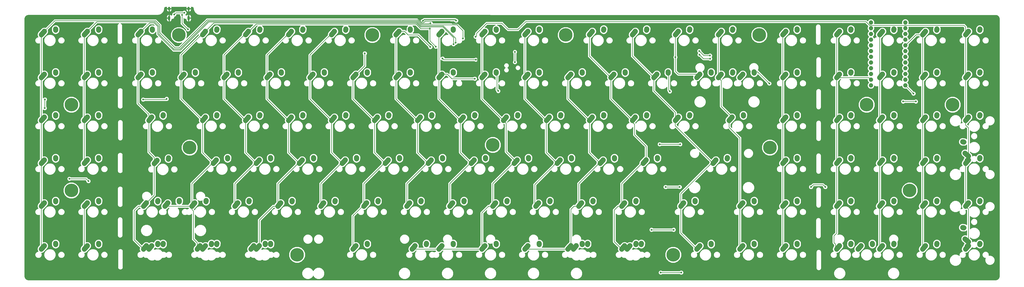
<source format=gtl>
G04 #@! TF.GenerationSoftware,KiCad,Pcbnew,(5.0.0-rc2-dev-733-g23a9fcd91)*
G04 #@! TF.CreationDate,2018-06-11T13:16:22-04:00*
G04 #@! TF.ProjectId,100plus-2,313030706C75732D322E6B696361645F,rev?*
G04 #@! TF.SameCoordinates,Original*
G04 #@! TF.FileFunction,Copper,L1,Top,Signal*
G04 #@! TF.FilePolarity,Positive*
%FSLAX45Y45*%
G04 Gerber Fmt 4.5, Leading zero omitted, Abs format (unit mm)*
G04 Created by KiCad (PCBNEW (5.0.0-rc2-dev-733-g23a9fcd91)) date 06/11/18 13:16:22*
%MOMM*%
%LPD*%
G01*
G04 APERTURE LIST*
%ADD10C,2.250000*%
%ADD11C,2.250000*%
%ADD12O,1.000000X2.100000*%
%ADD13O,1.000000X1.600000*%
%ADD14C,1.000000*%
%ADD15C,6.000000*%
%ADD16C,1.879600*%
%ADD17C,0.800000*%
%ADD18C,0.250000*%
%ADD19C,0.400000*%
%ADD20C,0.254000*%
G04 APERTURE END LIST*
D10*
X15253875Y-16189750D03*
D11*
X15251875Y-16218750D02*
X15255875Y-16160750D01*
D10*
X15255875Y-16160750D03*
X14686375Y-16341750D03*
D11*
X14620875Y-16414750D02*
X14751875Y-16268750D01*
D10*
X14751875Y-16268750D03*
X25705625Y-8648750D03*
X25640125Y-8721750D03*
D11*
X25574625Y-8794750D02*
X25705625Y-8648750D01*
D10*
X26209625Y-8540750D03*
X26207625Y-8569750D03*
D11*
X26205625Y-8598750D02*
X26209625Y-8540750D01*
D10*
X10967625Y-8569750D03*
D11*
X10965625Y-8598750D02*
X10969625Y-8540750D01*
D10*
X10969625Y-8540750D03*
X10400125Y-8721750D03*
D11*
X10334625Y-8794750D02*
X10465625Y-8648750D01*
D10*
X10465625Y-8648750D03*
X39542625Y-10474750D03*
D11*
X39540625Y-10503750D02*
X39544625Y-10445750D01*
D10*
X39544625Y-10445750D03*
X38975125Y-10626750D03*
D11*
X38909625Y-10699750D02*
X39040625Y-10553750D01*
D10*
X39040625Y-10553750D03*
X29515625Y-10553750D03*
X29450125Y-10626750D03*
D11*
X29384625Y-10699750D02*
X29515625Y-10553750D01*
D10*
X30019625Y-10445750D03*
X30017625Y-10474750D03*
D11*
X30015625Y-10503750D02*
X30019625Y-10445750D01*
D10*
X26207625Y-10474750D03*
D11*
X26205625Y-10503750D02*
X26209625Y-10445750D01*
D10*
X26209625Y-10445750D03*
X25640125Y-10626750D03*
D11*
X25574625Y-10699750D02*
X25705625Y-10553750D01*
D10*
X25705625Y-10553750D03*
X11443875Y-12379750D03*
D11*
X11441875Y-12408750D02*
X11445875Y-12350750D01*
D10*
X11445875Y-12350750D03*
X10876375Y-12531750D03*
D11*
X10810875Y-12604750D02*
X10941875Y-12458750D01*
D10*
X10941875Y-12458750D03*
X8586375Y-14284750D03*
D11*
X8584375Y-14313750D02*
X8588375Y-14255750D01*
D10*
X8588375Y-14255750D03*
X8018875Y-14436750D03*
D11*
X7953375Y-14509750D02*
X8084375Y-14363750D01*
D10*
X8084375Y-14363750D03*
X11682000Y-14300625D03*
D11*
X11680000Y-14329625D02*
X11684000Y-14271625D01*
D10*
X11684000Y-14271625D03*
X11114500Y-14452625D03*
D11*
X11049000Y-14525625D02*
X11180000Y-14379625D01*
D10*
X11180000Y-14379625D03*
X35945000Y-14363750D03*
X35879500Y-14436750D03*
D11*
X35814000Y-14509750D02*
X35945000Y-14363750D01*
D10*
X36449000Y-14255750D03*
X36447000Y-14284750D03*
D11*
X36445000Y-14313750D02*
X36449000Y-14255750D01*
D12*
X11712375Y-8059875D03*
X12576375Y-8059875D03*
D13*
X11712375Y-7641875D03*
X12576375Y-7641875D03*
D10*
X6179375Y-8648750D03*
X6113875Y-8721750D03*
D11*
X6048375Y-8794750D02*
X6179375Y-8648750D01*
D10*
X6683375Y-8540750D03*
X6681375Y-8569750D03*
D11*
X6679375Y-8598750D02*
X6683375Y-8540750D01*
D10*
X8084375Y-8648750D03*
X8018875Y-8721750D03*
D11*
X7953375Y-8794750D02*
X8084375Y-8648750D01*
D10*
X8588375Y-8540750D03*
X8586375Y-8569750D03*
D11*
X8584375Y-8598750D02*
X8588375Y-8540750D01*
D10*
X13323125Y-8648750D03*
X13257625Y-8721750D03*
D11*
X13192125Y-8794750D02*
X13323125Y-8648750D01*
D10*
X13827125Y-8540750D03*
X13825125Y-8569750D03*
D11*
X13823125Y-8598750D02*
X13827125Y-8540750D01*
D10*
X15228125Y-8648750D03*
X15162625Y-8721750D03*
D11*
X15097125Y-8794750D02*
X15228125Y-8648750D01*
D10*
X15732125Y-8540750D03*
X15730125Y-8569750D03*
D11*
X15728125Y-8598750D02*
X15732125Y-8540750D01*
D10*
X17635125Y-8569750D03*
D11*
X17633125Y-8598750D02*
X17637125Y-8540750D01*
D10*
X17637125Y-8540750D03*
X17067625Y-8721750D03*
D11*
X17002125Y-8794750D02*
X17133125Y-8648750D01*
D10*
X17133125Y-8648750D03*
X19540125Y-8569750D03*
D11*
X19538125Y-8598750D02*
X19542125Y-8540750D01*
D10*
X19542125Y-8540750D03*
X18972625Y-8721750D03*
D11*
X18907125Y-8794750D02*
X19038125Y-8648750D01*
D10*
X19038125Y-8648750D03*
X21895625Y-8648750D03*
X21830125Y-8721750D03*
D11*
X21764625Y-8794750D02*
X21895625Y-8648750D01*
D10*
X22399625Y-8540750D03*
X22397625Y-8569750D03*
D11*
X22395625Y-8598750D02*
X22399625Y-8540750D01*
D10*
X24302625Y-8569750D03*
D11*
X24300625Y-8598750D02*
X24304625Y-8540750D01*
D10*
X24304625Y-8540750D03*
X23735125Y-8721750D03*
D11*
X23669625Y-8794750D02*
X23800625Y-8648750D01*
D10*
X23800625Y-8648750D03*
X27610625Y-8648750D03*
X27545125Y-8721750D03*
D11*
X27479625Y-8794750D02*
X27610625Y-8648750D01*
D10*
X28114625Y-8540750D03*
X28112625Y-8569750D03*
D11*
X28110625Y-8598750D02*
X28114625Y-8540750D01*
D10*
X30970125Y-8569750D03*
D11*
X30968125Y-8598750D02*
X30972125Y-8540750D01*
D10*
X30972125Y-8540750D03*
X30402625Y-8721750D03*
D11*
X30337125Y-8794750D02*
X30468125Y-8648750D01*
D10*
X30468125Y-8648750D03*
X32373125Y-8648750D03*
X32307625Y-8721750D03*
D11*
X32242125Y-8794750D02*
X32373125Y-8648750D01*
D10*
X32877125Y-8540750D03*
X32875125Y-8569750D03*
D11*
X32873125Y-8598750D02*
X32877125Y-8540750D01*
D10*
X34780125Y-8569750D03*
D11*
X34778125Y-8598750D02*
X34782125Y-8540750D01*
D10*
X34782125Y-8540750D03*
X34212625Y-8721750D03*
D11*
X34147125Y-8794750D02*
X34278125Y-8648750D01*
D10*
X34278125Y-8648750D03*
X36685125Y-8569750D03*
D11*
X36683125Y-8598750D02*
X36687125Y-8540750D01*
D10*
X36687125Y-8540750D03*
X36117625Y-8721750D03*
D11*
X36052125Y-8794750D02*
X36183125Y-8648750D01*
D10*
X36183125Y-8648750D03*
X39040625Y-8648750D03*
X38975125Y-8721750D03*
D11*
X38909625Y-8794750D02*
X39040625Y-8648750D01*
D10*
X39544625Y-8540750D03*
X39542625Y-8569750D03*
D11*
X39540625Y-8598750D02*
X39544625Y-8540750D01*
D10*
X41421875Y-8648750D03*
X41356375Y-8721750D03*
D11*
X41290875Y-8794750D02*
X41421875Y-8648750D01*
D10*
X41925875Y-8540750D03*
X41923875Y-8569750D03*
D11*
X41921875Y-8598750D02*
X41925875Y-8540750D01*
D10*
X43326875Y-8648750D03*
X43261375Y-8721750D03*
D11*
X43195875Y-8794750D02*
X43326875Y-8648750D01*
D10*
X43830875Y-8540750D03*
X43828875Y-8569750D03*
D11*
X43826875Y-8598750D02*
X43830875Y-8540750D01*
D10*
X45733875Y-8569750D03*
D11*
X45731875Y-8598750D02*
X45735875Y-8540750D01*
D10*
X45735875Y-8540750D03*
X45166375Y-8721750D03*
D11*
X45100875Y-8794750D02*
X45231875Y-8648750D01*
D10*
X45231875Y-8648750D03*
X47638875Y-8569750D03*
D11*
X47636875Y-8598750D02*
X47640875Y-8540750D01*
D10*
X47640875Y-8540750D03*
X47071375Y-8721750D03*
D11*
X47005875Y-8794750D02*
X47136875Y-8648750D01*
D10*
X47136875Y-8648750D03*
X6681375Y-10474750D03*
D11*
X6679375Y-10503750D02*
X6683375Y-10445750D01*
D10*
X6683375Y-10445750D03*
X6113875Y-10626750D03*
D11*
X6048375Y-10699750D02*
X6179375Y-10553750D01*
D10*
X6179375Y-10553750D03*
X8084375Y-10553750D03*
X8018875Y-10626750D03*
D11*
X7953375Y-10699750D02*
X8084375Y-10553750D01*
D10*
X8588375Y-10445750D03*
X8586375Y-10474750D03*
D11*
X8584375Y-10503750D02*
X8588375Y-10445750D01*
D10*
X10967625Y-10474750D03*
D11*
X10965625Y-10503750D02*
X10969625Y-10445750D01*
D10*
X10969625Y-10445750D03*
X10400125Y-10626750D03*
D11*
X10334625Y-10699750D02*
X10465625Y-10553750D01*
D10*
X10465625Y-10553750D03*
X12370625Y-10553750D03*
X12305125Y-10626750D03*
D11*
X12239625Y-10699750D02*
X12370625Y-10553750D01*
D10*
X12874625Y-10445750D03*
X12872625Y-10474750D03*
D11*
X12870625Y-10503750D02*
X12874625Y-10445750D01*
D10*
X14275625Y-10553750D03*
X14210125Y-10626750D03*
D11*
X14144625Y-10699750D02*
X14275625Y-10553750D01*
D10*
X14779625Y-10445750D03*
X14777625Y-10474750D03*
D11*
X14775625Y-10503750D02*
X14779625Y-10445750D01*
D10*
X16682625Y-10474750D03*
D11*
X16680625Y-10503750D02*
X16684625Y-10445750D01*
D10*
X16684625Y-10445750D03*
X16115125Y-10626750D03*
D11*
X16049625Y-10699750D02*
X16180625Y-10553750D01*
D10*
X16180625Y-10553750D03*
X18587625Y-10474750D03*
D11*
X18585625Y-10503750D02*
X18589625Y-10445750D01*
D10*
X18589625Y-10445750D03*
X18020125Y-10626750D03*
D11*
X17954625Y-10699750D02*
X18085625Y-10553750D01*
D10*
X18085625Y-10553750D03*
X19990625Y-10553750D03*
X19925125Y-10626750D03*
D11*
X19859625Y-10699750D02*
X19990625Y-10553750D01*
D10*
X20494625Y-10445750D03*
X20492625Y-10474750D03*
D11*
X20490625Y-10503750D02*
X20494625Y-10445750D01*
D10*
X22397625Y-10474750D03*
D11*
X22395625Y-10503750D02*
X22399625Y-10445750D01*
D10*
X22399625Y-10445750D03*
X21830125Y-10626750D03*
D11*
X21764625Y-10699750D02*
X21895625Y-10553750D01*
D10*
X21895625Y-10553750D03*
X23800625Y-10553750D03*
X23735125Y-10626750D03*
D11*
X23669625Y-10699750D02*
X23800625Y-10553750D01*
D10*
X24304625Y-10445750D03*
X24302625Y-10474750D03*
D11*
X24300625Y-10503750D02*
X24304625Y-10445750D01*
D10*
X28112625Y-10474750D03*
D11*
X28110625Y-10503750D02*
X28114625Y-10445750D01*
D10*
X28114625Y-10445750D03*
X27545125Y-10626750D03*
D11*
X27479625Y-10699750D02*
X27610625Y-10553750D01*
D10*
X27610625Y-10553750D03*
X31922625Y-10474750D03*
D11*
X31920625Y-10503750D02*
X31924625Y-10445750D01*
D10*
X31924625Y-10445750D03*
X31355125Y-10626750D03*
D11*
X31289625Y-10699750D02*
X31420625Y-10553750D01*
D10*
X31420625Y-10553750D03*
X33325625Y-10553750D03*
X33260125Y-10626750D03*
D11*
X33194625Y-10699750D02*
X33325625Y-10553750D01*
D10*
X33829625Y-10445750D03*
X33827625Y-10474750D03*
D11*
X33825625Y-10503750D02*
X33829625Y-10445750D01*
D10*
X35230625Y-10553750D03*
X35165125Y-10626750D03*
D11*
X35099625Y-10699750D02*
X35230625Y-10553750D01*
D10*
X35734625Y-10445750D03*
X35732625Y-10474750D03*
D11*
X35730625Y-10503750D02*
X35734625Y-10445750D01*
D10*
X37135625Y-10553750D03*
X37070125Y-10626750D03*
D11*
X37004625Y-10699750D02*
X37135625Y-10553750D01*
D10*
X37639625Y-10445750D03*
X37637625Y-10474750D03*
D11*
X37635625Y-10503750D02*
X37639625Y-10445750D01*
D10*
X41923875Y-10474750D03*
D11*
X41921875Y-10503750D02*
X41925875Y-10445750D01*
D10*
X41925875Y-10445750D03*
X41356375Y-10626750D03*
D11*
X41290875Y-10699750D02*
X41421875Y-10553750D01*
D10*
X41421875Y-10553750D03*
X43326875Y-10553750D03*
X43261375Y-10626750D03*
D11*
X43195875Y-10699750D02*
X43326875Y-10553750D01*
D10*
X43830875Y-10445750D03*
X43828875Y-10474750D03*
D11*
X43826875Y-10503750D02*
X43830875Y-10445750D01*
D10*
X45231875Y-10553750D03*
X45166375Y-10626750D03*
D11*
X45100875Y-10699750D02*
X45231875Y-10553750D01*
D10*
X45735875Y-10445750D03*
X45733875Y-10474750D03*
D11*
X45731875Y-10503750D02*
X45735875Y-10445750D01*
D10*
X47136875Y-10553750D03*
X47071375Y-10626750D03*
D11*
X47005875Y-10699750D02*
X47136875Y-10553750D01*
D10*
X47640875Y-10445750D03*
X47638875Y-10474750D03*
D11*
X47636875Y-10503750D02*
X47640875Y-10445750D01*
D10*
X6681375Y-12379750D03*
D11*
X6679375Y-12408750D02*
X6683375Y-12350750D01*
D10*
X6683375Y-12350750D03*
X6113875Y-12531750D03*
D11*
X6048375Y-12604750D02*
X6179375Y-12458750D01*
D10*
X6179375Y-12458750D03*
X8084375Y-12458750D03*
X8018875Y-12531750D03*
D11*
X7953375Y-12604750D02*
X8084375Y-12458750D01*
D10*
X8588375Y-12350750D03*
X8586375Y-12379750D03*
D11*
X8584375Y-12408750D02*
X8588375Y-12350750D01*
D10*
X13323125Y-12458750D03*
X13257625Y-12531750D03*
D11*
X13192125Y-12604750D02*
X13323125Y-12458750D01*
D10*
X13827125Y-12350750D03*
X13825125Y-12379750D03*
D11*
X13823125Y-12408750D02*
X13827125Y-12350750D01*
D10*
X15228125Y-12458750D03*
X15162625Y-12531750D03*
D11*
X15097125Y-12604750D02*
X15228125Y-12458750D01*
D10*
X15732125Y-12350750D03*
X15730125Y-12379750D03*
D11*
X15728125Y-12408750D02*
X15732125Y-12350750D01*
D10*
X17635125Y-12379750D03*
D11*
X17633125Y-12408750D02*
X17637125Y-12350750D01*
D10*
X17637125Y-12350750D03*
X17067625Y-12531750D03*
D11*
X17002125Y-12604750D02*
X17133125Y-12458750D01*
D10*
X17133125Y-12458750D03*
X19540125Y-12379750D03*
D11*
X19538125Y-12408750D02*
X19542125Y-12350750D01*
D10*
X19542125Y-12350750D03*
X18972625Y-12531750D03*
D11*
X18907125Y-12604750D02*
X19038125Y-12458750D01*
D10*
X19038125Y-12458750D03*
X20943125Y-12458750D03*
X20877625Y-12531750D03*
D11*
X20812125Y-12604750D02*
X20943125Y-12458750D01*
D10*
X21447125Y-12350750D03*
X21445125Y-12379750D03*
D11*
X21443125Y-12408750D02*
X21447125Y-12350750D01*
D10*
X22848125Y-12458750D03*
X22782625Y-12531750D03*
D11*
X22717125Y-12604750D02*
X22848125Y-12458750D01*
D10*
X23352125Y-12350750D03*
X23350125Y-12379750D03*
D11*
X23348125Y-12408750D02*
X23352125Y-12350750D01*
D10*
X24753125Y-12458750D03*
X24687625Y-12531750D03*
D11*
X24622125Y-12604750D02*
X24753125Y-12458750D01*
D10*
X25257125Y-12350750D03*
X25255125Y-12379750D03*
D11*
X25253125Y-12408750D02*
X25257125Y-12350750D01*
D10*
X27160125Y-12379750D03*
D11*
X27158125Y-12408750D02*
X27162125Y-12350750D01*
D10*
X27162125Y-12350750D03*
X26592625Y-12531750D03*
D11*
X26527125Y-12604750D02*
X26658125Y-12458750D01*
D10*
X26658125Y-12458750D03*
X29065125Y-12379750D03*
D11*
X29063125Y-12408750D02*
X29067125Y-12350750D01*
D10*
X29067125Y-12350750D03*
X28497625Y-12531750D03*
D11*
X28432125Y-12604750D02*
X28563125Y-12458750D01*
D10*
X28563125Y-12458750D03*
X30468125Y-12458750D03*
X30402625Y-12531750D03*
D11*
X30337125Y-12604750D02*
X30468125Y-12458750D01*
D10*
X30972125Y-12350750D03*
X30970125Y-12379750D03*
D11*
X30968125Y-12408750D02*
X30972125Y-12350750D01*
D10*
X32373125Y-12458750D03*
X32307625Y-12531750D03*
D11*
X32242125Y-12604750D02*
X32373125Y-12458750D01*
D10*
X32877125Y-12350750D03*
X32875125Y-12379750D03*
D11*
X32873125Y-12408750D02*
X32877125Y-12350750D01*
D10*
X34780125Y-12379750D03*
D11*
X34778125Y-12408750D02*
X34782125Y-12350750D01*
D10*
X34782125Y-12350750D03*
X34212625Y-12531750D03*
D11*
X34147125Y-12604750D02*
X34278125Y-12458750D01*
D10*
X34278125Y-12458750D03*
X37161375Y-12379750D03*
D11*
X37159375Y-12408750D02*
X37163375Y-12350750D01*
D10*
X37163375Y-12350750D03*
X36593875Y-12531750D03*
D11*
X36528375Y-12604750D02*
X36659375Y-12458750D01*
D10*
X36659375Y-12458750D03*
X39542625Y-12379750D03*
D11*
X39540625Y-12408750D02*
X39544625Y-12350750D01*
D10*
X39544625Y-12350750D03*
X38975125Y-12531750D03*
D11*
X38909625Y-12604750D02*
X39040625Y-12458750D01*
D10*
X39040625Y-12458750D03*
X41421875Y-12458750D03*
X41356375Y-12531750D03*
D11*
X41290875Y-12604750D02*
X41421875Y-12458750D01*
D10*
X41925875Y-12350750D03*
X41923875Y-12379750D03*
D11*
X41921875Y-12408750D02*
X41925875Y-12350750D01*
D10*
X43326875Y-12458750D03*
X43261375Y-12531750D03*
D11*
X43195875Y-12604750D02*
X43326875Y-12458750D01*
D10*
X43830875Y-12350750D03*
X43828875Y-12379750D03*
D11*
X43826875Y-12408750D02*
X43830875Y-12350750D01*
D10*
X45733875Y-12379750D03*
D11*
X45731875Y-12408750D02*
X45735875Y-12350750D01*
D10*
X45735875Y-12350750D03*
X45166375Y-12531750D03*
D11*
X45100875Y-12604750D02*
X45231875Y-12458750D01*
D10*
X45231875Y-12458750D03*
X47136875Y-12458750D03*
X47071375Y-12531750D03*
D11*
X47005875Y-12604750D02*
X47136875Y-12458750D01*
D10*
X47640875Y-12350750D03*
X47638875Y-12379750D03*
D11*
X47636875Y-12408750D02*
X47640875Y-12350750D01*
D10*
X46986875Y-14061250D03*
X47059875Y-14126750D03*
D11*
X47132875Y-14192250D02*
X46986875Y-14061250D01*
D10*
X46878875Y-13557250D03*
X46907875Y-13559250D03*
D11*
X46936875Y-13561250D02*
X46878875Y-13557250D01*
D10*
X6179375Y-14363750D03*
X6113875Y-14436750D03*
D11*
X6048375Y-14509750D02*
X6179375Y-14363750D01*
D10*
X6683375Y-14255750D03*
X6681375Y-14284750D03*
D11*
X6679375Y-14313750D02*
X6683375Y-14255750D01*
D10*
X14301375Y-14284750D03*
D11*
X14299375Y-14313750D02*
X14303375Y-14255750D01*
D10*
X14303375Y-14255750D03*
X13733875Y-14436750D03*
D11*
X13668375Y-14509750D02*
X13799375Y-14363750D01*
D10*
X13799375Y-14363750D03*
X15704375Y-14363750D03*
X15638875Y-14436750D03*
D11*
X15573375Y-14509750D02*
X15704375Y-14363750D01*
D10*
X16208375Y-14255750D03*
X16206375Y-14284750D03*
D11*
X16204375Y-14313750D02*
X16208375Y-14255750D01*
D10*
X17609375Y-14363750D03*
X17543875Y-14436750D03*
D11*
X17478375Y-14509750D02*
X17609375Y-14363750D01*
D10*
X18113375Y-14255750D03*
X18111375Y-14284750D03*
D11*
X18109375Y-14313750D02*
X18113375Y-14255750D01*
D10*
X20016375Y-14284750D03*
D11*
X20014375Y-14313750D02*
X20018375Y-14255750D01*
D10*
X20018375Y-14255750D03*
X19448875Y-14436750D03*
D11*
X19383375Y-14509750D02*
X19514375Y-14363750D01*
D10*
X19514375Y-14363750D03*
X21419375Y-14363750D03*
X21353875Y-14436750D03*
D11*
X21288375Y-14509750D02*
X21419375Y-14363750D01*
D10*
X21923375Y-14255750D03*
X21921375Y-14284750D03*
D11*
X21919375Y-14313750D02*
X21923375Y-14255750D01*
D10*
X23324375Y-14363750D03*
X23258875Y-14436750D03*
D11*
X23193375Y-14509750D02*
X23324375Y-14363750D01*
D10*
X23828375Y-14255750D03*
X23826375Y-14284750D03*
D11*
X23824375Y-14313750D02*
X23828375Y-14255750D01*
D10*
X25229375Y-14363750D03*
X25163875Y-14436750D03*
D11*
X25098375Y-14509750D02*
X25229375Y-14363750D01*
D10*
X25733375Y-14255750D03*
X25731375Y-14284750D03*
D11*
X25729375Y-14313750D02*
X25733375Y-14255750D01*
D10*
X27636375Y-14284750D03*
D11*
X27634375Y-14313750D02*
X27638375Y-14255750D01*
D10*
X27638375Y-14255750D03*
X27068875Y-14436750D03*
D11*
X27003375Y-14509750D02*
X27134375Y-14363750D01*
D10*
X27134375Y-14363750D03*
X29541375Y-14284750D03*
D11*
X29539375Y-14313750D02*
X29543375Y-14255750D01*
D10*
X29543375Y-14255750D03*
X28973875Y-14436750D03*
D11*
X28908375Y-14509750D02*
X29039375Y-14363750D01*
D10*
X29039375Y-14363750D03*
X30944375Y-14363750D03*
X30878875Y-14436750D03*
D11*
X30813375Y-14509750D02*
X30944375Y-14363750D01*
D10*
X31448375Y-14255750D03*
X31446375Y-14284750D03*
D11*
X31444375Y-14313750D02*
X31448375Y-14255750D01*
D10*
X33351375Y-14284750D03*
D11*
X33349375Y-14313750D02*
X33353375Y-14255750D01*
D10*
X33353375Y-14255750D03*
X32783875Y-14436750D03*
D11*
X32718375Y-14509750D02*
X32849375Y-14363750D01*
D10*
X32849375Y-14363750D03*
X39040625Y-14363750D03*
X38975125Y-14436750D03*
D11*
X38909625Y-14509750D02*
X39040625Y-14363750D01*
D10*
X39544625Y-14255750D03*
X39542625Y-14284750D03*
D11*
X39540625Y-14313750D02*
X39544625Y-14255750D01*
D10*
X41923875Y-14284750D03*
D11*
X41921875Y-14313750D02*
X41925875Y-14255750D01*
D10*
X41925875Y-14255750D03*
X41356375Y-14436750D03*
D11*
X41290875Y-14509750D02*
X41421875Y-14363750D01*
D10*
X41421875Y-14363750D03*
X43326875Y-14363750D03*
X43261375Y-14436750D03*
D11*
X43195875Y-14509750D02*
X43326875Y-14363750D01*
D10*
X43830875Y-14255750D03*
X43828875Y-14284750D03*
D11*
X43826875Y-14313750D02*
X43830875Y-14255750D01*
D10*
X45733875Y-14284750D03*
D11*
X45731875Y-14313750D02*
X45735875Y-14255750D01*
D10*
X45735875Y-14255750D03*
X45166375Y-14436750D03*
D11*
X45100875Y-14509750D02*
X45231875Y-14363750D01*
D10*
X45231875Y-14363750D03*
X47136875Y-14363750D03*
X47071375Y-14436750D03*
D11*
X47005875Y-14509750D02*
X47136875Y-14363750D01*
D10*
X47640875Y-14255750D03*
X47638875Y-14284750D03*
D11*
X47636875Y-14313750D02*
X47640875Y-14255750D01*
D10*
X6681375Y-16189750D03*
D11*
X6679375Y-16218750D02*
X6683375Y-16160750D01*
D10*
X6683375Y-16160750D03*
X6113875Y-16341750D03*
D11*
X6048375Y-16414750D02*
X6179375Y-16268750D01*
D10*
X6179375Y-16268750D03*
X8084375Y-16268750D03*
X8018875Y-16341750D03*
D11*
X7953375Y-16414750D02*
X8084375Y-16268750D01*
D10*
X8588375Y-16160750D03*
X8586375Y-16189750D03*
D11*
X8584375Y-16218750D02*
X8588375Y-16160750D01*
D10*
X11205750Y-16189750D03*
D11*
X11203750Y-16218750D02*
X11207750Y-16160750D01*
D10*
X11207750Y-16160750D03*
X10638250Y-16341750D03*
D11*
X10572750Y-16414750D02*
X10703750Y-16268750D01*
D10*
X10703750Y-16268750D03*
X12158250Y-16189750D03*
D11*
X12156250Y-16218750D02*
X12160250Y-16160750D01*
D10*
X12160250Y-16160750D03*
X11590750Y-16341750D03*
D11*
X11525250Y-16414750D02*
X11656250Y-16268750D01*
D10*
X11656250Y-16268750D03*
X17158875Y-16189750D03*
D11*
X17156875Y-16218750D02*
X17160875Y-16160750D01*
D10*
X17160875Y-16160750D03*
X16591375Y-16341750D03*
D11*
X16525875Y-16414750D02*
X16656875Y-16268750D01*
D10*
X16656875Y-16268750D03*
X18561875Y-16268750D03*
X18496375Y-16341750D03*
D11*
X18430875Y-16414750D02*
X18561875Y-16268750D01*
D10*
X19065875Y-16160750D03*
X19063875Y-16189750D03*
D11*
X19061875Y-16218750D02*
X19065875Y-16160750D01*
D10*
X20968875Y-16189750D03*
D11*
X20966875Y-16218750D02*
X20970875Y-16160750D01*
D10*
X20970875Y-16160750D03*
X20401375Y-16341750D03*
D11*
X20335875Y-16414750D02*
X20466875Y-16268750D01*
D10*
X20466875Y-16268750D03*
X22371875Y-16268750D03*
X22306375Y-16341750D03*
D11*
X22240875Y-16414750D02*
X22371875Y-16268750D01*
D10*
X22875875Y-16160750D03*
X22873875Y-16189750D03*
D11*
X22871875Y-16218750D02*
X22875875Y-16160750D01*
D10*
X24778875Y-16189750D03*
D11*
X24776875Y-16218750D02*
X24780875Y-16160750D01*
D10*
X24780875Y-16160750D03*
X24211375Y-16341750D03*
D11*
X24145875Y-16414750D02*
X24276875Y-16268750D01*
D10*
X24276875Y-16268750D03*
X26181875Y-16268750D03*
X26116375Y-16341750D03*
D11*
X26050875Y-16414750D02*
X26181875Y-16268750D01*
D10*
X26685875Y-16160750D03*
X26683875Y-16189750D03*
D11*
X26681875Y-16218750D02*
X26685875Y-16160750D01*
D10*
X28588875Y-16189750D03*
D11*
X28586875Y-16218750D02*
X28590875Y-16160750D01*
D10*
X28590875Y-16160750D03*
X28021375Y-16341750D03*
D11*
X27955875Y-16414750D02*
X28086875Y-16268750D01*
D10*
X28086875Y-16268750D03*
X29991875Y-16268750D03*
X29926375Y-16341750D03*
D11*
X29860875Y-16414750D02*
X29991875Y-16268750D01*
D10*
X30495875Y-16160750D03*
X30493875Y-16189750D03*
D11*
X30491875Y-16218750D02*
X30495875Y-16160750D01*
D10*
X31896875Y-16268750D03*
X31831375Y-16341750D03*
D11*
X31765875Y-16414750D02*
X31896875Y-16268750D01*
D10*
X32400875Y-16160750D03*
X32398875Y-16189750D03*
D11*
X32396875Y-16218750D02*
X32400875Y-16160750D01*
D10*
X35018250Y-16189750D03*
D11*
X35016250Y-16218750D02*
X35020250Y-16160750D01*
D10*
X35020250Y-16160750D03*
X34450750Y-16341750D03*
D11*
X34385250Y-16414750D02*
X34516250Y-16268750D01*
D10*
X34516250Y-16268750D03*
X37637625Y-16189750D03*
D11*
X37635625Y-16218750D02*
X37639625Y-16160750D01*
D10*
X37639625Y-16160750D03*
X37070125Y-16341750D03*
D11*
X37004625Y-16414750D02*
X37135625Y-16268750D01*
D10*
X37135625Y-16268750D03*
X39040625Y-16268750D03*
X38975125Y-16341750D03*
D11*
X38909625Y-16414750D02*
X39040625Y-16268750D01*
D10*
X39544625Y-16160750D03*
X39542625Y-16189750D03*
D11*
X39540625Y-16218750D02*
X39544625Y-16160750D01*
D10*
X41923875Y-16189750D03*
D11*
X41921875Y-16218750D02*
X41925875Y-16160750D01*
D10*
X41925875Y-16160750D03*
X41356375Y-16341750D03*
D11*
X41290875Y-16414750D02*
X41421875Y-16268750D01*
D10*
X41421875Y-16268750D03*
X43326875Y-16268750D03*
X43261375Y-16341750D03*
D11*
X43195875Y-16414750D02*
X43326875Y-16268750D01*
D10*
X43830875Y-16160750D03*
X43828875Y-16189750D03*
D11*
X43826875Y-16218750D02*
X43830875Y-16160750D01*
D10*
X45733875Y-16189750D03*
D11*
X45731875Y-16218750D02*
X45735875Y-16160750D01*
D10*
X45735875Y-16160750D03*
X45166375Y-16341750D03*
D11*
X45100875Y-16414750D02*
X45231875Y-16268750D01*
D10*
X45231875Y-16268750D03*
X47638875Y-16189750D03*
D11*
X47636875Y-16218750D02*
X47640875Y-16160750D01*
D10*
X47640875Y-16160750D03*
X47071375Y-16341750D03*
D11*
X47005875Y-16414750D02*
X47136875Y-16268750D01*
D10*
X47136875Y-16268750D03*
X13348875Y-16189750D03*
D11*
X13346875Y-16218750D02*
X13350875Y-16160750D01*
D10*
X13350875Y-16160750D03*
X12781375Y-16341750D03*
D11*
X12715875Y-16414750D02*
X12846875Y-16268750D01*
D10*
X12846875Y-16268750D03*
X46907875Y-17369250D03*
D11*
X46936875Y-17371250D02*
X46878875Y-17367250D01*
D10*
X46878875Y-17367250D03*
X47059875Y-17936750D03*
D11*
X47132875Y-18002250D02*
X46986875Y-17871250D01*
D10*
X46986875Y-17871250D03*
X24302625Y-18094750D03*
D11*
X24300625Y-18123750D02*
X24304625Y-18065750D01*
D10*
X24304625Y-18065750D03*
X23735125Y-18246750D03*
D11*
X23669625Y-18319750D02*
X23800625Y-18173750D01*
D10*
X23800625Y-18173750D03*
X6179375Y-18173750D03*
X6113875Y-18246750D03*
D11*
X6048375Y-18319750D02*
X6179375Y-18173750D01*
D10*
X6683375Y-18065750D03*
X6681375Y-18094750D03*
D11*
X6679375Y-18123750D02*
X6683375Y-18065750D01*
D10*
X8084375Y-18173750D03*
X8018875Y-18246750D03*
D11*
X7953375Y-18319750D02*
X8084375Y-18173750D01*
D10*
X8588375Y-18065750D03*
X8586375Y-18094750D03*
D11*
X8584375Y-18123750D02*
X8588375Y-18065750D01*
D10*
X11443875Y-18094750D03*
D11*
X11441875Y-18123750D02*
X11445875Y-18065750D01*
D10*
X11445875Y-18065750D03*
X10876375Y-18246750D03*
D11*
X10810875Y-18319750D02*
X10941875Y-18173750D01*
D10*
X10941875Y-18173750D03*
X15704375Y-18173750D03*
X15638875Y-18246750D03*
D11*
X15573375Y-18319750D02*
X15704375Y-18173750D01*
D10*
X16208375Y-18065750D03*
X16206375Y-18094750D03*
D11*
X16204375Y-18123750D02*
X16208375Y-18065750D01*
D10*
X20492625Y-18094750D03*
D11*
X20490625Y-18123750D02*
X20494625Y-18065750D01*
D10*
X20494625Y-18065750D03*
X19925125Y-18246750D03*
D11*
X19859625Y-18319750D02*
X19990625Y-18173750D01*
D10*
X19990625Y-18173750D03*
X26207625Y-18094750D03*
D11*
X26205625Y-18123750D02*
X26209625Y-18065750D01*
D10*
X26209625Y-18065750D03*
X25640125Y-18246750D03*
D11*
X25574625Y-18319750D02*
X25705625Y-18173750D01*
D10*
X25705625Y-18173750D03*
X30017625Y-18094750D03*
D11*
X30015625Y-18123750D02*
X30019625Y-18065750D01*
D10*
X30019625Y-18065750D03*
X29450125Y-18246750D03*
D11*
X29384625Y-18319750D02*
X29515625Y-18173750D01*
D10*
X29515625Y-18173750D03*
X32398875Y-18094750D03*
D11*
X32396875Y-18123750D02*
X32400875Y-18065750D01*
D10*
X32400875Y-18065750D03*
X31831375Y-18246750D03*
D11*
X31765875Y-18319750D02*
X31896875Y-18173750D01*
D10*
X31896875Y-18173750D03*
X35732625Y-18094750D03*
D11*
X35730625Y-18123750D02*
X35734625Y-18065750D01*
D10*
X35734625Y-18065750D03*
X35165125Y-18246750D03*
D11*
X35099625Y-18319750D02*
X35230625Y-18173750D01*
D10*
X35230625Y-18173750D03*
X37637625Y-18094750D03*
D11*
X37635625Y-18123750D02*
X37639625Y-18065750D01*
D10*
X37639625Y-18065750D03*
X37070125Y-18246750D03*
D11*
X37004625Y-18319750D02*
X37135625Y-18173750D01*
D10*
X37135625Y-18173750D03*
X39542625Y-18094750D03*
D11*
X39540625Y-18123750D02*
X39544625Y-18065750D01*
D10*
X39544625Y-18065750D03*
X38975125Y-18246750D03*
D11*
X38909625Y-18319750D02*
X39040625Y-18173750D01*
D10*
X39040625Y-18173750D03*
X41923875Y-18094750D03*
D11*
X41921875Y-18123750D02*
X41925875Y-18065750D01*
D10*
X41925875Y-18065750D03*
X41356375Y-18246750D03*
D11*
X41290875Y-18319750D02*
X41421875Y-18173750D01*
D10*
X41421875Y-18173750D03*
X43828875Y-18094750D03*
D11*
X43826875Y-18123750D02*
X43830875Y-18065750D01*
D10*
X43830875Y-18065750D03*
X43261375Y-18246750D03*
D11*
X43195875Y-18319750D02*
X43326875Y-18173750D01*
D10*
X43326875Y-18173750D03*
X45231875Y-18173750D03*
X45166375Y-18246750D03*
D11*
X45100875Y-18319750D02*
X45231875Y-18173750D01*
D10*
X45735875Y-18065750D03*
X45733875Y-18094750D03*
D11*
X45731875Y-18123750D02*
X45735875Y-18065750D01*
D10*
X47638875Y-18094750D03*
D11*
X47636875Y-18123750D02*
X47640875Y-18065750D01*
D10*
X47640875Y-18065750D03*
X47071375Y-18246750D03*
D11*
X47005875Y-18319750D02*
X47136875Y-18173750D01*
D10*
X47136875Y-18173750D03*
X27610625Y-18173750D03*
X27545125Y-18246750D03*
D11*
X27479625Y-18319750D02*
X27610625Y-18173750D01*
D10*
X28114625Y-18065750D03*
X28112625Y-18094750D03*
D11*
X28110625Y-18123750D02*
X28114625Y-18065750D01*
D10*
X42876375Y-18094750D03*
D11*
X42874375Y-18123750D02*
X42878375Y-18065750D01*
D10*
X42878375Y-18065750D03*
X42308875Y-18246750D03*
D11*
X42243375Y-18319750D02*
X42374375Y-18173750D01*
D10*
X42374375Y-18173750D03*
X36685125Y-10474750D03*
D11*
X36683125Y-10503750D02*
X36687125Y-10445750D01*
D10*
X36687125Y-10445750D03*
X36117625Y-10626750D03*
D11*
X36052125Y-10699750D02*
X36183125Y-10553750D01*
D10*
X36183125Y-10553750D03*
X13825125Y-18094750D03*
D11*
X13823125Y-18123750D02*
X13827125Y-18065750D01*
D10*
X13827125Y-18065750D03*
X13257625Y-18246750D03*
D11*
X13192125Y-18319750D02*
X13323125Y-18173750D01*
D10*
X13323125Y-18173750D03*
D14*
X12019375Y-8985625D03*
X12269375Y-8985625D03*
X12144375Y-8985625D03*
X12019375Y-8635625D03*
X12269375Y-8635625D03*
X12144375Y-8635625D03*
D15*
X12144375Y-8810625D03*
D14*
X20591875Y-8985625D03*
X20841875Y-8985625D03*
X20716875Y-8985625D03*
X20591875Y-8635625D03*
X20841875Y-8635625D03*
X20716875Y-8635625D03*
D15*
X20716875Y-8810625D03*
D14*
X29164375Y-8985625D03*
X29414375Y-8985625D03*
X29289375Y-8985625D03*
X29164375Y-8635625D03*
X29414375Y-8635625D03*
X29289375Y-8635625D03*
D15*
X29289375Y-8810625D03*
D14*
X37736875Y-8985625D03*
X37986875Y-8985625D03*
X37861875Y-8985625D03*
X37736875Y-8635625D03*
X37986875Y-8635625D03*
X37861875Y-8635625D03*
D15*
X37861875Y-8810625D03*
D14*
X33926875Y-18748750D03*
X34176875Y-18748750D03*
X34051875Y-18748750D03*
X33926875Y-18398750D03*
X34176875Y-18398750D03*
X34051875Y-18398750D03*
D15*
X34051875Y-18573750D03*
D14*
X17258125Y-18748750D03*
X17508125Y-18748750D03*
X17383125Y-18748750D03*
X17258125Y-18398750D03*
X17508125Y-18398750D03*
X17383125Y-18398750D03*
D15*
X17383125Y-18573750D03*
D14*
X7256875Y-15891250D03*
X7506875Y-15891250D03*
X7381875Y-15891250D03*
X7256875Y-15541250D03*
X7506875Y-15541250D03*
X7381875Y-15541250D03*
D15*
X7381875Y-15716250D03*
D14*
X7256875Y-12081250D03*
X7506875Y-12081250D03*
X7381875Y-12081250D03*
X7256875Y-11731250D03*
X7506875Y-11731250D03*
X7381875Y-11731250D03*
D15*
X7381875Y-11906250D03*
D14*
X42499375Y-12081250D03*
X42749375Y-12081250D03*
X42624375Y-12081250D03*
X42499375Y-11731250D03*
X42749375Y-11731250D03*
X42624375Y-11731250D03*
D15*
X42624375Y-11906250D03*
D14*
X46309375Y-12081250D03*
X46559375Y-12081250D03*
X46434375Y-12081250D03*
X46309375Y-11731250D03*
X46559375Y-11731250D03*
X46434375Y-11731250D03*
D15*
X46434375Y-11906250D03*
D14*
X44404375Y-15891250D03*
X44654375Y-15891250D03*
X44529375Y-15891250D03*
X44404375Y-15541250D03*
X44654375Y-15541250D03*
X44529375Y-15541250D03*
D15*
X44529375Y-15716250D03*
D14*
X25932000Y-13869000D03*
X26182000Y-13869000D03*
X26057000Y-13869000D03*
X25932000Y-13519000D03*
X26182000Y-13519000D03*
X26057000Y-13519000D03*
D15*
X26057000Y-13694000D03*
D14*
X38213125Y-13986250D03*
X38463125Y-13986250D03*
X38338125Y-13986250D03*
X38213125Y-13636250D03*
X38463125Y-13636250D03*
X38338125Y-13636250D03*
D15*
X38338125Y-13811250D03*
D14*
X12495625Y-13986250D03*
X12745625Y-13986250D03*
X12620625Y-13986250D03*
X12495625Y-13636250D03*
X12745625Y-13636250D03*
X12620625Y-13636250D03*
D15*
X12620625Y-13811250D03*
D16*
X44338875Y-8255000D03*
X44338875Y-8509000D03*
X44338875Y-8763000D03*
X44338875Y-9017000D03*
X44338875Y-9271000D03*
X44338875Y-9525000D03*
X44338875Y-9779000D03*
X44338875Y-10033000D03*
X44338875Y-10287000D03*
X44338875Y-10541000D03*
X44338875Y-10795000D03*
X44338875Y-11049000D03*
X42814875Y-11049000D03*
X42814875Y-10795000D03*
X42814875Y-10541000D03*
X42814875Y-10287000D03*
X42814875Y-10033000D03*
X42814875Y-9779000D03*
X42814875Y-9525000D03*
X42814875Y-9271000D03*
X42814875Y-9017000D03*
X42814875Y-8763000D03*
X42814875Y-8509000D03*
X42814875Y-8255000D03*
D10*
X10703796Y-18173828D03*
X10638296Y-18246828D03*
D11*
X10572796Y-18319828D02*
X10703796Y-18173828D01*
D10*
X11207796Y-18065828D03*
X11205796Y-18094828D03*
D11*
X11203796Y-18123828D02*
X11207796Y-18065828D01*
D10*
X13587056Y-18094828D03*
D11*
X13585056Y-18123828D02*
X13589056Y-18065828D01*
D10*
X13589056Y-18065828D03*
X13019556Y-18246828D03*
D11*
X12954056Y-18319828D02*
X13085056Y-18173828D01*
D10*
X13085056Y-18173828D03*
X15968316Y-18094828D03*
D11*
X15966316Y-18123828D02*
X15970316Y-18065828D01*
D10*
X15970316Y-18065828D03*
X15400816Y-18246828D03*
D11*
X15335316Y-18319828D02*
X15466316Y-18173828D01*
D10*
X15466316Y-18173828D03*
X23112096Y-18094828D03*
D11*
X23110096Y-18123828D02*
X23114096Y-18065828D01*
D10*
X23114096Y-18065828D03*
X22544596Y-18246828D03*
D11*
X22479096Y-18319828D02*
X22610096Y-18173828D01*
D10*
X22610096Y-18173828D03*
X29753876Y-18173828D03*
X29688376Y-18246828D03*
D11*
X29622876Y-18319828D02*
X29753876Y-18173828D01*
D10*
X30257876Y-18065828D03*
X30255876Y-18094828D03*
D11*
X30253876Y-18123828D02*
X30257876Y-18065828D01*
D10*
X32637136Y-18094828D03*
D11*
X32635136Y-18123828D02*
X32639136Y-18065828D01*
D10*
X32639136Y-18065828D03*
X32069636Y-18246828D03*
D11*
X32004136Y-18319828D02*
X32135136Y-18173828D01*
D10*
X32135136Y-18173828D03*
D17*
X25305000Y-9907000D03*
X23831000Y-9855000D03*
X35686000Y-9865000D03*
X35216000Y-9688000D03*
X10561000Y-11678000D03*
X11603000Y-11648501D03*
X44242000Y-11765000D03*
X44807000Y-11765000D03*
X44701000Y-11412000D03*
X26298000Y-11298000D03*
X33902000Y-11316000D03*
X38310000Y-10966000D03*
X33452000Y-13665000D03*
X34361000Y-13665000D03*
X6200000Y-12059000D03*
X6208000Y-11675000D03*
X40158000Y-15565000D03*
X40791000Y-15565000D03*
X7291000Y-15198000D03*
X8136000Y-15302000D03*
X33713000Y-15565000D03*
X34338000Y-15565000D03*
X33089000Y-17465000D03*
X34073000Y-17465000D03*
X33089000Y-17465000D03*
X33497000Y-19365000D03*
X34408000Y-19365000D03*
X25032000Y-10193000D03*
X25241000Y-9682000D03*
X25241000Y-9682000D03*
X24828000Y-9699000D03*
X25386000Y-10067000D03*
X25460000Y-8316000D03*
X26788000Y-10035000D03*
X25728000Y-9410000D03*
X23783000Y-9193000D03*
X12385000Y-7821000D03*
X11938000Y-7899000D03*
X22954000Y-8191000D03*
X24432000Y-8170000D03*
X12284000Y-7914000D03*
X12548000Y-8562000D03*
X23298000Y-8289002D03*
X24731000Y-8966000D03*
X24412000Y-9152000D03*
X24315000Y-9221000D03*
X23532000Y-9328000D03*
X23264392Y-8524006D03*
X20384000Y-9626000D03*
X23288000Y-9343000D03*
X25261000Y-10752000D03*
X34147125Y-9797501D03*
X27036000Y-10018000D03*
X27035000Y-9564000D03*
X35684000Y-9725000D03*
X35207000Y-9523000D03*
X25296000Y-8889000D03*
D18*
X25305000Y-9907000D02*
X23883000Y-9907000D01*
X23883000Y-9907000D02*
X23871000Y-9895000D01*
X23871000Y-9895000D02*
X23831000Y-9855000D01*
X35393000Y-9865000D02*
X35256000Y-9728000D01*
X35686000Y-9865000D02*
X35393000Y-9865000D01*
X35256000Y-9728000D02*
X35216000Y-9688000D01*
X11573501Y-11678000D02*
X11603000Y-11648501D01*
X10561000Y-11678000D02*
X11573501Y-11678000D01*
X44242000Y-11765000D02*
X44807000Y-11765000D01*
X44338875Y-11049000D02*
X44701000Y-11411125D01*
X44701000Y-11411125D02*
X44701000Y-11412000D01*
X26238000Y-10474125D02*
X26209625Y-10445750D01*
X26298000Y-11298000D02*
X26238000Y-11238000D01*
X26238000Y-11238000D02*
X26238000Y-10474125D01*
X33849000Y-10465125D02*
X33829625Y-10445750D01*
X33902000Y-11316000D02*
X33849000Y-11263000D01*
X33849000Y-11263000D02*
X33849000Y-10465125D01*
X37789750Y-10445750D02*
X37639625Y-10445750D01*
X38310000Y-10966000D02*
X37789750Y-10445750D01*
X33452000Y-13665000D02*
X34361000Y-13665000D01*
X6200000Y-12059000D02*
X6200000Y-11683000D01*
X6200000Y-11683000D02*
X6208000Y-11675000D01*
X40158000Y-15565000D02*
X40259000Y-15464000D01*
X40690000Y-15464000D02*
X40791000Y-15565000D01*
X40259000Y-15464000D02*
X40690000Y-15464000D01*
X8032000Y-15198000D02*
X8136000Y-15302000D01*
X7291000Y-15198000D02*
X8032000Y-15198000D01*
X33713000Y-15565000D02*
X34338000Y-15565000D01*
X33145568Y-17465000D02*
X34073000Y-17465000D01*
X33089000Y-17465000D02*
X33145568Y-17465000D01*
X33497000Y-19365000D02*
X34408000Y-19365000D01*
D19*
X25241000Y-9682000D02*
X24845000Y-9682000D01*
X24845000Y-9682000D02*
X24828000Y-9699000D01*
X25241000Y-9682000D02*
X25386000Y-9827000D01*
X25386000Y-10010432D02*
X25386000Y-10067000D01*
X25260000Y-10193000D02*
X25346000Y-10107000D01*
X25346000Y-10107000D02*
X25386000Y-10067000D01*
X25032000Y-10193000D02*
X25260000Y-10193000D01*
X25386000Y-9827000D02*
X25386000Y-10010432D01*
D18*
X24828000Y-8948000D02*
X24828000Y-9699000D01*
X25460000Y-8316000D02*
X24828000Y-8948000D01*
X26788000Y-10035000D02*
X26788000Y-9598000D01*
X26788000Y-9598000D02*
X26600000Y-9410000D01*
X26600000Y-9410000D02*
X25728000Y-9410000D01*
X11712375Y-8059875D02*
X11712375Y-7641875D01*
X24828000Y-9699000D02*
X24289000Y-9699000D01*
X24289000Y-9699000D02*
X23783000Y-9193000D01*
X25460000Y-8316000D02*
X24279700Y-8316000D01*
X24279700Y-8316000D02*
X24157201Y-8193501D01*
X22715575Y-8059875D02*
X12651375Y-8059875D01*
X12651375Y-8059875D02*
X12576375Y-8059875D01*
X22919200Y-8263500D02*
X22715575Y-8059875D01*
X22988800Y-8263500D02*
X22919200Y-8263500D01*
X23058799Y-8193501D02*
X22988800Y-8263500D01*
X24157201Y-8193501D02*
X23058799Y-8193501D01*
X12016000Y-7821000D02*
X11978000Y-7859000D01*
X12385000Y-7821000D02*
X12016000Y-7821000D01*
X11978000Y-7859000D02*
X11938000Y-7899000D01*
D19*
X24392000Y-8130000D02*
X24432000Y-8170000D01*
X22954000Y-8191000D02*
X23015000Y-8130000D01*
X23015000Y-8130000D02*
X24392000Y-8130000D01*
D18*
X12547000Y-8562000D02*
X12548000Y-8562000D01*
X12284000Y-7914000D02*
X12284000Y-8299000D01*
X12284000Y-8299000D02*
X12547000Y-8562000D01*
X6048375Y-8794750D02*
X6048375Y-10699750D01*
X6048375Y-12327750D02*
X6048375Y-12604750D01*
X6048375Y-10699750D02*
X6048375Y-12327750D01*
X6048375Y-14232750D02*
X6048375Y-14509750D01*
X6048375Y-12604750D02*
X6048375Y-14232750D01*
X6048375Y-14509750D02*
X6048375Y-16414750D01*
X6048375Y-16414750D02*
X6048375Y-18319750D01*
X22733054Y-8140996D02*
X22900560Y-8308501D01*
X11101000Y-8175497D02*
X11302000Y-8376497D01*
X12157000Y-9377000D02*
X13393004Y-8140996D01*
X22900560Y-8308501D02*
X23221932Y-8308501D01*
X23241431Y-8289002D02*
X23298000Y-8289002D01*
X11302000Y-8376497D02*
X11302000Y-8711000D01*
X11302000Y-8711000D02*
X11968000Y-9377000D01*
X6179375Y-8648750D02*
X6652628Y-8175497D01*
X6652628Y-8175497D02*
X11101000Y-8175497D01*
X13393004Y-8140996D02*
X22733054Y-8140996D01*
X23221932Y-8308501D02*
X23241431Y-8289002D01*
X11968000Y-9377000D02*
X12157000Y-9377000D01*
X7953375Y-8794750D02*
X7953375Y-10699750D01*
X7946375Y-12597750D02*
X7953375Y-12604750D01*
X7946375Y-10706750D02*
X7946375Y-12597750D01*
X7953375Y-10699750D02*
X7946375Y-10706750D01*
X7953375Y-12604750D02*
X7953375Y-14509750D01*
X7953375Y-18042750D02*
X7953375Y-18319750D01*
X7953375Y-16414750D02*
X7953375Y-18042750D01*
X13441003Y-8185997D02*
X12192000Y-9435000D01*
X11249001Y-8408359D02*
X11065640Y-8224998D01*
X24731000Y-8966000D02*
X24731000Y-8620000D01*
X11065640Y-8224998D02*
X8508127Y-8224998D01*
X24472502Y-8361502D02*
X22889920Y-8361502D01*
X11251000Y-8410358D02*
X11249001Y-8408359D01*
X8196875Y-8536250D02*
X8084375Y-8648750D01*
X12192000Y-9435000D02*
X11926641Y-9435000D01*
X22889920Y-8361502D02*
X22714414Y-8185997D01*
X24731000Y-8620000D02*
X24472502Y-8361502D01*
X8508127Y-8224998D02*
X8196875Y-8536250D01*
X11251000Y-8759359D02*
X11251000Y-8410358D01*
X11926641Y-9435000D02*
X11251000Y-8759359D01*
X22714414Y-8185997D02*
X13441003Y-8185997D01*
X10572750Y-16399750D02*
X10572750Y-16414750D01*
X11049000Y-15923500D02*
X10572750Y-16399750D01*
X11049000Y-14525625D02*
X11049000Y-15923500D01*
X10327625Y-10692750D02*
X10334625Y-10699750D01*
X10327625Y-8801750D02*
X10327625Y-10692750D01*
X10334625Y-8794750D02*
X10327625Y-8801750D01*
X10810875Y-12327750D02*
X10810875Y-12604750D01*
X10334625Y-11851500D02*
X10810875Y-12327750D01*
X10334625Y-10699750D02*
X10334625Y-11851500D01*
X11049000Y-14248625D02*
X11049000Y-14525625D01*
X10810875Y-14010500D02*
X11049000Y-14248625D01*
X10810875Y-12604750D02*
X10810875Y-14010500D01*
X10572750Y-16414750D02*
X10356250Y-16414750D01*
X10356250Y-16414750D02*
X10163000Y-16608000D01*
X10163000Y-17910032D02*
X10572796Y-18319828D01*
X10163000Y-16608000D02*
X10163000Y-17910032D01*
X10795797Y-18319828D02*
X10941875Y-18173750D01*
X10572796Y-18319828D02*
X10795797Y-18319828D01*
X11047000Y-8269999D02*
X10844376Y-8269999D01*
X13464002Y-8230998D02*
X12209000Y-9486000D01*
X22695774Y-8230998D02*
X13464002Y-8230998D01*
X11914000Y-9486000D02*
X11204000Y-8776000D01*
X23863503Y-8406503D02*
X22871280Y-8406503D01*
X24412000Y-9152000D02*
X24412000Y-8955000D01*
X24412000Y-8955000D02*
X23863503Y-8406503D01*
X22871280Y-8406503D02*
X22695774Y-8230998D01*
X10578125Y-8536250D02*
X10465625Y-8648750D01*
X10844376Y-8269999D02*
X10578125Y-8536250D01*
X11204000Y-8426999D02*
X11047000Y-8269999D01*
X11204000Y-8776000D02*
X11204000Y-8426999D01*
X12209000Y-9486000D02*
X11914000Y-9486000D01*
X12239625Y-9696650D02*
X12239625Y-10699750D01*
X13141525Y-8794750D02*
X12239625Y-9696650D01*
X13192125Y-8794750D02*
X13141525Y-8794750D01*
X12232625Y-11645250D02*
X13192125Y-12604750D01*
X12232625Y-10706750D02*
X12232625Y-11645250D01*
X12239625Y-10699750D02*
X12232625Y-10706750D01*
X13192125Y-14033500D02*
X13668375Y-14509750D01*
X13192125Y-12604750D02*
X13192125Y-14033500D01*
X12715875Y-15411650D02*
X12715875Y-16414750D01*
X13617775Y-14509750D02*
X12715875Y-15411650D01*
X13668375Y-14509750D02*
X13617775Y-14509750D01*
X12715875Y-16399750D02*
X12846875Y-16268750D01*
X12715875Y-16414750D02*
X12715875Y-16399750D01*
X11525250Y-16414750D02*
X12715875Y-16414750D01*
X12715875Y-16414750D02*
X12715875Y-16556875D01*
X12715875Y-16556875D02*
X12786000Y-16627000D01*
X12786000Y-17874772D02*
X12954056Y-18042828D01*
X12786000Y-16627000D02*
X12786000Y-17874772D01*
X13192047Y-18319828D02*
X13192125Y-18319750D01*
X12954056Y-18319828D02*
X13192047Y-18319828D01*
X12954056Y-18073000D02*
X12954056Y-18319828D01*
X12954056Y-18042828D02*
X12954056Y-18073000D01*
X13323125Y-8648750D02*
X13695876Y-8275999D01*
X24315000Y-9164432D02*
X24315000Y-9221000D01*
X24315000Y-8924000D02*
X24315000Y-9164432D01*
X23842504Y-8451505D02*
X24315000Y-8924000D01*
X22852640Y-8451505D02*
X23842504Y-8451505D01*
X22677134Y-8275999D02*
X22852640Y-8451505D01*
X13695876Y-8275999D02*
X22677134Y-8275999D01*
X14144625Y-9696650D02*
X14144625Y-10699750D01*
X15046525Y-8794750D02*
X14144625Y-9696650D01*
X15097125Y-8794750D02*
X15046525Y-8794750D01*
X14144625Y-11652250D02*
X15097125Y-12604750D01*
X14144625Y-10699750D02*
X14144625Y-11652250D01*
X15097125Y-14033500D02*
X15573375Y-14509750D01*
X15097125Y-12604750D02*
X15097125Y-14033500D01*
X14620875Y-15411650D02*
X14620875Y-16414750D01*
X15522775Y-14509750D02*
X14620875Y-15411650D01*
X15573375Y-14509750D02*
X15522775Y-14509750D01*
X14620875Y-16414750D02*
X14613875Y-16421750D01*
X23264392Y-9060392D02*
X23264392Y-8580574D01*
X23532000Y-9328000D02*
X23264392Y-9060392D01*
X23264392Y-8580574D02*
X23264392Y-8524006D01*
X23207823Y-8524006D02*
X23264392Y-8524006D01*
X15097125Y-8794750D02*
X15570875Y-8321000D01*
X22861500Y-8524006D02*
X23207823Y-8524006D01*
X22658494Y-8321000D02*
X22861500Y-8524006D01*
X15570875Y-8321000D02*
X22658494Y-8321000D01*
X16049625Y-9696650D02*
X16049625Y-10699750D01*
X16951525Y-8794750D02*
X16049625Y-9696650D01*
X17002125Y-8794750D02*
X16951525Y-8794750D01*
X16049625Y-11652250D02*
X17002125Y-12604750D01*
X16049625Y-10699750D02*
X16049625Y-11652250D01*
X16525875Y-15411650D02*
X16525875Y-16414750D01*
X17427775Y-14509750D02*
X16525875Y-15411650D01*
X17478375Y-14509750D02*
X17427775Y-14509750D01*
X17002125Y-12604750D02*
X17002125Y-13694495D01*
X17002125Y-13751063D02*
X17002125Y-13694495D01*
X17002125Y-14033500D02*
X17002125Y-13751063D01*
X17478375Y-14509750D02*
X17002125Y-14033500D01*
X16525875Y-16414750D02*
X16329250Y-16414750D01*
X15704375Y-18188750D02*
X15573375Y-18319750D01*
X15704375Y-17039625D02*
X15704375Y-18188750D01*
X16329250Y-16414750D02*
X15704375Y-17039625D01*
X15335394Y-18319750D02*
X15335316Y-18319828D01*
X15573375Y-18319750D02*
X15335394Y-18319750D01*
X17954625Y-9696650D02*
X17954625Y-10699750D01*
X18856525Y-8794750D02*
X17954625Y-9696650D01*
X18907125Y-8794750D02*
X18856525Y-8794750D01*
X17954625Y-11652250D02*
X18907125Y-12604750D01*
X17954625Y-10699750D02*
X17954625Y-11652250D01*
X18430875Y-15411650D02*
X18430875Y-16414750D01*
X19332775Y-14509750D02*
X18430875Y-15411650D01*
X19383375Y-14509750D02*
X19332775Y-14509750D01*
X18907125Y-12604750D02*
X18907125Y-13739496D01*
X18907125Y-14033500D02*
X18907125Y-13796064D01*
X19383375Y-14509750D02*
X18907125Y-14033500D01*
X18907125Y-13796064D02*
X18907125Y-13739496D01*
X19859625Y-11652250D02*
X20812125Y-12604750D01*
X19859625Y-10699750D02*
X19859625Y-11652250D01*
X20812125Y-14033500D02*
X21288375Y-14509750D01*
X20812125Y-12604750D02*
X20812125Y-14033500D01*
X20335875Y-15411650D02*
X20335875Y-16414750D01*
X21237775Y-14509750D02*
X20335875Y-15411650D01*
X21288375Y-14509750D02*
X21237775Y-14509750D01*
X19859625Y-16840400D02*
X19859625Y-18319750D01*
X20285275Y-16414750D02*
X19859625Y-16840400D01*
X20335875Y-16414750D02*
X20285275Y-16414750D01*
X20384000Y-10175375D02*
X20384000Y-9682568D01*
X20384000Y-9682568D02*
X20384000Y-9626000D01*
X19859625Y-10699750D02*
X20384000Y-10175375D01*
X21764625Y-11652250D02*
X22717125Y-12604750D01*
X21764625Y-10699750D02*
X21764625Y-11652250D01*
X22240875Y-15411650D02*
X22240875Y-16414750D01*
X23142775Y-14509750D02*
X22240875Y-15411650D01*
X23193375Y-14509750D02*
X23142775Y-14509750D01*
X22717125Y-12604750D02*
X22717125Y-13784497D01*
X22717125Y-14033500D02*
X22717125Y-13841065D01*
X22717125Y-13841065D02*
X22717125Y-13784497D01*
X23193375Y-14509750D02*
X22717125Y-14033500D01*
X21764625Y-10422750D02*
X21764625Y-10699750D01*
X21764625Y-8794750D02*
X21764625Y-10422750D01*
X21764625Y-8779750D02*
X21895625Y-8648750D01*
X21764625Y-8794750D02*
X21764625Y-8779750D01*
X21910625Y-8648750D02*
X21764625Y-8794750D01*
X22144750Y-8648750D02*
X21910625Y-8648750D01*
X22302000Y-8806000D02*
X22144750Y-8648750D01*
X22751000Y-8806000D02*
X22302000Y-8806000D01*
X23288000Y-9343000D02*
X22751000Y-8806000D01*
X23669625Y-11652250D02*
X24622125Y-12604750D01*
X23669625Y-10699750D02*
X23669625Y-11652250D01*
X24145875Y-15411650D02*
X24145875Y-16414750D01*
X25047775Y-14509750D02*
X24145875Y-15411650D01*
X25098375Y-14509750D02*
X25047775Y-14509750D01*
X24615125Y-12611750D02*
X24615125Y-13772929D01*
X24622125Y-12604750D02*
X24615125Y-12611750D01*
X24615125Y-13772929D02*
X24615125Y-13829498D01*
X25098375Y-14509750D02*
X24615125Y-14026500D01*
X24615125Y-14026500D02*
X24615125Y-13886066D01*
X24615125Y-13886066D02*
X24615125Y-13829498D01*
X23669625Y-10422750D02*
X23669625Y-10699750D01*
X23669625Y-8794750D02*
X23669625Y-10422750D01*
X23800625Y-8807849D02*
X23800625Y-8648750D01*
X25204431Y-10752000D02*
X25200431Y-10756000D01*
X25261000Y-10752000D02*
X25204431Y-10752000D01*
X25200431Y-10756000D02*
X24243000Y-10756000D01*
X24040750Y-10553750D02*
X23800625Y-10553750D01*
X24243000Y-10756000D02*
X24040750Y-10553750D01*
X25574625Y-10422750D02*
X25574625Y-10699750D01*
X25574625Y-8794750D02*
X25574625Y-10422750D01*
X25574625Y-11652250D02*
X26527125Y-12604750D01*
X25574625Y-10699750D02*
X25574625Y-11652250D01*
X26050875Y-15411650D02*
X26050875Y-16414750D01*
X26952775Y-14509750D02*
X26050875Y-15411650D01*
X27003375Y-14509750D02*
X26952775Y-14509750D01*
X23669625Y-18319750D02*
X25574625Y-18319750D01*
X27003375Y-14350749D02*
X27003375Y-14509750D01*
X26647000Y-13994374D02*
X27003375Y-14350749D01*
X26527125Y-12604750D02*
X26647000Y-12724625D01*
X26647000Y-12724625D02*
X26647000Y-13994374D01*
X22479174Y-18319750D02*
X22479096Y-18319828D01*
X23669625Y-18319750D02*
X22479174Y-18319750D01*
X25574625Y-16708375D02*
X25574625Y-18319750D01*
X26050875Y-16414750D02*
X25868250Y-16414750D01*
X25868250Y-16414750D02*
X25574625Y-16708375D01*
X27479625Y-10422750D02*
X27479625Y-10699750D01*
X27479625Y-8794750D02*
X27479625Y-10422750D01*
X27479625Y-11652250D02*
X28432125Y-12604750D01*
X27479625Y-10699750D02*
X27479625Y-11652250D01*
X28425125Y-14026500D02*
X28908375Y-14509750D01*
X28425125Y-12611750D02*
X28425125Y-14026500D01*
X28432125Y-12604750D02*
X28425125Y-12611750D01*
X28908375Y-14509750D02*
X28901375Y-14516750D01*
X28901375Y-14516750D02*
X28850775Y-14516750D01*
X27913000Y-16371875D02*
X27955875Y-16414750D01*
X27913000Y-15454525D02*
X27913000Y-16371875D01*
X28850775Y-14516750D02*
X27913000Y-15454525D01*
X29384625Y-11652250D02*
X30337125Y-12604750D01*
X29384625Y-10699750D02*
X29384625Y-11652250D01*
X30337125Y-14033500D02*
X30813375Y-14509750D01*
X30337125Y-12604750D02*
X30337125Y-14033500D01*
X29860875Y-15411650D02*
X29860875Y-16414750D01*
X30762775Y-14509750D02*
X29860875Y-15411650D01*
X30813375Y-14509750D02*
X30762775Y-14509750D01*
X27949822Y-18319750D02*
X29384625Y-18319750D01*
X27479625Y-18319750D02*
X27949822Y-18319750D01*
X29384703Y-18319828D02*
X29384625Y-18319750D01*
X29622876Y-18319828D02*
X29384703Y-18319828D01*
X29860875Y-16414750D02*
X29656250Y-16414750D01*
X29515625Y-18188750D02*
X29384625Y-18319750D01*
X29515625Y-16555375D02*
X29515625Y-18188750D01*
X29656250Y-16414750D02*
X29515625Y-16555375D01*
X29515625Y-18212577D02*
X29622876Y-18319828D01*
X29515625Y-18173750D02*
X29515625Y-18212577D01*
X30337125Y-9747250D02*
X31289625Y-10699750D01*
X30337125Y-8794750D02*
X30337125Y-9747250D01*
X31289625Y-11652250D02*
X32242125Y-12604750D01*
X31289625Y-10699750D02*
X31289625Y-11652250D01*
X31765875Y-15411650D02*
X31765875Y-16414750D01*
X32667775Y-14509750D02*
X31765875Y-15411650D01*
X32718375Y-14509750D02*
X32667775Y-14509750D01*
X32242125Y-12604750D02*
X32242125Y-12686125D01*
X32242125Y-12686125D02*
X32336000Y-12780000D01*
X32336000Y-12780000D02*
X32336000Y-13243000D01*
X32849375Y-14378750D02*
X32718375Y-14509750D01*
X32849375Y-13756375D02*
X32849375Y-14378750D01*
X32336000Y-13243000D02*
X32849375Y-13756375D01*
X31765875Y-16414750D02*
X31609250Y-16414750D01*
X31609250Y-16414750D02*
X31440000Y-16584000D01*
X31440000Y-17993875D02*
X31765875Y-18319750D01*
X31440000Y-16584000D02*
X31440000Y-17993875D01*
X32004058Y-18319750D02*
X32004136Y-18319828D01*
X31765875Y-18319750D02*
X32004058Y-18319750D01*
X32242125Y-9747250D02*
X33194625Y-10699750D01*
X32242125Y-8794750D02*
X32242125Y-9747250D01*
X34147125Y-12248853D02*
X34147125Y-12604750D01*
X33194625Y-11296353D02*
X34147125Y-12248853D01*
X33194625Y-10699750D02*
X33194625Y-11296353D01*
X34140125Y-12611750D02*
X34140125Y-12835875D01*
X34147125Y-12604750D02*
X34140125Y-12611750D01*
X34385250Y-15862003D02*
X34385250Y-16414750D01*
X35814000Y-14509750D02*
X35737503Y-14509750D01*
X34385250Y-17605375D02*
X35099625Y-18319750D01*
X34385250Y-16414750D02*
X34385250Y-17605375D01*
X35737503Y-14509750D02*
X34385250Y-15862003D01*
X34140125Y-12835875D02*
X35814000Y-14509750D01*
X34147125Y-8794750D02*
X34147125Y-9797501D01*
X34278125Y-10553750D02*
X35230625Y-10553750D01*
X34147125Y-9797501D02*
X34147125Y-10422750D01*
X34147125Y-10422750D02*
X34278125Y-10553750D01*
X36052125Y-10422750D02*
X36052125Y-10699750D01*
X36052125Y-8794750D02*
X36052125Y-10422750D01*
X36546875Y-12346250D02*
X36659375Y-12458750D01*
X36180000Y-11979375D02*
X36546875Y-12346250D01*
X36180000Y-10827625D02*
X36180000Y-11979375D01*
X36052125Y-10699750D02*
X36180000Y-10827625D01*
X37004625Y-18042750D02*
X37004625Y-18319750D01*
X37004625Y-16414750D02*
X37004625Y-18042750D01*
X36528375Y-12909350D02*
X36528375Y-12604750D01*
X37004625Y-13385600D02*
X36528375Y-12909350D01*
X37004625Y-16414750D02*
X37004625Y-13385600D01*
X38909625Y-10422750D02*
X38909625Y-10699750D01*
X38909625Y-8794750D02*
X38909625Y-10422750D01*
X38909625Y-12327750D02*
X38909625Y-12604750D01*
X38909625Y-10699750D02*
X38909625Y-12327750D01*
X38909625Y-12604750D02*
X38909625Y-14509750D01*
X38909625Y-16137750D02*
X38909625Y-16414750D01*
X38909625Y-14509750D02*
X38909625Y-16137750D01*
X38909625Y-16414750D02*
X38909625Y-18319750D01*
X41290875Y-8794750D02*
X41290875Y-10422750D01*
X41290875Y-12327750D02*
X41290875Y-12604750D01*
X41290875Y-14232750D02*
X41290875Y-14509750D01*
X41290875Y-12604750D02*
X41290875Y-14232750D01*
X41290875Y-14509750D02*
X41290875Y-16414750D01*
X41245675Y-18274550D02*
X41290875Y-18319750D01*
X41245675Y-18101000D02*
X41245675Y-18274550D01*
X41290875Y-16414750D02*
X41290875Y-17619125D01*
X41290875Y-17619125D02*
X41245675Y-17664325D01*
X41245675Y-17664325D02*
X41244675Y-17664325D01*
X41244675Y-17664325D02*
X41176000Y-17733000D01*
X41176000Y-17733000D02*
X41176000Y-18031325D01*
X41176000Y-18031325D02*
X41245675Y-18101000D01*
X42719625Y-10699750D02*
X42814875Y-10795000D01*
X41290875Y-10699750D02*
X42719625Y-10699750D01*
X41290875Y-10422750D02*
X41290875Y-10699750D01*
X41290875Y-12327750D02*
X41290875Y-10699750D01*
X43195875Y-10422750D02*
X43195875Y-10699750D01*
X43195875Y-8794750D02*
X43195875Y-10422750D01*
X43195875Y-14232750D02*
X43195875Y-14509750D01*
X43195875Y-12604750D02*
X43195875Y-14232750D01*
X43195875Y-16137750D02*
X43195875Y-16414750D01*
X43195875Y-14509750D02*
X43195875Y-16137750D01*
X43195875Y-18042750D02*
X43195875Y-18319750D01*
X43195875Y-16414750D02*
X43195875Y-18042750D01*
X43195875Y-11328000D02*
X43195875Y-12604750D01*
X43195875Y-10699750D02*
X43195875Y-11328000D01*
X27036000Y-9565000D02*
X27035000Y-9564000D01*
X27036000Y-10018000D02*
X27036000Y-9565000D01*
X45100875Y-8794750D02*
X45100875Y-10699750D01*
X45100875Y-12849125D02*
X45100875Y-14509750D01*
X45100875Y-12604750D02*
X45100875Y-12849125D01*
X45100875Y-16137750D02*
X45100875Y-16414750D01*
X45100875Y-14509750D02*
X45100875Y-16137750D01*
X45100875Y-16414750D02*
X45100875Y-18319750D01*
X44815125Y-8794750D02*
X45100875Y-8794750D01*
X44338875Y-9271000D02*
X44815125Y-8794750D01*
X45100875Y-10699750D02*
X45100875Y-11558000D01*
X45100875Y-11558000D02*
X45100875Y-12604750D01*
X35409000Y-9725000D02*
X35247000Y-9563000D01*
X35247000Y-9563000D02*
X35207000Y-9523000D01*
X35684000Y-9725000D02*
X35409000Y-9725000D01*
X46986875Y-18148250D02*
X47132875Y-18002250D01*
X46986875Y-18300750D02*
X46986875Y-18148250D01*
X47005875Y-18319750D02*
X46986875Y-18300750D01*
X47132875Y-16541750D02*
X47005875Y-16414750D01*
X47132875Y-18002250D02*
X47132875Y-16541750D01*
X47005875Y-14494750D02*
X47005875Y-14509750D01*
X47005875Y-16414750D02*
X47005875Y-14494750D01*
X46986875Y-14338250D02*
X47132875Y-14192250D01*
X46986875Y-14490750D02*
X46986875Y-14338250D01*
X47005875Y-14509750D02*
X46986875Y-14490750D01*
X47005875Y-12808150D02*
X47005875Y-12604750D01*
X47132875Y-12935150D02*
X47005875Y-12808150D01*
X47132875Y-14192250D02*
X47132875Y-12935150D01*
X47005875Y-12604750D02*
X47005875Y-10699750D01*
X47024375Y-8761250D02*
X47136875Y-8648750D01*
X47005875Y-8779750D02*
X47024375Y-8761250D01*
X47005875Y-10699750D02*
X47005875Y-8779750D01*
X25336000Y-8849000D02*
X25336000Y-8738000D01*
X25296000Y-8889000D02*
X25336000Y-8849000D01*
X25336000Y-8738000D02*
X25785000Y-8289000D01*
X25785000Y-8289000D02*
X26453000Y-8289000D01*
X26453000Y-8289000D02*
X26736000Y-8572000D01*
X26736000Y-8572000D02*
X27164000Y-8572000D01*
X27232250Y-8503750D02*
X27235250Y-8503750D01*
X27164000Y-8572000D02*
X27232250Y-8503750D01*
X27343250Y-8395750D02*
X27344250Y-8395750D01*
X27235250Y-8503750D02*
X27343250Y-8395750D01*
X27344250Y-8395750D02*
X27527000Y-8213000D01*
X47005875Y-8454109D02*
X47005875Y-8716109D01*
X46934286Y-8382520D02*
X47005875Y-8454109D01*
X42755204Y-8382520D02*
X46934286Y-8382520D01*
X42585684Y-8213000D02*
X42755204Y-8382520D01*
X27527000Y-8213000D02*
X42585684Y-8213000D01*
D20*
G36*
X11598875Y-7599175D02*
X11598875Y-7629175D01*
X11699675Y-7629175D01*
X11699675Y-7627175D01*
X11725075Y-7627175D01*
X11725075Y-7629175D01*
X11825875Y-7629175D01*
X11825875Y-7599175D01*
X11817217Y-7571937D01*
X12471533Y-7571937D01*
X12462875Y-7599175D01*
X12462875Y-7629175D01*
X12563675Y-7629175D01*
X12563675Y-7627175D01*
X12589075Y-7627175D01*
X12589075Y-7629175D01*
X12689875Y-7629175D01*
X12689875Y-7599175D01*
X12681217Y-7571937D01*
X12733132Y-7571937D01*
X12756550Y-7576299D01*
X12771152Y-7585299D01*
X12781534Y-7598953D01*
X12787672Y-7620149D01*
X12787835Y-7623468D01*
X12788357Y-7625670D01*
X12788357Y-7629267D01*
X12796471Y-7690899D01*
X12801268Y-7708802D01*
X12825057Y-7766233D01*
X12826464Y-7768670D01*
X12834325Y-7782285D01*
X12872167Y-7831602D01*
X12885273Y-7844708D01*
X12934590Y-7882550D01*
X12945162Y-7888654D01*
X12950642Y-7891818D01*
X13008073Y-7915606D01*
X13008073Y-7915606D01*
X13025976Y-7920404D01*
X13085304Y-7928214D01*
X13089882Y-7929125D01*
X25935818Y-7929125D01*
X25948386Y-7931625D01*
X48346614Y-7931625D01*
X48349440Y-7931063D01*
X48382472Y-7935411D01*
X48422631Y-7952046D01*
X48457117Y-7978508D01*
X48483579Y-8012994D01*
X48500214Y-8053153D01*
X48504562Y-8086185D01*
X48504000Y-8089011D01*
X48504000Y-19533489D01*
X48504562Y-19536315D01*
X48500214Y-19569347D01*
X48483579Y-19609506D01*
X48457117Y-19643992D01*
X48422631Y-19670454D01*
X48382472Y-19687089D01*
X48349440Y-19691437D01*
X48346614Y-19690875D01*
X5469636Y-19690875D01*
X5466810Y-19691437D01*
X5433778Y-19687089D01*
X5393619Y-19670454D01*
X5359133Y-19643992D01*
X5332671Y-19609506D01*
X5316037Y-19569347D01*
X5311688Y-19536315D01*
X5312250Y-19533489D01*
X5312250Y-19347036D01*
X17597216Y-19347036D01*
X17597216Y-19451620D01*
X17637239Y-19548243D01*
X17711191Y-19622195D01*
X17807814Y-19662218D01*
X17912398Y-19662218D01*
X18009021Y-19622195D01*
X18082973Y-19548243D01*
X18097882Y-19512252D01*
X18112758Y-19548165D01*
X18186710Y-19622117D01*
X18283333Y-19662140D01*
X18387917Y-19662140D01*
X18484540Y-19622117D01*
X18558492Y-19548165D01*
X18598515Y-19451542D01*
X18598515Y-19346958D01*
X21882735Y-19346958D01*
X21882735Y-19451542D01*
X21922758Y-19548165D01*
X21996710Y-19622117D01*
X22093333Y-19662140D01*
X22197917Y-19662140D01*
X22294540Y-19622117D01*
X22368492Y-19548165D01*
X22408515Y-19451542D01*
X22408515Y-19346958D01*
X23787735Y-19346958D01*
X23787735Y-19451542D01*
X23827758Y-19548165D01*
X23901710Y-19622117D01*
X23998333Y-19662140D01*
X24102917Y-19662140D01*
X24199540Y-19622117D01*
X24273492Y-19548165D01*
X24313515Y-19451542D01*
X24313515Y-19346958D01*
X25692735Y-19346958D01*
X25692735Y-19451542D01*
X25732758Y-19548165D01*
X25806710Y-19622117D01*
X25903333Y-19662140D01*
X26007917Y-19662140D01*
X26104540Y-19622117D01*
X26178492Y-19548165D01*
X26218515Y-19451542D01*
X26218515Y-19347036D01*
X27597196Y-19347036D01*
X27597196Y-19451620D01*
X27637219Y-19548243D01*
X27711171Y-19622195D01*
X27807794Y-19662218D01*
X27912378Y-19662218D01*
X27912566Y-19662140D01*
X27912917Y-19662140D01*
X28009540Y-19622117D01*
X28083492Y-19548165D01*
X28123515Y-19451542D01*
X28123515Y-19346958D01*
X29502735Y-19346958D01*
X29502735Y-19451542D01*
X29542758Y-19548165D01*
X29616710Y-19622117D01*
X29713333Y-19662140D01*
X29817917Y-19662140D01*
X29914540Y-19622117D01*
X29988492Y-19548165D01*
X30028515Y-19451542D01*
X30028515Y-19346958D01*
X30027461Y-19344413D01*
X33393500Y-19344413D01*
X33393500Y-19385587D01*
X33409257Y-19423628D01*
X33438372Y-19452743D01*
X33476413Y-19468500D01*
X33517587Y-19468500D01*
X33555628Y-19452743D01*
X33567371Y-19441000D01*
X34337629Y-19441000D01*
X34349372Y-19452743D01*
X34387413Y-19468500D01*
X34428587Y-19468500D01*
X34466628Y-19452743D01*
X34495743Y-19423628D01*
X34511500Y-19385587D01*
X34511500Y-19346958D01*
X41167685Y-19346958D01*
X41167685Y-19451542D01*
X41207708Y-19548165D01*
X41281660Y-19622117D01*
X41378283Y-19662140D01*
X41482867Y-19662140D01*
X41579490Y-19622117D01*
X41653442Y-19548165D01*
X41693465Y-19451542D01*
X41693465Y-19346958D01*
X43555285Y-19346958D01*
X43555285Y-19451542D01*
X43595308Y-19548165D01*
X43669260Y-19622117D01*
X43765883Y-19662140D01*
X43870467Y-19662140D01*
X43967090Y-19622117D01*
X44041042Y-19548165D01*
X44081065Y-19451542D01*
X44081065Y-19346958D01*
X44041042Y-19250335D01*
X43967090Y-19176383D01*
X43870467Y-19136360D01*
X43765883Y-19136360D01*
X43669260Y-19176383D01*
X43595308Y-19250335D01*
X43555285Y-19346958D01*
X41693465Y-19346958D01*
X41653442Y-19250335D01*
X41579490Y-19176383D01*
X41482867Y-19136360D01*
X41378283Y-19136360D01*
X41281660Y-19176383D01*
X41207708Y-19250335D01*
X41167685Y-19346958D01*
X34511500Y-19346958D01*
X34511500Y-19344413D01*
X34495743Y-19306372D01*
X34466628Y-19277257D01*
X34428587Y-19261500D01*
X34387413Y-19261500D01*
X34349372Y-19277257D01*
X34337629Y-19289000D01*
X33567371Y-19289000D01*
X33555628Y-19277257D01*
X33517587Y-19261500D01*
X33476413Y-19261500D01*
X33438372Y-19277257D01*
X33409257Y-19306372D01*
X33393500Y-19344413D01*
X30027461Y-19344413D01*
X29988492Y-19250335D01*
X29914540Y-19176383D01*
X29817917Y-19136360D01*
X29713333Y-19136360D01*
X29616710Y-19176383D01*
X29542758Y-19250335D01*
X29502735Y-19346958D01*
X28123515Y-19346958D01*
X28083492Y-19250335D01*
X28009540Y-19176383D01*
X27912917Y-19136360D01*
X27808333Y-19136360D01*
X27808145Y-19136438D01*
X27807794Y-19136438D01*
X27711171Y-19176461D01*
X27637219Y-19250413D01*
X27597196Y-19347036D01*
X26218515Y-19347036D01*
X26218515Y-19346958D01*
X26178492Y-19250335D01*
X26104540Y-19176383D01*
X26007917Y-19136360D01*
X25903333Y-19136360D01*
X25806710Y-19176383D01*
X25732758Y-19250335D01*
X25692735Y-19346958D01*
X24313515Y-19346958D01*
X24273492Y-19250335D01*
X24199540Y-19176383D01*
X24102917Y-19136360D01*
X23998333Y-19136360D01*
X23901710Y-19176383D01*
X23827758Y-19250335D01*
X23787735Y-19346958D01*
X22408515Y-19346958D01*
X22368492Y-19250335D01*
X22294540Y-19176383D01*
X22197917Y-19136360D01*
X22093333Y-19136360D01*
X21996710Y-19176383D01*
X21922758Y-19250335D01*
X21882735Y-19346958D01*
X18598515Y-19346958D01*
X18558492Y-19250335D01*
X18484540Y-19176383D01*
X18387917Y-19136360D01*
X18283333Y-19136360D01*
X18186710Y-19176383D01*
X18112758Y-19250335D01*
X18097849Y-19286327D01*
X18082973Y-19250413D01*
X18009021Y-19176461D01*
X17912398Y-19136438D01*
X17807814Y-19136438D01*
X17711191Y-19176461D01*
X17637239Y-19250413D01*
X17597216Y-19347036D01*
X5312250Y-19347036D01*
X5312250Y-9018714D01*
X5770375Y-9018714D01*
X5770375Y-9078786D01*
X5793363Y-9134285D01*
X5835840Y-9176762D01*
X5891339Y-9199750D01*
X5951411Y-9199750D01*
X5972375Y-9191066D01*
X5972375Y-10520915D01*
X5905801Y-10595113D01*
X5879116Y-10640143D01*
X5869190Y-10709453D01*
X5886542Y-10777286D01*
X5905627Y-10802750D01*
X5891339Y-10802750D01*
X5835840Y-10825738D01*
X5793363Y-10868215D01*
X5770375Y-10923714D01*
X5770375Y-10983786D01*
X5793363Y-11039285D01*
X5835840Y-11081762D01*
X5891339Y-11104750D01*
X5951411Y-11104750D01*
X5972375Y-11096066D01*
X5972375Y-12320264D01*
X5972375Y-12320265D01*
X5972375Y-12425915D01*
X5905801Y-12500112D01*
X5879116Y-12545143D01*
X5869190Y-12614453D01*
X5886542Y-12682286D01*
X5905627Y-12707750D01*
X5891339Y-12707750D01*
X5835840Y-12730738D01*
X5793363Y-12773215D01*
X5770375Y-12828714D01*
X5770375Y-12888786D01*
X5793363Y-12944285D01*
X5835840Y-12986762D01*
X5891339Y-13009750D01*
X5951411Y-13009750D01*
X5972375Y-13001066D01*
X5972375Y-14225264D01*
X5972375Y-14225265D01*
X5972375Y-14330915D01*
X5905801Y-14405112D01*
X5879116Y-14450143D01*
X5869190Y-14519453D01*
X5886542Y-14587286D01*
X5905627Y-14612750D01*
X5891339Y-14612750D01*
X5835840Y-14635738D01*
X5793363Y-14678215D01*
X5770375Y-14733714D01*
X5770375Y-14793786D01*
X5793363Y-14849285D01*
X5835840Y-14891762D01*
X5891339Y-14914750D01*
X5951411Y-14914750D01*
X5972375Y-14906066D01*
X5972375Y-16235915D01*
X5905801Y-16310112D01*
X5879116Y-16355143D01*
X5869190Y-16424453D01*
X5886542Y-16492286D01*
X5905627Y-16517750D01*
X5891339Y-16517750D01*
X5835840Y-16540738D01*
X5793363Y-16583215D01*
X5770375Y-16638714D01*
X5770375Y-16698786D01*
X5793363Y-16754285D01*
X5835840Y-16796762D01*
X5891339Y-16819750D01*
X5951411Y-16819750D01*
X5972375Y-16811066D01*
X5972375Y-18140915D01*
X5905801Y-18215113D01*
X5879116Y-18260143D01*
X5869190Y-18329453D01*
X5886542Y-18397286D01*
X5905627Y-18422750D01*
X5891339Y-18422750D01*
X5835840Y-18445738D01*
X5793363Y-18488215D01*
X5770375Y-18543714D01*
X5770375Y-18603786D01*
X5793363Y-18659285D01*
X5835840Y-18701762D01*
X5891339Y-18724750D01*
X5951411Y-18724750D01*
X6006910Y-18701762D01*
X6049387Y-18659285D01*
X6072375Y-18603786D01*
X6072375Y-18543714D01*
X6063156Y-18521458D01*
X6166485Y-18521458D01*
X6166485Y-18626042D01*
X6206508Y-18722665D01*
X6280460Y-18796617D01*
X6377083Y-18836640D01*
X6481667Y-18836640D01*
X6578290Y-18796617D01*
X6652242Y-18722665D01*
X6692265Y-18626042D01*
X6692265Y-18543714D01*
X6786375Y-18543714D01*
X6786375Y-18603786D01*
X6809363Y-18659285D01*
X6851840Y-18701762D01*
X6907339Y-18724750D01*
X6967411Y-18724750D01*
X7022910Y-18701762D01*
X7065387Y-18659285D01*
X7088375Y-18603786D01*
X7088375Y-18543714D01*
X7065387Y-18488215D01*
X7022910Y-18445738D01*
X6967411Y-18422750D01*
X6907339Y-18422750D01*
X6851840Y-18445738D01*
X6809363Y-18488215D01*
X6786375Y-18543714D01*
X6692265Y-18543714D01*
X6692265Y-18521458D01*
X6652242Y-18424835D01*
X6578290Y-18350883D01*
X6481667Y-18310860D01*
X6377083Y-18310860D01*
X6280460Y-18350883D01*
X6206508Y-18424835D01*
X6166485Y-18521458D01*
X6063156Y-18521458D01*
X6053559Y-18498288D01*
X6058078Y-18498935D01*
X6125911Y-18481583D01*
X6167796Y-18450191D01*
X6307194Y-18294832D01*
X6328581Y-18273446D01*
X6337179Y-18252688D01*
X6348634Y-18233357D01*
X6350456Y-18220633D01*
X6355375Y-18208759D01*
X6355375Y-18186290D01*
X6358561Y-18164047D01*
X6355375Y-18151594D01*
X6355375Y-18138741D01*
X6351313Y-18128934D01*
X6502599Y-18128934D01*
X6509255Y-18180852D01*
X6544057Y-18241608D01*
X6599459Y-18284421D01*
X6667029Y-18302773D01*
X6736477Y-18293870D01*
X6797233Y-18259068D01*
X6840046Y-18203666D01*
X6853765Y-18153152D01*
X6856980Y-18106541D01*
X6859375Y-18100759D01*
X6859375Y-18071811D01*
X6860150Y-18060566D01*
X6859375Y-18054516D01*
X6859375Y-18030741D01*
X6854961Y-18020086D01*
X6853495Y-18008648D01*
X6841679Y-17988019D01*
X6832581Y-17966054D01*
X6824426Y-17957899D01*
X6818693Y-17947892D01*
X6799882Y-17933356D01*
X6783071Y-17916544D01*
X6772416Y-17912131D01*
X6763291Y-17905079D01*
X6740348Y-17898848D01*
X6718384Y-17889750D01*
X6706850Y-17889750D01*
X6695721Y-17886727D01*
X6672141Y-17889750D01*
X6648366Y-17889750D01*
X6637711Y-17894164D01*
X6626273Y-17895630D01*
X6605644Y-17907446D01*
X6583679Y-17916544D01*
X6575524Y-17924700D01*
X6565517Y-17930432D01*
X6550981Y-17949242D01*
X6534169Y-17966054D01*
X6529756Y-17976709D01*
X6522704Y-17985834D01*
X6516473Y-18008776D01*
X6507375Y-18030741D01*
X6507375Y-18059689D01*
X6502599Y-18128934D01*
X6351313Y-18128934D01*
X6346777Y-18117983D01*
X6341208Y-18096214D01*
X6333499Y-18085929D01*
X6328581Y-18074054D01*
X6312693Y-18058166D01*
X6299217Y-18040186D01*
X6288160Y-18033633D01*
X6279071Y-18024544D01*
X6258312Y-18015946D01*
X6238982Y-18004491D01*
X6226259Y-18002669D01*
X6214384Y-17997750D01*
X6191914Y-17997750D01*
X6169672Y-17994565D01*
X6157220Y-17997750D01*
X6144366Y-17997750D01*
X6124375Y-18006031D01*
X6124375Y-16616458D01*
X6166485Y-16616458D01*
X6166485Y-16721042D01*
X6206508Y-16817665D01*
X6280460Y-16891617D01*
X6377083Y-16931640D01*
X6481667Y-16931640D01*
X6578290Y-16891617D01*
X6652242Y-16817665D01*
X6692265Y-16721042D01*
X6692265Y-16638714D01*
X6786375Y-16638714D01*
X6786375Y-16698786D01*
X6809363Y-16754285D01*
X6851840Y-16796762D01*
X6907339Y-16819750D01*
X6967411Y-16819750D01*
X7022910Y-16796762D01*
X7065387Y-16754285D01*
X7088375Y-16698786D01*
X7088375Y-16638714D01*
X7675375Y-16638714D01*
X7675375Y-16698786D01*
X7698363Y-16754285D01*
X7740840Y-16796762D01*
X7796339Y-16819750D01*
X7856411Y-16819750D01*
X7877375Y-16811066D01*
X7877375Y-18035264D01*
X7877375Y-18035265D01*
X7877375Y-18140915D01*
X7810801Y-18215113D01*
X7784116Y-18260143D01*
X7774190Y-18329453D01*
X7791542Y-18397286D01*
X7810627Y-18422750D01*
X7796339Y-18422750D01*
X7740840Y-18445738D01*
X7698363Y-18488215D01*
X7675375Y-18543714D01*
X7675375Y-18603786D01*
X7698363Y-18659285D01*
X7740840Y-18701762D01*
X7796339Y-18724750D01*
X7856411Y-18724750D01*
X7911910Y-18701762D01*
X7954387Y-18659285D01*
X7977375Y-18603786D01*
X7977375Y-18543714D01*
X7968156Y-18521458D01*
X8071485Y-18521458D01*
X8071485Y-18626042D01*
X8111508Y-18722665D01*
X8185460Y-18796617D01*
X8282083Y-18836640D01*
X8386667Y-18836640D01*
X8483290Y-18796617D01*
X8557242Y-18722665D01*
X8597265Y-18626042D01*
X8597265Y-18543714D01*
X8691375Y-18543714D01*
X8691375Y-18603786D01*
X8714363Y-18659285D01*
X8756840Y-18701762D01*
X8812339Y-18724750D01*
X8872411Y-18724750D01*
X8927910Y-18701762D01*
X8970387Y-18659285D01*
X8993375Y-18603786D01*
X8993375Y-18543714D01*
X8970387Y-18488215D01*
X8927910Y-18445738D01*
X8872411Y-18422750D01*
X8812339Y-18422750D01*
X8756840Y-18445738D01*
X8714363Y-18488215D01*
X8691375Y-18543714D01*
X8597265Y-18543714D01*
X8597265Y-18521458D01*
X8557242Y-18424835D01*
X8546229Y-18413822D01*
X9439500Y-18413822D01*
X9439500Y-19136178D01*
X9446086Y-19169286D01*
X9471171Y-19206829D01*
X9508715Y-19231915D01*
X9553000Y-19240724D01*
X9597286Y-19231915D01*
X9634829Y-19206829D01*
X9659915Y-19169286D01*
X9666500Y-19136178D01*
X9666500Y-18413822D01*
X9659915Y-18380715D01*
X9634829Y-18343171D01*
X9597285Y-18318085D01*
X9553000Y-18309277D01*
X9508715Y-18318085D01*
X9471171Y-18343171D01*
X9446085Y-18380715D01*
X9439500Y-18413822D01*
X8546229Y-18413822D01*
X8483290Y-18350883D01*
X8386667Y-18310860D01*
X8282083Y-18310860D01*
X8185460Y-18350883D01*
X8111508Y-18424835D01*
X8071485Y-18521458D01*
X7968156Y-18521458D01*
X7958559Y-18498288D01*
X7963078Y-18498935D01*
X8030911Y-18481583D01*
X8072796Y-18450191D01*
X8212194Y-18294832D01*
X8233581Y-18273446D01*
X8242179Y-18252688D01*
X8253634Y-18233357D01*
X8255456Y-18220633D01*
X8260375Y-18208759D01*
X8260375Y-18186290D01*
X8263561Y-18164047D01*
X8260375Y-18151594D01*
X8260375Y-18138741D01*
X8256313Y-18128934D01*
X8407600Y-18128934D01*
X8414255Y-18180852D01*
X8449057Y-18241608D01*
X8504459Y-18284421D01*
X8572029Y-18302773D01*
X8641477Y-18293870D01*
X8702233Y-18259068D01*
X8745046Y-18203666D01*
X8758765Y-18153152D01*
X8761980Y-18106541D01*
X8764375Y-18100759D01*
X8764375Y-18071811D01*
X8765151Y-18060566D01*
X8764375Y-18054516D01*
X8764375Y-18030741D01*
X8759962Y-18020086D01*
X8758495Y-18008648D01*
X8746679Y-17988019D01*
X8737581Y-17966054D01*
X8729426Y-17957899D01*
X8723693Y-17947892D01*
X8704882Y-17933356D01*
X8688071Y-17916544D01*
X8677416Y-17912131D01*
X8668291Y-17905079D01*
X8645349Y-17898848D01*
X8623384Y-17889750D01*
X8611850Y-17889750D01*
X8600721Y-17886727D01*
X8577141Y-17889750D01*
X8553366Y-17889750D01*
X8542711Y-17894164D01*
X8531273Y-17895630D01*
X8510644Y-17907446D01*
X8488679Y-17916544D01*
X8480524Y-17924700D01*
X8470517Y-17930432D01*
X8455981Y-17949242D01*
X8439169Y-17966054D01*
X8434756Y-17976709D01*
X8427704Y-17985834D01*
X8421473Y-18008776D01*
X8412375Y-18030741D01*
X8412375Y-18059689D01*
X8407600Y-18128934D01*
X8256313Y-18128934D01*
X8251777Y-18117983D01*
X8246208Y-18096214D01*
X8238499Y-18085929D01*
X8233581Y-18074054D01*
X8217693Y-18058166D01*
X8204217Y-18040186D01*
X8193160Y-18033633D01*
X8184071Y-18024544D01*
X8163312Y-18015946D01*
X8143982Y-18004491D01*
X8131259Y-18002669D01*
X8119384Y-17997750D01*
X8096914Y-17997750D01*
X8074672Y-17994565D01*
X8062220Y-17997750D01*
X8049366Y-17997750D01*
X8029375Y-18006031D01*
X8029375Y-16999822D01*
X9423500Y-16999822D01*
X9423500Y-17722178D01*
X9430086Y-17755286D01*
X9455171Y-17792829D01*
X9492715Y-17817915D01*
X9537000Y-17826724D01*
X9581286Y-17817915D01*
X9618829Y-17792829D01*
X9643915Y-17755286D01*
X9650500Y-17722178D01*
X9650500Y-16999822D01*
X9643915Y-16966715D01*
X9618829Y-16929171D01*
X9581285Y-16904085D01*
X9537000Y-16895277D01*
X9492715Y-16904085D01*
X9455171Y-16929171D01*
X9430085Y-16966715D01*
X9423500Y-16999822D01*
X8029375Y-16999822D01*
X8029375Y-16616458D01*
X8071485Y-16616458D01*
X8071485Y-16721042D01*
X8111508Y-16817665D01*
X8185460Y-16891617D01*
X8282083Y-16931640D01*
X8386667Y-16931640D01*
X8483290Y-16891617D01*
X8557242Y-16817665D01*
X8597265Y-16721042D01*
X8597265Y-16638714D01*
X8691375Y-16638714D01*
X8691375Y-16698786D01*
X8714363Y-16754285D01*
X8756840Y-16796762D01*
X8812339Y-16819750D01*
X8872411Y-16819750D01*
X8927910Y-16796762D01*
X8970387Y-16754285D01*
X8993375Y-16698786D01*
X8993375Y-16638714D01*
X8970387Y-16583215D01*
X8927910Y-16540738D01*
X8872411Y-16517750D01*
X8812339Y-16517750D01*
X8756840Y-16540738D01*
X8714363Y-16583215D01*
X8691375Y-16638714D01*
X8597265Y-16638714D01*
X8597265Y-16616458D01*
X8557242Y-16519835D01*
X8483290Y-16445883D01*
X8386667Y-16405860D01*
X8282083Y-16405860D01*
X8185460Y-16445883D01*
X8111508Y-16519835D01*
X8071485Y-16616458D01*
X8029375Y-16616458D01*
X8029375Y-16576975D01*
X8030911Y-16576582D01*
X8072796Y-16545191D01*
X8212194Y-16389832D01*
X8233581Y-16368446D01*
X8242179Y-16347687D01*
X8253634Y-16328357D01*
X8255456Y-16315633D01*
X8260375Y-16303759D01*
X8260375Y-16281290D01*
X8263561Y-16259047D01*
X8260375Y-16246594D01*
X8260375Y-16233741D01*
X8256313Y-16223934D01*
X8407600Y-16223934D01*
X8414255Y-16275852D01*
X8449057Y-16336608D01*
X8504459Y-16379421D01*
X8572029Y-16397773D01*
X8641477Y-16388870D01*
X8702233Y-16354068D01*
X8745046Y-16298666D01*
X8758765Y-16248152D01*
X8761980Y-16201541D01*
X8764375Y-16195759D01*
X8764375Y-16166811D01*
X8765151Y-16155566D01*
X8764375Y-16149516D01*
X8764375Y-16125741D01*
X8759962Y-16115086D01*
X8758495Y-16103647D01*
X8746679Y-16083019D01*
X8737581Y-16061054D01*
X8729426Y-16052899D01*
X8723693Y-16042892D01*
X8704882Y-16028355D01*
X8688071Y-16011544D01*
X8677416Y-16007131D01*
X8668291Y-16000079D01*
X8645349Y-15993848D01*
X8623384Y-15984750D01*
X8611850Y-15984750D01*
X8600721Y-15981727D01*
X8577141Y-15984750D01*
X8553366Y-15984750D01*
X8542711Y-15989163D01*
X8531273Y-15990630D01*
X8510644Y-16002446D01*
X8488679Y-16011544D01*
X8480524Y-16019700D01*
X8470517Y-16025432D01*
X8455981Y-16044242D01*
X8439169Y-16061054D01*
X8434756Y-16071709D01*
X8427704Y-16080834D01*
X8421473Y-16103776D01*
X8412375Y-16125741D01*
X8412375Y-16154689D01*
X8407600Y-16223934D01*
X8256313Y-16223934D01*
X8251777Y-16212983D01*
X8246208Y-16191214D01*
X8238499Y-16180929D01*
X8233581Y-16169054D01*
X8217693Y-16153166D01*
X8204217Y-16135186D01*
X8193160Y-16128633D01*
X8184071Y-16119544D01*
X8163312Y-16110946D01*
X8143982Y-16099491D01*
X8131259Y-16097669D01*
X8119384Y-16092750D01*
X8096914Y-16092750D01*
X8074672Y-16089565D01*
X8062220Y-16092750D01*
X8049366Y-16092750D01*
X8028607Y-16101349D01*
X8006839Y-16106917D01*
X7996554Y-16114625D01*
X7984679Y-16119544D01*
X7968790Y-16135433D01*
X7964954Y-16138309D01*
X7956559Y-16147664D01*
X7935169Y-16169054D01*
X7933285Y-16173603D01*
X7810801Y-16310112D01*
X7784116Y-16355143D01*
X7774190Y-16424453D01*
X7791542Y-16492286D01*
X7810627Y-16517750D01*
X7796339Y-16517750D01*
X7740840Y-16540738D01*
X7698363Y-16583215D01*
X7675375Y-16638714D01*
X7088375Y-16638714D01*
X7065387Y-16583215D01*
X7022910Y-16540738D01*
X6967411Y-16517750D01*
X6907339Y-16517750D01*
X6851840Y-16540738D01*
X6809363Y-16583215D01*
X6786375Y-16638714D01*
X6692265Y-16638714D01*
X6692265Y-16616458D01*
X6652242Y-16519835D01*
X6578290Y-16445883D01*
X6481667Y-16405860D01*
X6377083Y-16405860D01*
X6280460Y-16445883D01*
X6206508Y-16519835D01*
X6166485Y-16616458D01*
X6124375Y-16616458D01*
X6124375Y-16576975D01*
X6125911Y-16576582D01*
X6167796Y-16545191D01*
X6307194Y-16389832D01*
X6328581Y-16368446D01*
X6337179Y-16347687D01*
X6348634Y-16328357D01*
X6350456Y-16315633D01*
X6355375Y-16303759D01*
X6355375Y-16281290D01*
X6358561Y-16259047D01*
X6355375Y-16246594D01*
X6355375Y-16233741D01*
X6351313Y-16223934D01*
X6502599Y-16223934D01*
X6509255Y-16275852D01*
X6544057Y-16336608D01*
X6599459Y-16379421D01*
X6667029Y-16397773D01*
X6736477Y-16388870D01*
X6797233Y-16354068D01*
X6840046Y-16298666D01*
X6853765Y-16248152D01*
X6856980Y-16201541D01*
X6859375Y-16195759D01*
X6859375Y-16166811D01*
X6860150Y-16155566D01*
X6859375Y-16149516D01*
X6859375Y-16125741D01*
X6854961Y-16115086D01*
X6853495Y-16103647D01*
X6841679Y-16083019D01*
X6832581Y-16061054D01*
X6824426Y-16052899D01*
X6818693Y-16042892D01*
X6799882Y-16028355D01*
X6783071Y-16011544D01*
X6772416Y-16007131D01*
X6763291Y-16000079D01*
X6740348Y-15993848D01*
X6718384Y-15984750D01*
X6706850Y-15984750D01*
X6695721Y-15981727D01*
X6672141Y-15984750D01*
X6648366Y-15984750D01*
X6637711Y-15989163D01*
X6626273Y-15990630D01*
X6605644Y-16002446D01*
X6583679Y-16011544D01*
X6575524Y-16019700D01*
X6565517Y-16025432D01*
X6550981Y-16044242D01*
X6534169Y-16061054D01*
X6529756Y-16071709D01*
X6522704Y-16080834D01*
X6516473Y-16103776D01*
X6507375Y-16125741D01*
X6507375Y-16154689D01*
X6502599Y-16223934D01*
X6351313Y-16223934D01*
X6346777Y-16212983D01*
X6341208Y-16191214D01*
X6333499Y-16180929D01*
X6328581Y-16169054D01*
X6312693Y-16153166D01*
X6299217Y-16135186D01*
X6288160Y-16128633D01*
X6279071Y-16119544D01*
X6258312Y-16110946D01*
X6238982Y-16099491D01*
X6226259Y-16097669D01*
X6214384Y-16092750D01*
X6191914Y-16092750D01*
X6169672Y-16089565D01*
X6157220Y-16092750D01*
X6144366Y-16092750D01*
X6124375Y-16101031D01*
X6124375Y-15643945D01*
X7018375Y-15643945D01*
X7018375Y-15788555D01*
X7073715Y-15922156D01*
X7175969Y-16024410D01*
X7309570Y-16079750D01*
X7454180Y-16079750D01*
X7587781Y-16024410D01*
X7690035Y-15922156D01*
X7745375Y-15788555D01*
X7745375Y-15643945D01*
X7740767Y-15632822D01*
X9429500Y-15632822D01*
X9429500Y-16355178D01*
X9436086Y-16388285D01*
X9461171Y-16425829D01*
X9498715Y-16450915D01*
X9543000Y-16459723D01*
X9587286Y-16450915D01*
X9624829Y-16425829D01*
X9649915Y-16388285D01*
X9656500Y-16355178D01*
X9656500Y-15632822D01*
X9649915Y-15599714D01*
X9624829Y-15562171D01*
X9587285Y-15537085D01*
X9543000Y-15528276D01*
X9498715Y-15537085D01*
X9461171Y-15562171D01*
X9436085Y-15599715D01*
X9429500Y-15632822D01*
X7740767Y-15632822D01*
X7690035Y-15510344D01*
X7587781Y-15408090D01*
X7454180Y-15352750D01*
X7309570Y-15352750D01*
X7175969Y-15408090D01*
X7073715Y-15510344D01*
X7018375Y-15643945D01*
X6124375Y-15643945D01*
X6124375Y-15177413D01*
X7187500Y-15177413D01*
X7187500Y-15218587D01*
X7203257Y-15256628D01*
X7232372Y-15285743D01*
X7270413Y-15301500D01*
X7311587Y-15301500D01*
X7349628Y-15285743D01*
X7361371Y-15274000D01*
X8000520Y-15274000D01*
X8032500Y-15305980D01*
X8032500Y-15322587D01*
X8048257Y-15360628D01*
X8077372Y-15389743D01*
X8115413Y-15405500D01*
X8156587Y-15405500D01*
X8194628Y-15389743D01*
X8223743Y-15360628D01*
X8239500Y-15322587D01*
X8239500Y-15281413D01*
X8223743Y-15243372D01*
X8194628Y-15214257D01*
X8156587Y-15198500D01*
X8139980Y-15198500D01*
X8091033Y-15149553D01*
X8086793Y-15143207D01*
X8061654Y-15126410D01*
X8039485Y-15122000D01*
X8039485Y-15122000D01*
X8032000Y-15120511D01*
X8024515Y-15122000D01*
X7361371Y-15122000D01*
X7349628Y-15110257D01*
X7311587Y-15094500D01*
X7270413Y-15094500D01*
X7232372Y-15110257D01*
X7203257Y-15139372D01*
X7187500Y-15177413D01*
X6124375Y-15177413D01*
X6124375Y-14711458D01*
X6166485Y-14711458D01*
X6166485Y-14816042D01*
X6206508Y-14912665D01*
X6280460Y-14986617D01*
X6377083Y-15026640D01*
X6481667Y-15026640D01*
X6578290Y-14986617D01*
X6652242Y-14912665D01*
X6692265Y-14816042D01*
X6692265Y-14733714D01*
X6786375Y-14733714D01*
X6786375Y-14793786D01*
X6809363Y-14849285D01*
X6851840Y-14891762D01*
X6907339Y-14914750D01*
X6967411Y-14914750D01*
X7022910Y-14891762D01*
X7065387Y-14849285D01*
X7088375Y-14793786D01*
X7088375Y-14733714D01*
X7065387Y-14678215D01*
X7022910Y-14635738D01*
X6967411Y-14612750D01*
X6907339Y-14612750D01*
X6851840Y-14635738D01*
X6809363Y-14678215D01*
X6786375Y-14733714D01*
X6692265Y-14733714D01*
X6692265Y-14711458D01*
X6652242Y-14614835D01*
X6578290Y-14540883D01*
X6481667Y-14500860D01*
X6377083Y-14500860D01*
X6280460Y-14540883D01*
X6206508Y-14614835D01*
X6166485Y-14711458D01*
X6124375Y-14711458D01*
X6124375Y-14671975D01*
X6125911Y-14671582D01*
X6167796Y-14640191D01*
X6307194Y-14484832D01*
X6328581Y-14463446D01*
X6337179Y-14442687D01*
X6348634Y-14423357D01*
X6350456Y-14410633D01*
X6355375Y-14398759D01*
X6355375Y-14376290D01*
X6358561Y-14354047D01*
X6355375Y-14341594D01*
X6355375Y-14328741D01*
X6351313Y-14318934D01*
X6502599Y-14318934D01*
X6509255Y-14370852D01*
X6544057Y-14431608D01*
X6599459Y-14474421D01*
X6667029Y-14492773D01*
X6736477Y-14483870D01*
X6797233Y-14449068D01*
X6840046Y-14393666D01*
X6853765Y-14343152D01*
X6856980Y-14296541D01*
X6859375Y-14290759D01*
X6859375Y-14261811D01*
X6860150Y-14250566D01*
X6859375Y-14244516D01*
X6859375Y-14220741D01*
X6854961Y-14210086D01*
X6853495Y-14198647D01*
X6841679Y-14178019D01*
X6832581Y-14156054D01*
X6824426Y-14147899D01*
X6818693Y-14137892D01*
X6799882Y-14123355D01*
X6783071Y-14106544D01*
X6772416Y-14102131D01*
X6763291Y-14095079D01*
X6740348Y-14088848D01*
X6718384Y-14079750D01*
X6706850Y-14079750D01*
X6695721Y-14076727D01*
X6672141Y-14079750D01*
X6648366Y-14079750D01*
X6637711Y-14084163D01*
X6626273Y-14085630D01*
X6605644Y-14097446D01*
X6583679Y-14106544D01*
X6575524Y-14114700D01*
X6565517Y-14120432D01*
X6550981Y-14139242D01*
X6534169Y-14156054D01*
X6529756Y-14166709D01*
X6522704Y-14175834D01*
X6516473Y-14198776D01*
X6507375Y-14220741D01*
X6507375Y-14249689D01*
X6502599Y-14318934D01*
X6351313Y-14318934D01*
X6346777Y-14307983D01*
X6341208Y-14286214D01*
X6333499Y-14275929D01*
X6328581Y-14264054D01*
X6312693Y-14248166D01*
X6299217Y-14230186D01*
X6288160Y-14223633D01*
X6279071Y-14214544D01*
X6258312Y-14205946D01*
X6238982Y-14194491D01*
X6226259Y-14192669D01*
X6214384Y-14187750D01*
X6191914Y-14187750D01*
X6169672Y-14184565D01*
X6157220Y-14187750D01*
X6144366Y-14187750D01*
X6124375Y-14196031D01*
X6124375Y-12806458D01*
X6166485Y-12806458D01*
X6166485Y-12911042D01*
X6206508Y-13007665D01*
X6280460Y-13081617D01*
X6377083Y-13121640D01*
X6481667Y-13121640D01*
X6578290Y-13081617D01*
X6652242Y-13007665D01*
X6692265Y-12911042D01*
X6692265Y-12828714D01*
X6786375Y-12828714D01*
X6786375Y-12888786D01*
X6809363Y-12944285D01*
X6851840Y-12986762D01*
X6907339Y-13009750D01*
X6967411Y-13009750D01*
X7022910Y-12986762D01*
X7065387Y-12944285D01*
X7088375Y-12888786D01*
X7088375Y-12828714D01*
X7065387Y-12773215D01*
X7022910Y-12730738D01*
X6967411Y-12707750D01*
X6907339Y-12707750D01*
X6851840Y-12730738D01*
X6809363Y-12773215D01*
X6786375Y-12828714D01*
X6692265Y-12828714D01*
X6692265Y-12806458D01*
X6652242Y-12709835D01*
X6578290Y-12635883D01*
X6481667Y-12595860D01*
X6377083Y-12595860D01*
X6280460Y-12635883D01*
X6206508Y-12709835D01*
X6166485Y-12806458D01*
X6124375Y-12806458D01*
X6124375Y-12766975D01*
X6125911Y-12766582D01*
X6167796Y-12735191D01*
X6307194Y-12579832D01*
X6328581Y-12558446D01*
X6337179Y-12537687D01*
X6348634Y-12518357D01*
X6350456Y-12505633D01*
X6355375Y-12493759D01*
X6355375Y-12471290D01*
X6358561Y-12449047D01*
X6355375Y-12436594D01*
X6355375Y-12423741D01*
X6351313Y-12413934D01*
X6502599Y-12413934D01*
X6509255Y-12465852D01*
X6544057Y-12526608D01*
X6599459Y-12569421D01*
X6667029Y-12587773D01*
X6736477Y-12578870D01*
X6797233Y-12544068D01*
X6840046Y-12488666D01*
X6853765Y-12438152D01*
X6856980Y-12391541D01*
X6859375Y-12385759D01*
X6859375Y-12356811D01*
X6860150Y-12345566D01*
X6859375Y-12339516D01*
X6859375Y-12315741D01*
X6854961Y-12305086D01*
X6853495Y-12293647D01*
X6841679Y-12273019D01*
X6832581Y-12251054D01*
X6824426Y-12242899D01*
X6818693Y-12232892D01*
X6799882Y-12218355D01*
X6783071Y-12201544D01*
X6772416Y-12197131D01*
X6763291Y-12190079D01*
X6740348Y-12183848D01*
X6718384Y-12174750D01*
X6706850Y-12174750D01*
X6695721Y-12171727D01*
X6672141Y-12174750D01*
X6648366Y-12174750D01*
X6637711Y-12179163D01*
X6626273Y-12180630D01*
X6605644Y-12192446D01*
X6583679Y-12201544D01*
X6575524Y-12209700D01*
X6565517Y-12215432D01*
X6550981Y-12234242D01*
X6534169Y-12251054D01*
X6529756Y-12261709D01*
X6522704Y-12270834D01*
X6516473Y-12293776D01*
X6507375Y-12315741D01*
X6507375Y-12344689D01*
X6502599Y-12413934D01*
X6351313Y-12413934D01*
X6346777Y-12402983D01*
X6341208Y-12381214D01*
X6333499Y-12370929D01*
X6328581Y-12359054D01*
X6312693Y-12343166D01*
X6299217Y-12325186D01*
X6288160Y-12318633D01*
X6279071Y-12309544D01*
X6258312Y-12300946D01*
X6238982Y-12289491D01*
X6226259Y-12287669D01*
X6214384Y-12282750D01*
X6191914Y-12282750D01*
X6169672Y-12279565D01*
X6157220Y-12282750D01*
X6144366Y-12282750D01*
X6124375Y-12291031D01*
X6124375Y-12129746D01*
X6141372Y-12146743D01*
X6179413Y-12162500D01*
X6220587Y-12162500D01*
X6258628Y-12146743D01*
X6287743Y-12117628D01*
X6303500Y-12079587D01*
X6303500Y-12038413D01*
X6287743Y-12000372D01*
X6276000Y-11988629D01*
X6276000Y-11833945D01*
X7018375Y-11833945D01*
X7018375Y-11978555D01*
X7073715Y-12112156D01*
X7175969Y-12214410D01*
X7309570Y-12269750D01*
X7454180Y-12269750D01*
X7587781Y-12214410D01*
X7690035Y-12112156D01*
X7745375Y-11978555D01*
X7745375Y-11833945D01*
X7690035Y-11700344D01*
X7587781Y-11598090D01*
X7454180Y-11542750D01*
X7309570Y-11542750D01*
X7175969Y-11598090D01*
X7073715Y-11700344D01*
X7018375Y-11833945D01*
X6276000Y-11833945D01*
X6276000Y-11753371D01*
X6295743Y-11733628D01*
X6311500Y-11695587D01*
X6311500Y-11654413D01*
X6295743Y-11616372D01*
X6266628Y-11587257D01*
X6228587Y-11571500D01*
X6187413Y-11571500D01*
X6149372Y-11587257D01*
X6124375Y-11612254D01*
X6124375Y-10901458D01*
X6166485Y-10901458D01*
X6166485Y-11006042D01*
X6206508Y-11102665D01*
X6280460Y-11176617D01*
X6377083Y-11216640D01*
X6481667Y-11216640D01*
X6578290Y-11176617D01*
X6652242Y-11102665D01*
X6692265Y-11006042D01*
X6692265Y-10923714D01*
X6786375Y-10923714D01*
X6786375Y-10983786D01*
X6809363Y-11039285D01*
X6851840Y-11081762D01*
X6907339Y-11104750D01*
X6967411Y-11104750D01*
X7022910Y-11081762D01*
X7065387Y-11039285D01*
X7088375Y-10983786D01*
X7088375Y-10923714D01*
X7065387Y-10868215D01*
X7022910Y-10825738D01*
X6967411Y-10802750D01*
X6907339Y-10802750D01*
X6851840Y-10825738D01*
X6809363Y-10868215D01*
X6786375Y-10923714D01*
X6692265Y-10923714D01*
X6692265Y-10901458D01*
X6652242Y-10804835D01*
X6578290Y-10730883D01*
X6481667Y-10690860D01*
X6377083Y-10690860D01*
X6280460Y-10730883D01*
X6206508Y-10804835D01*
X6166485Y-10901458D01*
X6124375Y-10901458D01*
X6124375Y-10861975D01*
X6125911Y-10861583D01*
X6167796Y-10830191D01*
X6307194Y-10674832D01*
X6328581Y-10653446D01*
X6337179Y-10632688D01*
X6348634Y-10613357D01*
X6350456Y-10600633D01*
X6355375Y-10588759D01*
X6355375Y-10566290D01*
X6358561Y-10544047D01*
X6355375Y-10531594D01*
X6355375Y-10518741D01*
X6351313Y-10508934D01*
X6502599Y-10508934D01*
X6509255Y-10560852D01*
X6544057Y-10621608D01*
X6599459Y-10664421D01*
X6667029Y-10682773D01*
X6736477Y-10673870D01*
X6797233Y-10639068D01*
X6840046Y-10583666D01*
X6853765Y-10533152D01*
X6856980Y-10486541D01*
X6859375Y-10480759D01*
X6859375Y-10451811D01*
X6860150Y-10440566D01*
X6859375Y-10434516D01*
X6859375Y-10410741D01*
X6854961Y-10400086D01*
X6853495Y-10388648D01*
X6841679Y-10368019D01*
X6832581Y-10346054D01*
X6824426Y-10337899D01*
X6818693Y-10327892D01*
X6799882Y-10313356D01*
X6783071Y-10296544D01*
X6772416Y-10292131D01*
X6763291Y-10285079D01*
X6740348Y-10278848D01*
X6718384Y-10269750D01*
X6706850Y-10269750D01*
X6695721Y-10266727D01*
X6672141Y-10269750D01*
X6648366Y-10269750D01*
X6637711Y-10274164D01*
X6626273Y-10275630D01*
X6605644Y-10287446D01*
X6583679Y-10296544D01*
X6575524Y-10304700D01*
X6565517Y-10310432D01*
X6550981Y-10329242D01*
X6534169Y-10346054D01*
X6529756Y-10356709D01*
X6522704Y-10365834D01*
X6516473Y-10388776D01*
X6507375Y-10410741D01*
X6507375Y-10439689D01*
X6502599Y-10508934D01*
X6351313Y-10508934D01*
X6346777Y-10497983D01*
X6341208Y-10476214D01*
X6333499Y-10465929D01*
X6328581Y-10454054D01*
X6312693Y-10438166D01*
X6299217Y-10420186D01*
X6288160Y-10413633D01*
X6279071Y-10404544D01*
X6258312Y-10395946D01*
X6238982Y-10384491D01*
X6226259Y-10382669D01*
X6214384Y-10377750D01*
X6191914Y-10377750D01*
X6169672Y-10374565D01*
X6157220Y-10377750D01*
X6144366Y-10377750D01*
X6124375Y-10386031D01*
X6124375Y-8996458D01*
X6166485Y-8996458D01*
X6166485Y-9101042D01*
X6206508Y-9197665D01*
X6280460Y-9271617D01*
X6377083Y-9311640D01*
X6481667Y-9311640D01*
X6578290Y-9271617D01*
X6652242Y-9197665D01*
X6692265Y-9101042D01*
X6692265Y-9018714D01*
X6786375Y-9018714D01*
X6786375Y-9078786D01*
X6809363Y-9134285D01*
X6851840Y-9176762D01*
X6907339Y-9199750D01*
X6967411Y-9199750D01*
X7022910Y-9176762D01*
X7065387Y-9134285D01*
X7088375Y-9078786D01*
X7088375Y-9018714D01*
X7065387Y-8963215D01*
X7022910Y-8920738D01*
X6967411Y-8897750D01*
X6907339Y-8897750D01*
X6851840Y-8920738D01*
X6809363Y-8963215D01*
X6786375Y-9018714D01*
X6692265Y-9018714D01*
X6692265Y-8996458D01*
X6652242Y-8899835D01*
X6578290Y-8825883D01*
X6481667Y-8785860D01*
X6377083Y-8785860D01*
X6280460Y-8825883D01*
X6206508Y-8899835D01*
X6166485Y-8996458D01*
X6124375Y-8996458D01*
X6124375Y-8956975D01*
X6125911Y-8956583D01*
X6167796Y-8925191D01*
X6307194Y-8769832D01*
X6328581Y-8748446D01*
X6337179Y-8727688D01*
X6348634Y-8708357D01*
X6350456Y-8695633D01*
X6355375Y-8683759D01*
X6355375Y-8661290D01*
X6358561Y-8639047D01*
X6355375Y-8626594D01*
X6355375Y-8613741D01*
X6351313Y-8603934D01*
X6502599Y-8603934D01*
X6509255Y-8655852D01*
X6544057Y-8716608D01*
X6599459Y-8759421D01*
X6667029Y-8777773D01*
X6736477Y-8768870D01*
X6797233Y-8734068D01*
X6840046Y-8678666D01*
X6853765Y-8628152D01*
X6856980Y-8581541D01*
X6859375Y-8575759D01*
X6859375Y-8546811D01*
X6860150Y-8535566D01*
X6859375Y-8529516D01*
X6859375Y-8505741D01*
X6854961Y-8495086D01*
X6853495Y-8483648D01*
X6841679Y-8463019D01*
X6832581Y-8441054D01*
X6824426Y-8432899D01*
X6818693Y-8422892D01*
X6799882Y-8408356D01*
X6783071Y-8391544D01*
X6772416Y-8387131D01*
X6763291Y-8380079D01*
X6740348Y-8373848D01*
X6718384Y-8364750D01*
X6706850Y-8364750D01*
X6695721Y-8361727D01*
X6672141Y-8364750D01*
X6648366Y-8364750D01*
X6637711Y-8369163D01*
X6626273Y-8370630D01*
X6605644Y-8382446D01*
X6583679Y-8391544D01*
X6575524Y-8399700D01*
X6565517Y-8405432D01*
X6550981Y-8424242D01*
X6534169Y-8441054D01*
X6529756Y-8451709D01*
X6522704Y-8460834D01*
X6516473Y-8483776D01*
X6507375Y-8505741D01*
X6507375Y-8534689D01*
X6502599Y-8603934D01*
X6351313Y-8603934D01*
X6346777Y-8592983D01*
X6345930Y-8589675D01*
X6684108Y-8251497D01*
X8374148Y-8251497D01*
X8148428Y-8477217D01*
X8148428Y-8477217D01*
X8145346Y-8480299D01*
X8143982Y-8479491D01*
X8131259Y-8477669D01*
X8119384Y-8472750D01*
X8096914Y-8472750D01*
X8074672Y-8469565D01*
X8062220Y-8472750D01*
X8049366Y-8472750D01*
X8028607Y-8481349D01*
X8006839Y-8486917D01*
X7996554Y-8494625D01*
X7984679Y-8499544D01*
X7968790Y-8515434D01*
X7964954Y-8518309D01*
X7956559Y-8527664D01*
X7935169Y-8549054D01*
X7933285Y-8553603D01*
X7810801Y-8690113D01*
X7784116Y-8735143D01*
X7774190Y-8804453D01*
X7791542Y-8872286D01*
X7810627Y-8897750D01*
X7796339Y-8897750D01*
X7740840Y-8920738D01*
X7698363Y-8963215D01*
X7675375Y-9018714D01*
X7675375Y-9078786D01*
X7698363Y-9134285D01*
X7740840Y-9176762D01*
X7796339Y-9199750D01*
X7856411Y-9199750D01*
X7877375Y-9191066D01*
X7877375Y-10520915D01*
X7810801Y-10595113D01*
X7784116Y-10640143D01*
X7774190Y-10709453D01*
X7791542Y-10777286D01*
X7810627Y-10802750D01*
X7796339Y-10802750D01*
X7740840Y-10825738D01*
X7698363Y-10868215D01*
X7675375Y-10923714D01*
X7675375Y-10983786D01*
X7698363Y-11039285D01*
X7740840Y-11081762D01*
X7796339Y-11104750D01*
X7856411Y-11104750D01*
X7870375Y-11098966D01*
X7870375Y-12433716D01*
X7810801Y-12500112D01*
X7784116Y-12545143D01*
X7774190Y-12614453D01*
X7791542Y-12682286D01*
X7810627Y-12707750D01*
X7796339Y-12707750D01*
X7740840Y-12730738D01*
X7698363Y-12773215D01*
X7675375Y-12828714D01*
X7675375Y-12888786D01*
X7698363Y-12944285D01*
X7740840Y-12986762D01*
X7796339Y-13009750D01*
X7856411Y-13009750D01*
X7877375Y-13001066D01*
X7877375Y-14330915D01*
X7810801Y-14405112D01*
X7784116Y-14450143D01*
X7774190Y-14519453D01*
X7791542Y-14587286D01*
X7810627Y-14612750D01*
X7796339Y-14612750D01*
X7740840Y-14635738D01*
X7698363Y-14678215D01*
X7675375Y-14733714D01*
X7675375Y-14793786D01*
X7698363Y-14849285D01*
X7740840Y-14891762D01*
X7796339Y-14914750D01*
X7856411Y-14914750D01*
X7911910Y-14891762D01*
X7954387Y-14849285D01*
X7977375Y-14793786D01*
X7977375Y-14733714D01*
X7968156Y-14711458D01*
X8071485Y-14711458D01*
X8071485Y-14816042D01*
X8111508Y-14912665D01*
X8185460Y-14986617D01*
X8282083Y-15026640D01*
X8386667Y-15026640D01*
X8483290Y-14986617D01*
X8557242Y-14912665D01*
X8597265Y-14816042D01*
X8597265Y-14733714D01*
X8691375Y-14733714D01*
X8691375Y-14793786D01*
X8714363Y-14849285D01*
X8756840Y-14891762D01*
X8812339Y-14914750D01*
X8872411Y-14914750D01*
X8927910Y-14891762D01*
X8970387Y-14849285D01*
X8993375Y-14793786D01*
X8993375Y-14733714D01*
X8970387Y-14678215D01*
X8927910Y-14635738D01*
X8872411Y-14612750D01*
X8812339Y-14612750D01*
X8756840Y-14635738D01*
X8714363Y-14678215D01*
X8691375Y-14733714D01*
X8597265Y-14733714D01*
X8597265Y-14711458D01*
X8557242Y-14614835D01*
X8483290Y-14540883D01*
X8386667Y-14500860D01*
X8282083Y-14500860D01*
X8185460Y-14540883D01*
X8111508Y-14614835D01*
X8071485Y-14711458D01*
X7968156Y-14711458D01*
X7958559Y-14688288D01*
X7963078Y-14688935D01*
X8030911Y-14671582D01*
X8072796Y-14640191D01*
X8212194Y-14484832D01*
X8233581Y-14463446D01*
X8242179Y-14442687D01*
X8253634Y-14423357D01*
X8255456Y-14410633D01*
X8260375Y-14398759D01*
X8260375Y-14376290D01*
X8263561Y-14354047D01*
X8260375Y-14341594D01*
X8260375Y-14328741D01*
X8256313Y-14318934D01*
X8407600Y-14318934D01*
X8414255Y-14370852D01*
X8449057Y-14431608D01*
X8504459Y-14474421D01*
X8572029Y-14492773D01*
X8641477Y-14483870D01*
X8702233Y-14449068D01*
X8745046Y-14393666D01*
X8758765Y-14343152D01*
X8761980Y-14296541D01*
X8764375Y-14290759D01*
X8764375Y-14261811D01*
X8765151Y-14250566D01*
X8764375Y-14244516D01*
X8764375Y-14220741D01*
X8759962Y-14210086D01*
X8758495Y-14198647D01*
X8746679Y-14178019D01*
X8737581Y-14156054D01*
X8729426Y-14147899D01*
X8723693Y-14137892D01*
X8714544Y-14130822D01*
X9429500Y-14130822D01*
X9429500Y-14853178D01*
X9436086Y-14886285D01*
X9461171Y-14923829D01*
X9498715Y-14948915D01*
X9543000Y-14957723D01*
X9587286Y-14948915D01*
X9624829Y-14923829D01*
X9649915Y-14886285D01*
X9656500Y-14853178D01*
X9656500Y-14130822D01*
X9649915Y-14097714D01*
X9624829Y-14060171D01*
X9587285Y-14035085D01*
X9543000Y-14026276D01*
X9498715Y-14035085D01*
X9461171Y-14060171D01*
X9436085Y-14097715D01*
X9429500Y-14130822D01*
X8714544Y-14130822D01*
X8704882Y-14123355D01*
X8688071Y-14106544D01*
X8677416Y-14102131D01*
X8668291Y-14095079D01*
X8645349Y-14088848D01*
X8623384Y-14079750D01*
X8611850Y-14079750D01*
X8600721Y-14076727D01*
X8577141Y-14079750D01*
X8553366Y-14079750D01*
X8542711Y-14084163D01*
X8531273Y-14085630D01*
X8510644Y-14097446D01*
X8488679Y-14106544D01*
X8480524Y-14114700D01*
X8470517Y-14120432D01*
X8455981Y-14139242D01*
X8439169Y-14156054D01*
X8434756Y-14166709D01*
X8427704Y-14175834D01*
X8421473Y-14198776D01*
X8412375Y-14220741D01*
X8412375Y-14249689D01*
X8407600Y-14318934D01*
X8256313Y-14318934D01*
X8251777Y-14307983D01*
X8246208Y-14286214D01*
X8238499Y-14275929D01*
X8233581Y-14264054D01*
X8217693Y-14248166D01*
X8204217Y-14230186D01*
X8193160Y-14223633D01*
X8184071Y-14214544D01*
X8163312Y-14205946D01*
X8143982Y-14194491D01*
X8131259Y-14192669D01*
X8119384Y-14187750D01*
X8096914Y-14187750D01*
X8074672Y-14184565D01*
X8062220Y-14187750D01*
X8049366Y-14187750D01*
X8029375Y-14196031D01*
X8029375Y-12806458D01*
X8071485Y-12806458D01*
X8071485Y-12911042D01*
X8111508Y-13007665D01*
X8185460Y-13081617D01*
X8282083Y-13121640D01*
X8386667Y-13121640D01*
X8483290Y-13081617D01*
X8557242Y-13007665D01*
X8597265Y-12911042D01*
X8597265Y-12828714D01*
X8691375Y-12828714D01*
X8691375Y-12888786D01*
X8714363Y-12944285D01*
X8756840Y-12986762D01*
X8812339Y-13009750D01*
X8872411Y-13009750D01*
X8927910Y-12986762D01*
X8970387Y-12944285D01*
X8993375Y-12888786D01*
X8993375Y-12828714D01*
X8970387Y-12773215D01*
X8927910Y-12730738D01*
X8872411Y-12707750D01*
X8812339Y-12707750D01*
X8756840Y-12730738D01*
X8714363Y-12773215D01*
X8691375Y-12828714D01*
X8597265Y-12828714D01*
X8597265Y-12806458D01*
X8557242Y-12709835D01*
X8523229Y-12675822D01*
X9434500Y-12675822D01*
X9434500Y-13398178D01*
X9441086Y-13431285D01*
X9466171Y-13468829D01*
X9503715Y-13493915D01*
X9548000Y-13502723D01*
X9592286Y-13493915D01*
X9629829Y-13468829D01*
X9654915Y-13431285D01*
X9661500Y-13398178D01*
X9661500Y-12675822D01*
X9654915Y-12642714D01*
X9629829Y-12605171D01*
X9592285Y-12580085D01*
X9548000Y-12571276D01*
X9503715Y-12580085D01*
X9466171Y-12605171D01*
X9441085Y-12642715D01*
X9434500Y-12675822D01*
X8523229Y-12675822D01*
X8483290Y-12635883D01*
X8386667Y-12595860D01*
X8282083Y-12595860D01*
X8185460Y-12635883D01*
X8111508Y-12709835D01*
X8071485Y-12806458D01*
X8029375Y-12806458D01*
X8029375Y-12766975D01*
X8030911Y-12766582D01*
X8072796Y-12735191D01*
X8212194Y-12579832D01*
X8233581Y-12558446D01*
X8242179Y-12537687D01*
X8253634Y-12518357D01*
X8255456Y-12505633D01*
X8260375Y-12493759D01*
X8260375Y-12471290D01*
X8263561Y-12449047D01*
X8260375Y-12436594D01*
X8260375Y-12423741D01*
X8256313Y-12413934D01*
X8407600Y-12413934D01*
X8414255Y-12465852D01*
X8449057Y-12526608D01*
X8504459Y-12569421D01*
X8572029Y-12587773D01*
X8641477Y-12578870D01*
X8702233Y-12544068D01*
X8745046Y-12488666D01*
X8758765Y-12438152D01*
X8761980Y-12391541D01*
X8764375Y-12385759D01*
X8764375Y-12356811D01*
X8765151Y-12345566D01*
X8764375Y-12339516D01*
X8764375Y-12315741D01*
X8759962Y-12305086D01*
X8758495Y-12293647D01*
X8746679Y-12273019D01*
X8737581Y-12251054D01*
X8729426Y-12242899D01*
X8723693Y-12232892D01*
X8704882Y-12218355D01*
X8688071Y-12201544D01*
X8677416Y-12197131D01*
X8668291Y-12190079D01*
X8645349Y-12183848D01*
X8623384Y-12174750D01*
X8611850Y-12174750D01*
X8600721Y-12171727D01*
X8577141Y-12174750D01*
X8553366Y-12174750D01*
X8542711Y-12179163D01*
X8531273Y-12180630D01*
X8510644Y-12192446D01*
X8488679Y-12201544D01*
X8480524Y-12209700D01*
X8470517Y-12215432D01*
X8455981Y-12234242D01*
X8439169Y-12251054D01*
X8434756Y-12261709D01*
X8427704Y-12270834D01*
X8421473Y-12293776D01*
X8412375Y-12315741D01*
X8412375Y-12344689D01*
X8407600Y-12413934D01*
X8256313Y-12413934D01*
X8251777Y-12402983D01*
X8246208Y-12381214D01*
X8238499Y-12370929D01*
X8233581Y-12359054D01*
X8217693Y-12343166D01*
X8204217Y-12325186D01*
X8193160Y-12318633D01*
X8184071Y-12309544D01*
X8163312Y-12300946D01*
X8143982Y-12289491D01*
X8131259Y-12287669D01*
X8119384Y-12282750D01*
X8096914Y-12282750D01*
X8074672Y-12279565D01*
X8062220Y-12282750D01*
X8049366Y-12282750D01*
X8028607Y-12291349D01*
X8022375Y-12292943D01*
X8022375Y-11264822D01*
X9429500Y-11264822D01*
X9429500Y-11987178D01*
X9436086Y-12020285D01*
X9461171Y-12057829D01*
X9498715Y-12082915D01*
X9543000Y-12091723D01*
X9587286Y-12082915D01*
X9624829Y-12057829D01*
X9649915Y-12020285D01*
X9656500Y-11987178D01*
X9656500Y-11264822D01*
X9649915Y-11231714D01*
X9624829Y-11194171D01*
X9587285Y-11169085D01*
X9543000Y-11160277D01*
X9498715Y-11169085D01*
X9461171Y-11194171D01*
X9436085Y-11231715D01*
X9429500Y-11264822D01*
X8022375Y-11264822D01*
X8022375Y-10901458D01*
X8071485Y-10901458D01*
X8071485Y-11006042D01*
X8111508Y-11102665D01*
X8185460Y-11176617D01*
X8282083Y-11216640D01*
X8386667Y-11216640D01*
X8483290Y-11176617D01*
X8557242Y-11102665D01*
X8597265Y-11006042D01*
X8597265Y-10923714D01*
X8691375Y-10923714D01*
X8691375Y-10983786D01*
X8714363Y-11039285D01*
X8756840Y-11081762D01*
X8812339Y-11104750D01*
X8872411Y-11104750D01*
X8927910Y-11081762D01*
X8970387Y-11039285D01*
X8993375Y-10983786D01*
X8993375Y-10923714D01*
X8970387Y-10868215D01*
X8927910Y-10825738D01*
X8872411Y-10802750D01*
X8812339Y-10802750D01*
X8756840Y-10825738D01*
X8714363Y-10868215D01*
X8691375Y-10923714D01*
X8597265Y-10923714D01*
X8597265Y-10901458D01*
X8557242Y-10804835D01*
X8483290Y-10730883D01*
X8386667Y-10690860D01*
X8282083Y-10690860D01*
X8185460Y-10730883D01*
X8111508Y-10804835D01*
X8071485Y-10901458D01*
X8022375Y-10901458D01*
X8022375Y-10863766D01*
X8030911Y-10861583D01*
X8072796Y-10830191D01*
X8212194Y-10674832D01*
X8233581Y-10653446D01*
X8242179Y-10632688D01*
X8253634Y-10613357D01*
X8255456Y-10600633D01*
X8260375Y-10588759D01*
X8260375Y-10566290D01*
X8263561Y-10544047D01*
X8260375Y-10531594D01*
X8260375Y-10518741D01*
X8256313Y-10508934D01*
X8407600Y-10508934D01*
X8414255Y-10560852D01*
X8449057Y-10621608D01*
X8504459Y-10664421D01*
X8572029Y-10682773D01*
X8641477Y-10673870D01*
X8702233Y-10639068D01*
X8745046Y-10583666D01*
X8758765Y-10533152D01*
X8761980Y-10486541D01*
X8764375Y-10480759D01*
X8764375Y-10451811D01*
X8765151Y-10440566D01*
X8764375Y-10434516D01*
X8764375Y-10410741D01*
X8759962Y-10400086D01*
X8758495Y-10388648D01*
X8746679Y-10368019D01*
X8737581Y-10346054D01*
X8729426Y-10337899D01*
X8723693Y-10327892D01*
X8704882Y-10313356D01*
X8688071Y-10296544D01*
X8677416Y-10292131D01*
X8668291Y-10285079D01*
X8645349Y-10278848D01*
X8623384Y-10269750D01*
X8611850Y-10269750D01*
X8600721Y-10266727D01*
X8577141Y-10269750D01*
X8553366Y-10269750D01*
X8542711Y-10274164D01*
X8531273Y-10275630D01*
X8510644Y-10287446D01*
X8488679Y-10296544D01*
X8480524Y-10304700D01*
X8470517Y-10310432D01*
X8455981Y-10329242D01*
X8439169Y-10346054D01*
X8434756Y-10356709D01*
X8427704Y-10365834D01*
X8421473Y-10388776D01*
X8412375Y-10410741D01*
X8412375Y-10439689D01*
X8407600Y-10508934D01*
X8256313Y-10508934D01*
X8251777Y-10497983D01*
X8246208Y-10476214D01*
X8238499Y-10465929D01*
X8233581Y-10454054D01*
X8217693Y-10438166D01*
X8204217Y-10420186D01*
X8193160Y-10413633D01*
X8184071Y-10404544D01*
X8163312Y-10395946D01*
X8143982Y-10384491D01*
X8131259Y-10382669D01*
X8119384Y-10377750D01*
X8096914Y-10377750D01*
X8074672Y-10374565D01*
X8062220Y-10377750D01*
X8049366Y-10377750D01*
X8029375Y-10386031D01*
X8029375Y-9855822D01*
X9429500Y-9855822D01*
X9429500Y-10578178D01*
X9436086Y-10611286D01*
X9461171Y-10648829D01*
X9498715Y-10673915D01*
X9543000Y-10682724D01*
X9587286Y-10673915D01*
X9624829Y-10648829D01*
X9649915Y-10611286D01*
X9656500Y-10578178D01*
X9656500Y-9855822D01*
X9649915Y-9822715D01*
X9624829Y-9785171D01*
X9587285Y-9760085D01*
X9543000Y-9751277D01*
X9498715Y-9760085D01*
X9461171Y-9785171D01*
X9436085Y-9822715D01*
X9429500Y-9855822D01*
X8029375Y-9855822D01*
X8029375Y-8996458D01*
X8071485Y-8996458D01*
X8071485Y-9101042D01*
X8111508Y-9197665D01*
X8185460Y-9271617D01*
X8282083Y-9311640D01*
X8386667Y-9311640D01*
X8483290Y-9271617D01*
X8557242Y-9197665D01*
X8597265Y-9101042D01*
X8597265Y-9018714D01*
X8691375Y-9018714D01*
X8691375Y-9078786D01*
X8714363Y-9134285D01*
X8756840Y-9176762D01*
X8812339Y-9199750D01*
X8872411Y-9199750D01*
X8927910Y-9176762D01*
X8970387Y-9134285D01*
X8993375Y-9078786D01*
X8993375Y-9018714D01*
X8970387Y-8963215D01*
X8927910Y-8920738D01*
X8872411Y-8897750D01*
X8812339Y-8897750D01*
X8756840Y-8920738D01*
X8714363Y-8963215D01*
X8691375Y-9018714D01*
X8597265Y-9018714D01*
X8597265Y-8996458D01*
X8557242Y-8899835D01*
X8483290Y-8825883D01*
X8386667Y-8785860D01*
X8282083Y-8785860D01*
X8185460Y-8825883D01*
X8111508Y-8899835D01*
X8071485Y-8996458D01*
X8029375Y-8996458D01*
X8029375Y-8956975D01*
X8030911Y-8956583D01*
X8072796Y-8925191D01*
X8212194Y-8769832D01*
X8233581Y-8748446D01*
X8242179Y-8727688D01*
X8253634Y-8708357D01*
X8255456Y-8695633D01*
X8260375Y-8683759D01*
X8260375Y-8661290D01*
X8263561Y-8639047D01*
X8260375Y-8626594D01*
X8260375Y-8613741D01*
X8256313Y-8603934D01*
X8407600Y-8603934D01*
X8414255Y-8655852D01*
X8449057Y-8716608D01*
X8504459Y-8759421D01*
X8572029Y-8777773D01*
X8641477Y-8768870D01*
X8702233Y-8734068D01*
X8745046Y-8678666D01*
X8758765Y-8628152D01*
X8761980Y-8581541D01*
X8764375Y-8575759D01*
X8764375Y-8546811D01*
X8765151Y-8535566D01*
X8764375Y-8529516D01*
X8764375Y-8505741D01*
X8759962Y-8495086D01*
X8758495Y-8483648D01*
X8746679Y-8463019D01*
X8737581Y-8441054D01*
X8729426Y-8432899D01*
X8723693Y-8422892D01*
X8704882Y-8408356D01*
X8688071Y-8391544D01*
X8677416Y-8387131D01*
X8668291Y-8380079D01*
X8645349Y-8373848D01*
X8623384Y-8364750D01*
X8611850Y-8364750D01*
X8600721Y-8361727D01*
X8577141Y-8364750D01*
X8553366Y-8364750D01*
X8542711Y-8369163D01*
X8531273Y-8370630D01*
X8510644Y-8382446D01*
X8488679Y-8391544D01*
X8480524Y-8399700D01*
X8470517Y-8405432D01*
X8455981Y-8424242D01*
X8439169Y-8441054D01*
X8434756Y-8451709D01*
X8427704Y-8460834D01*
X8421473Y-8483776D01*
X8412375Y-8505741D01*
X8412375Y-8534689D01*
X8407600Y-8603934D01*
X8256313Y-8603934D01*
X8251777Y-8592983D01*
X8250930Y-8589675D01*
X8255908Y-8584697D01*
X8255908Y-8584697D01*
X8539607Y-8300998D01*
X9488182Y-8300998D01*
X9482715Y-8302085D01*
X9445171Y-8327171D01*
X9420085Y-8364715D01*
X9413500Y-8397822D01*
X9413500Y-9120178D01*
X9420086Y-9153286D01*
X9445171Y-9190829D01*
X9482715Y-9215915D01*
X9527000Y-9224724D01*
X9571286Y-9215915D01*
X9608829Y-9190829D01*
X9633915Y-9153286D01*
X9640500Y-9120178D01*
X9640500Y-8397822D01*
X9633915Y-8364714D01*
X9608829Y-8327171D01*
X9571285Y-8302085D01*
X9565818Y-8300998D01*
X10705897Y-8300998D01*
X10529678Y-8477217D01*
X10529678Y-8477217D01*
X10526596Y-8480299D01*
X10525232Y-8479491D01*
X10512509Y-8477669D01*
X10500634Y-8472750D01*
X10478164Y-8472750D01*
X10455922Y-8469565D01*
X10443470Y-8472750D01*
X10430616Y-8472750D01*
X10409857Y-8481349D01*
X10388089Y-8486917D01*
X10377805Y-8494625D01*
X10365929Y-8499544D01*
X10350040Y-8515434D01*
X10346204Y-8518309D01*
X10337809Y-8527664D01*
X10316419Y-8549054D01*
X10314535Y-8553603D01*
X10192051Y-8690113D01*
X10165366Y-8735143D01*
X10155440Y-8804453D01*
X10172793Y-8872286D01*
X10191877Y-8897750D01*
X10177589Y-8897750D01*
X10122090Y-8920738D01*
X10079613Y-8963215D01*
X10056625Y-9018714D01*
X10056625Y-9078786D01*
X10079613Y-9134285D01*
X10122090Y-9176762D01*
X10177589Y-9199750D01*
X10237661Y-9199750D01*
X10251625Y-9193966D01*
X10251625Y-10528717D01*
X10192051Y-10595113D01*
X10165366Y-10640143D01*
X10155440Y-10709453D01*
X10172793Y-10777286D01*
X10191877Y-10802750D01*
X10177589Y-10802750D01*
X10122090Y-10825738D01*
X10079613Y-10868215D01*
X10056625Y-10923714D01*
X10056625Y-10983786D01*
X10079613Y-11039285D01*
X10122090Y-11081762D01*
X10177589Y-11104750D01*
X10237661Y-11104750D01*
X10258625Y-11096066D01*
X10258625Y-11844015D01*
X10257136Y-11851500D01*
X10258625Y-11858985D01*
X10263035Y-11881154D01*
X10279832Y-11906293D01*
X10286178Y-11910533D01*
X10734875Y-12359230D01*
X10734875Y-12425915D01*
X10668301Y-12500112D01*
X10641616Y-12545143D01*
X10631690Y-12614453D01*
X10649043Y-12682286D01*
X10668127Y-12707750D01*
X10653839Y-12707750D01*
X10598340Y-12730738D01*
X10555863Y-12773215D01*
X10532875Y-12828714D01*
X10532875Y-12888786D01*
X10555863Y-12944285D01*
X10598340Y-12986762D01*
X10653839Y-13009750D01*
X10713911Y-13009750D01*
X10734875Y-13001066D01*
X10734875Y-14003015D01*
X10733386Y-14010500D01*
X10734875Y-14017985D01*
X10739285Y-14040154D01*
X10749976Y-14056154D01*
X10756082Y-14065293D01*
X10762428Y-14069533D01*
X10973000Y-14280105D01*
X10973000Y-14346790D01*
X10906426Y-14420987D01*
X10879741Y-14466018D01*
X10869815Y-14535328D01*
X10887168Y-14603161D01*
X10906252Y-14628625D01*
X10891964Y-14628625D01*
X10836465Y-14651613D01*
X10793988Y-14694090D01*
X10771000Y-14749589D01*
X10771000Y-14809661D01*
X10793988Y-14865160D01*
X10836465Y-14907637D01*
X10891964Y-14930625D01*
X10952036Y-14930625D01*
X10973000Y-14921941D01*
X10973000Y-15892020D01*
X10928350Y-15936670D01*
X10928350Y-15927305D01*
X10895481Y-15847952D01*
X10834748Y-15787219D01*
X10755395Y-15754350D01*
X10669505Y-15754350D01*
X10590153Y-15787219D01*
X10529419Y-15847952D01*
X10496550Y-15927305D01*
X10496550Y-16013195D01*
X10529419Y-16092547D01*
X10580002Y-16143131D01*
X10575934Y-16147664D01*
X10554544Y-16169054D01*
X10552660Y-16173603D01*
X10430176Y-16310112D01*
X10413206Y-16338750D01*
X10363735Y-16338750D01*
X10356250Y-16337261D01*
X10348765Y-16338750D01*
X10348765Y-16338750D01*
X10331411Y-16342202D01*
X10326596Y-16343160D01*
X10310270Y-16354068D01*
X10301457Y-16359957D01*
X10297217Y-16366303D01*
X10114553Y-16548967D01*
X10108207Y-16553207D01*
X10091410Y-16578346D01*
X10087000Y-16600515D01*
X10087000Y-16600515D01*
X10085511Y-16608000D01*
X10087000Y-16615485D01*
X10087000Y-17902547D01*
X10085511Y-17910032D01*
X10087000Y-17917517D01*
X10091410Y-17939686D01*
X10108207Y-17964825D01*
X10114553Y-17969065D01*
X10404345Y-18258857D01*
X10403537Y-18260221D01*
X10393611Y-18329531D01*
X10410964Y-18397364D01*
X10430048Y-18422828D01*
X10415760Y-18422828D01*
X10360261Y-18445816D01*
X10317784Y-18488293D01*
X10294796Y-18543792D01*
X10294796Y-18603864D01*
X10317784Y-18659363D01*
X10360261Y-18701840D01*
X10415760Y-18724828D01*
X10475832Y-18724828D01*
X10531331Y-18701840D01*
X10564875Y-18668296D01*
X10598340Y-18701762D01*
X10653839Y-18724750D01*
X10713911Y-18724750D01*
X10729146Y-18718439D01*
X10730929Y-18722743D01*
X10804881Y-18796695D01*
X10901504Y-18836718D01*
X11006088Y-18836718D01*
X11072930Y-18809031D01*
X11139583Y-18836640D01*
X11244167Y-18836640D01*
X11340790Y-18796617D01*
X11414742Y-18722665D01*
X11416470Y-18718495D01*
X11431760Y-18724828D01*
X11491832Y-18724828D01*
X11547331Y-18701840D01*
X11580874Y-18668296D01*
X11614340Y-18701762D01*
X11669839Y-18724750D01*
X11729911Y-18724750D01*
X11785410Y-18701762D01*
X11827887Y-18659285D01*
X11850875Y-18603786D01*
X11850875Y-18543714D01*
X11827887Y-18488215D01*
X11785410Y-18445738D01*
X11729911Y-18422750D01*
X11669839Y-18422750D01*
X11614340Y-18445738D01*
X11580796Y-18479282D01*
X11547331Y-18445816D01*
X11491832Y-18422828D01*
X11431760Y-18422828D01*
X11416525Y-18429139D01*
X11414742Y-18424835D01*
X11340790Y-18350883D01*
X11244167Y-18310860D01*
X11139583Y-18310860D01*
X11072741Y-18338547D01*
X11041924Y-18325782D01*
X11069694Y-18294832D01*
X11091081Y-18273446D01*
X11095566Y-18262618D01*
X11123880Y-18284499D01*
X11191450Y-18302851D01*
X11260898Y-18293948D01*
X11321654Y-18259146D01*
X11324495Y-18255470D01*
X11361959Y-18284421D01*
X11429529Y-18302773D01*
X11498977Y-18293870D01*
X11559733Y-18259068D01*
X11602546Y-18203666D01*
X11616265Y-18153152D01*
X11619480Y-18106541D01*
X11621875Y-18100759D01*
X11621875Y-18071811D01*
X11622650Y-18060566D01*
X11621875Y-18054516D01*
X11621875Y-18030741D01*
X11617461Y-18020086D01*
X11615995Y-18008648D01*
X11604179Y-17988019D01*
X11595081Y-17966054D01*
X11586926Y-17957899D01*
X11581193Y-17947892D01*
X11562382Y-17933356D01*
X11545571Y-17916544D01*
X11534916Y-17912131D01*
X11525791Y-17905079D01*
X11502848Y-17898848D01*
X11480884Y-17889750D01*
X11469350Y-17889750D01*
X11458221Y-17886727D01*
X11434641Y-17889750D01*
X11410866Y-17889750D01*
X11400211Y-17894164D01*
X11388773Y-17895630D01*
X11368144Y-17907446D01*
X11346179Y-17916544D01*
X11338024Y-17924700D01*
X11328017Y-17930432D01*
X11325176Y-17934108D01*
X11324303Y-17933434D01*
X11307492Y-17916622D01*
X11296837Y-17912209D01*
X11287712Y-17905157D01*
X11264769Y-17898926D01*
X11242805Y-17889828D01*
X11231271Y-17889828D01*
X11220142Y-17886805D01*
X11196562Y-17889828D01*
X11172787Y-17889828D01*
X11162132Y-17894242D01*
X11150694Y-17895708D01*
X11130065Y-17907524D01*
X11108100Y-17916622D01*
X11099945Y-17924778D01*
X11089938Y-17930510D01*
X11075402Y-17949320D01*
X11058590Y-17966132D01*
X11054177Y-17976787D01*
X11047125Y-17985912D01*
X11040894Y-18008854D01*
X11035446Y-18022007D01*
X11020812Y-18015946D01*
X11001482Y-18004491D01*
X10988759Y-18002669D01*
X10976884Y-17997750D01*
X10954414Y-17997750D01*
X10932172Y-17994565D01*
X10919720Y-17997750D01*
X10906866Y-17997750D01*
X10886107Y-18006349D01*
X10864339Y-18011917D01*
X10854055Y-18019625D01*
X10842179Y-18024544D01*
X10826290Y-18040434D01*
X10824674Y-18041645D01*
X10823638Y-18040264D01*
X10812581Y-18033711D01*
X10803492Y-18024622D01*
X10782733Y-18016024D01*
X10763403Y-18004569D01*
X10750680Y-18002747D01*
X10738805Y-17997828D01*
X10716335Y-17997828D01*
X10694093Y-17994643D01*
X10681641Y-17997828D01*
X10668787Y-17997828D01*
X10648028Y-18006427D01*
X10626260Y-18011995D01*
X10615976Y-18019703D01*
X10604100Y-18024622D01*
X10588211Y-18040512D01*
X10584375Y-18043387D01*
X10575980Y-18052742D01*
X10554590Y-18074132D01*
X10552706Y-18078681D01*
X10498993Y-18138545D01*
X10239000Y-17878552D01*
X10239000Y-17441958D01*
X10449560Y-17441958D01*
X10449560Y-17546542D01*
X10489583Y-17643165D01*
X10563535Y-17717117D01*
X10660158Y-17757140D01*
X10764742Y-17757140D01*
X10861365Y-17717117D01*
X10935317Y-17643165D01*
X10975340Y-17546542D01*
X10975340Y-17441958D01*
X10935317Y-17345335D01*
X10861365Y-17271383D01*
X10764742Y-17231360D01*
X10660158Y-17231360D01*
X10563535Y-17271383D01*
X10489583Y-17345335D01*
X10449560Y-17441958D01*
X10239000Y-17441958D01*
X10239000Y-16639480D01*
X10387730Y-16490750D01*
X10410525Y-16490750D01*
X10410918Y-16492286D01*
X10430002Y-16517750D01*
X10415714Y-16517750D01*
X10360215Y-16540738D01*
X10317738Y-16583215D01*
X10294750Y-16638714D01*
X10294750Y-16698786D01*
X10317738Y-16754285D01*
X10360215Y-16796762D01*
X10415714Y-16819750D01*
X10475786Y-16819750D01*
X10531285Y-16796762D01*
X10573762Y-16754285D01*
X10596750Y-16698786D01*
X10596750Y-16638714D01*
X10587531Y-16616458D01*
X10690860Y-16616458D01*
X10690860Y-16721042D01*
X10730883Y-16817665D01*
X10804835Y-16891617D01*
X10901458Y-16931640D01*
X11006042Y-16931640D01*
X11102665Y-16891617D01*
X11176617Y-16817665D01*
X11216640Y-16721042D01*
X11216640Y-16616458D01*
X11176617Y-16519835D01*
X11102665Y-16445883D01*
X11006042Y-16405860D01*
X10901458Y-16405860D01*
X10804835Y-16445883D01*
X10730883Y-16519835D01*
X10690860Y-16616458D01*
X10587531Y-16616458D01*
X10577934Y-16593288D01*
X10582453Y-16593935D01*
X10650286Y-16576582D01*
X10692172Y-16545191D01*
X10831569Y-16389832D01*
X10852956Y-16368446D01*
X10861554Y-16347687D01*
X10873009Y-16328357D01*
X10874831Y-16315633D01*
X10879750Y-16303759D01*
X10879750Y-16281290D01*
X10882936Y-16259047D01*
X10879750Y-16246594D01*
X10879750Y-16233741D01*
X10875688Y-16223934D01*
X11026975Y-16223934D01*
X11033630Y-16275852D01*
X11068432Y-16336608D01*
X11123834Y-16379421D01*
X11191404Y-16397773D01*
X11260852Y-16388870D01*
X11321608Y-16354068D01*
X11364421Y-16298666D01*
X11378140Y-16248152D01*
X11381355Y-16201541D01*
X11383750Y-16195759D01*
X11383750Y-16166811D01*
X11384525Y-16155566D01*
X11383750Y-16149516D01*
X11383750Y-16125741D01*
X11379336Y-16115086D01*
X11377870Y-16103647D01*
X11366054Y-16083019D01*
X11356956Y-16061054D01*
X11348801Y-16052899D01*
X11343068Y-16042892D01*
X11324257Y-16028355D01*
X11307446Y-16011544D01*
X11296791Y-16007131D01*
X11287666Y-16000079D01*
X11264723Y-15993848D01*
X11242759Y-15984750D01*
X11231225Y-15984750D01*
X11220096Y-15981727D01*
X11196516Y-15984750D01*
X11172741Y-15984750D01*
X11162086Y-15989163D01*
X11150648Y-15990630D01*
X11130019Y-16002446D01*
X11108054Y-16011544D01*
X11099899Y-16019700D01*
X11089892Y-16025432D01*
X11075356Y-16044242D01*
X11058544Y-16061054D01*
X11054131Y-16071709D01*
X11047079Y-16080834D01*
X11040848Y-16103776D01*
X11031750Y-16125741D01*
X11031750Y-16154689D01*
X11026975Y-16223934D01*
X10875688Y-16223934D01*
X10871152Y-16212983D01*
X10870305Y-16209675D01*
X11097447Y-15982533D01*
X11103793Y-15978293D01*
X11120590Y-15953154D01*
X11125000Y-15930985D01*
X11125000Y-15930985D01*
X11126489Y-15923500D01*
X11125000Y-15916015D01*
X11125000Y-14727333D01*
X11167110Y-14727333D01*
X11167110Y-14831917D01*
X11207133Y-14928540D01*
X11281085Y-15002492D01*
X11377708Y-15042515D01*
X11482292Y-15042515D01*
X11578915Y-15002492D01*
X11652867Y-14928540D01*
X11692890Y-14831917D01*
X11692890Y-14749589D01*
X11787000Y-14749589D01*
X11787000Y-14809661D01*
X11809988Y-14865160D01*
X11852465Y-14907637D01*
X11907964Y-14930625D01*
X11968036Y-14930625D01*
X12023535Y-14907637D01*
X12066012Y-14865160D01*
X12089000Y-14809661D01*
X12089000Y-14749589D01*
X12066012Y-14694090D01*
X12023535Y-14651613D01*
X11968036Y-14628625D01*
X11907964Y-14628625D01*
X11852465Y-14651613D01*
X11809988Y-14694090D01*
X11787000Y-14749589D01*
X11692890Y-14749589D01*
X11692890Y-14727333D01*
X11652867Y-14630710D01*
X11578915Y-14556758D01*
X11482292Y-14516735D01*
X11377708Y-14516735D01*
X11281085Y-14556758D01*
X11207133Y-14630710D01*
X11167110Y-14727333D01*
X11125000Y-14727333D01*
X11125000Y-14687850D01*
X11126536Y-14687457D01*
X11168422Y-14656066D01*
X11307819Y-14500707D01*
X11329206Y-14479321D01*
X11337804Y-14458562D01*
X11349259Y-14439232D01*
X11351081Y-14426508D01*
X11356000Y-14414634D01*
X11356000Y-14392165D01*
X11359186Y-14369922D01*
X11356000Y-14357469D01*
X11356000Y-14344616D01*
X11351938Y-14334809D01*
X11503224Y-14334809D01*
X11509880Y-14386727D01*
X11544682Y-14447483D01*
X11600084Y-14490296D01*
X11667654Y-14508648D01*
X11737102Y-14499745D01*
X11797858Y-14464943D01*
X11840671Y-14409541D01*
X11854390Y-14359027D01*
X11857605Y-14312416D01*
X11860000Y-14306634D01*
X11860000Y-14277686D01*
X11860775Y-14266441D01*
X11860000Y-14260391D01*
X11860000Y-14236616D01*
X11855586Y-14225961D01*
X11854120Y-14214522D01*
X11842304Y-14193894D01*
X11833206Y-14171929D01*
X11825051Y-14163774D01*
X11819318Y-14153767D01*
X11800507Y-14139230D01*
X11783696Y-14122419D01*
X11773041Y-14118006D01*
X11763916Y-14110954D01*
X11740973Y-14104723D01*
X11719009Y-14095625D01*
X11707475Y-14095625D01*
X11696346Y-14092602D01*
X11672766Y-14095625D01*
X11648991Y-14095625D01*
X11638336Y-14100038D01*
X11626898Y-14101505D01*
X11606269Y-14113321D01*
X11584304Y-14122419D01*
X11576149Y-14130575D01*
X11566142Y-14136307D01*
X11551606Y-14155117D01*
X11534794Y-14171929D01*
X11530381Y-14182584D01*
X11523329Y-14191709D01*
X11517098Y-14214651D01*
X11508000Y-14236616D01*
X11508000Y-14265564D01*
X11503224Y-14334809D01*
X11351938Y-14334809D01*
X11347402Y-14323858D01*
X11341833Y-14302089D01*
X11334124Y-14291804D01*
X11329206Y-14279929D01*
X11313318Y-14264041D01*
X11299842Y-14246061D01*
X11288785Y-14239508D01*
X11279696Y-14230419D01*
X11258937Y-14221821D01*
X11239607Y-14210366D01*
X11226884Y-14208544D01*
X11215009Y-14203625D01*
X11192539Y-14203625D01*
X11170297Y-14200440D01*
X11157845Y-14203625D01*
X11144991Y-14203625D01*
X11124232Y-14212224D01*
X11117272Y-14214004D01*
X11103793Y-14193832D01*
X11097447Y-14189592D01*
X10886875Y-13979020D01*
X10886875Y-13738945D01*
X12257125Y-13738945D01*
X12257125Y-13883555D01*
X12312465Y-14017156D01*
X12414719Y-14119410D01*
X12548320Y-14174750D01*
X12692930Y-14174750D01*
X12826531Y-14119410D01*
X12928785Y-14017156D01*
X12984125Y-13883555D01*
X12984125Y-13738945D01*
X12928785Y-13605344D01*
X12826531Y-13503090D01*
X12692930Y-13447750D01*
X12548320Y-13447750D01*
X12414719Y-13503090D01*
X12312465Y-13605344D01*
X12257125Y-13738945D01*
X10886875Y-13738945D01*
X10886875Y-12806458D01*
X10928985Y-12806458D01*
X10928985Y-12911042D01*
X10969008Y-13007665D01*
X11042960Y-13081617D01*
X11139583Y-13121640D01*
X11244167Y-13121640D01*
X11340790Y-13081617D01*
X11414742Y-13007665D01*
X11454765Y-12911042D01*
X11454765Y-12828714D01*
X11548875Y-12828714D01*
X11548875Y-12888786D01*
X11571863Y-12944285D01*
X11614340Y-12986762D01*
X11669839Y-13009750D01*
X11729911Y-13009750D01*
X11785410Y-12986762D01*
X11827887Y-12944285D01*
X11850875Y-12888786D01*
X11850875Y-12828714D01*
X11827887Y-12773215D01*
X11785410Y-12730738D01*
X11729911Y-12707750D01*
X11669839Y-12707750D01*
X11614340Y-12730738D01*
X11571863Y-12773215D01*
X11548875Y-12828714D01*
X11454765Y-12828714D01*
X11454765Y-12806458D01*
X11414742Y-12709835D01*
X11340790Y-12635883D01*
X11244167Y-12595860D01*
X11139583Y-12595860D01*
X11042960Y-12635883D01*
X10969008Y-12709835D01*
X10928985Y-12806458D01*
X10886875Y-12806458D01*
X10886875Y-12766975D01*
X10888411Y-12766582D01*
X10930297Y-12735191D01*
X11069694Y-12579832D01*
X11091081Y-12558446D01*
X11099679Y-12537687D01*
X11111134Y-12518357D01*
X11112956Y-12505633D01*
X11117875Y-12493759D01*
X11117875Y-12471290D01*
X11121061Y-12449047D01*
X11117875Y-12436594D01*
X11117875Y-12423741D01*
X11113813Y-12413934D01*
X11265099Y-12413934D01*
X11271755Y-12465852D01*
X11306557Y-12526608D01*
X11361959Y-12569421D01*
X11429529Y-12587773D01*
X11498977Y-12578870D01*
X11559733Y-12544068D01*
X11602546Y-12488666D01*
X11616265Y-12438152D01*
X11619480Y-12391541D01*
X11621875Y-12385759D01*
X11621875Y-12356811D01*
X11622650Y-12345566D01*
X11621875Y-12339516D01*
X11621875Y-12315741D01*
X11617461Y-12305086D01*
X11615995Y-12293647D01*
X11604179Y-12273019D01*
X11595081Y-12251054D01*
X11586926Y-12242899D01*
X11581193Y-12232892D01*
X11562382Y-12218355D01*
X11545571Y-12201544D01*
X11534916Y-12197131D01*
X11525791Y-12190079D01*
X11502848Y-12183848D01*
X11480884Y-12174750D01*
X11469350Y-12174750D01*
X11458221Y-12171727D01*
X11434641Y-12174750D01*
X11410866Y-12174750D01*
X11400211Y-12179163D01*
X11388773Y-12180630D01*
X11368144Y-12192446D01*
X11346179Y-12201544D01*
X11338024Y-12209700D01*
X11328017Y-12215432D01*
X11313481Y-12234242D01*
X11296669Y-12251054D01*
X11292256Y-12261709D01*
X11285204Y-12270834D01*
X11278973Y-12293776D01*
X11269875Y-12315741D01*
X11269875Y-12344689D01*
X11265099Y-12413934D01*
X11113813Y-12413934D01*
X11109277Y-12402983D01*
X11103708Y-12381214D01*
X11095999Y-12370929D01*
X11091081Y-12359054D01*
X11075193Y-12343166D01*
X11061717Y-12325186D01*
X11050660Y-12318633D01*
X11041571Y-12309544D01*
X11020812Y-12300946D01*
X11001482Y-12289491D01*
X10988759Y-12287669D01*
X10976884Y-12282750D01*
X10954414Y-12282750D01*
X10932172Y-12279565D01*
X10919720Y-12282750D01*
X10906866Y-12282750D01*
X10886107Y-12291349D01*
X10879147Y-12293129D01*
X10865668Y-12272957D01*
X10859322Y-12268717D01*
X10410625Y-11820020D01*
X10410625Y-11657413D01*
X10457500Y-11657413D01*
X10457500Y-11698587D01*
X10473257Y-11736628D01*
X10502372Y-11765743D01*
X10540413Y-11781500D01*
X10581587Y-11781500D01*
X10619628Y-11765743D01*
X10631371Y-11754000D01*
X11566016Y-11754000D01*
X11573501Y-11755489D01*
X11580986Y-11754000D01*
X11580986Y-11754000D01*
X11591036Y-11752001D01*
X11623587Y-11752001D01*
X11661628Y-11736244D01*
X11690743Y-11707129D01*
X11706500Y-11669088D01*
X11706500Y-11627914D01*
X11690743Y-11589873D01*
X11661628Y-11560758D01*
X11623587Y-11545001D01*
X11582413Y-11545001D01*
X11544372Y-11560758D01*
X11515257Y-11589873D01*
X11510234Y-11602000D01*
X10631371Y-11602000D01*
X10619628Y-11590257D01*
X10581587Y-11574500D01*
X10540413Y-11574500D01*
X10502372Y-11590257D01*
X10473257Y-11619372D01*
X10457500Y-11657413D01*
X10410625Y-11657413D01*
X10410625Y-10901458D01*
X10452735Y-10901458D01*
X10452735Y-11006042D01*
X10492758Y-11102665D01*
X10566710Y-11176617D01*
X10663333Y-11216640D01*
X10767917Y-11216640D01*
X10864540Y-11176617D01*
X10938492Y-11102665D01*
X10978515Y-11006042D01*
X10978515Y-10923714D01*
X11072625Y-10923714D01*
X11072625Y-10983786D01*
X11095613Y-11039285D01*
X11138090Y-11081762D01*
X11193589Y-11104750D01*
X11253661Y-11104750D01*
X11309160Y-11081762D01*
X11351637Y-11039285D01*
X11374625Y-10983786D01*
X11374625Y-10923714D01*
X11351637Y-10868215D01*
X11309160Y-10825738D01*
X11253661Y-10802750D01*
X11193589Y-10802750D01*
X11138090Y-10825738D01*
X11095613Y-10868215D01*
X11072625Y-10923714D01*
X10978515Y-10923714D01*
X10978515Y-10901458D01*
X10938492Y-10804835D01*
X10864540Y-10730883D01*
X10767917Y-10690860D01*
X10663333Y-10690860D01*
X10566710Y-10730883D01*
X10492758Y-10804835D01*
X10452735Y-10901458D01*
X10410625Y-10901458D01*
X10410625Y-10861975D01*
X10412161Y-10861583D01*
X10454047Y-10830191D01*
X10593444Y-10674832D01*
X10614831Y-10653446D01*
X10623429Y-10632688D01*
X10634884Y-10613357D01*
X10636706Y-10600633D01*
X10641625Y-10588759D01*
X10641625Y-10566290D01*
X10644811Y-10544047D01*
X10641625Y-10531594D01*
X10641625Y-10518741D01*
X10637563Y-10508934D01*
X10788850Y-10508934D01*
X10795505Y-10560852D01*
X10830307Y-10621608D01*
X10885709Y-10664421D01*
X10953279Y-10682773D01*
X11022727Y-10673870D01*
X11083483Y-10639068D01*
X11126296Y-10583666D01*
X11140015Y-10533152D01*
X11143230Y-10486541D01*
X11145625Y-10480759D01*
X11145625Y-10451811D01*
X11146401Y-10440566D01*
X11145625Y-10434516D01*
X11145625Y-10410741D01*
X11141212Y-10400086D01*
X11139745Y-10388648D01*
X11127929Y-10368019D01*
X11118831Y-10346054D01*
X11110676Y-10337899D01*
X11104943Y-10327892D01*
X11086132Y-10313356D01*
X11069321Y-10296544D01*
X11058666Y-10292131D01*
X11049541Y-10285079D01*
X11026599Y-10278848D01*
X11004634Y-10269750D01*
X10993100Y-10269750D01*
X10981971Y-10266727D01*
X10958391Y-10269750D01*
X10934616Y-10269750D01*
X10923961Y-10274164D01*
X10912523Y-10275630D01*
X10891894Y-10287446D01*
X10869929Y-10296544D01*
X10861774Y-10304700D01*
X10851767Y-10310432D01*
X10837231Y-10329242D01*
X10820419Y-10346054D01*
X10816006Y-10356709D01*
X10808954Y-10365834D01*
X10802723Y-10388776D01*
X10793625Y-10410741D01*
X10793625Y-10439689D01*
X10788850Y-10508934D01*
X10637563Y-10508934D01*
X10633027Y-10497983D01*
X10627458Y-10476214D01*
X10619749Y-10465929D01*
X10614831Y-10454054D01*
X10598943Y-10438166D01*
X10585467Y-10420186D01*
X10574410Y-10413633D01*
X10565321Y-10404544D01*
X10544562Y-10395946D01*
X10525232Y-10384491D01*
X10512509Y-10382669D01*
X10500634Y-10377750D01*
X10478164Y-10377750D01*
X10455922Y-10374565D01*
X10443470Y-10377750D01*
X10430616Y-10377750D01*
X10409857Y-10386349D01*
X10403625Y-10387943D01*
X10403625Y-8996458D01*
X10452735Y-8996458D01*
X10452735Y-9101042D01*
X10492758Y-9197665D01*
X10566710Y-9271617D01*
X10663333Y-9311640D01*
X10767917Y-9311640D01*
X10864540Y-9271617D01*
X10938492Y-9197665D01*
X10978515Y-9101042D01*
X10978515Y-8996458D01*
X10938492Y-8899835D01*
X10864540Y-8825883D01*
X10767917Y-8785860D01*
X10663333Y-8785860D01*
X10566710Y-8825883D01*
X10492758Y-8899835D01*
X10452735Y-8996458D01*
X10403625Y-8996458D01*
X10403625Y-8958766D01*
X10412161Y-8956583D01*
X10454047Y-8925191D01*
X10593444Y-8769832D01*
X10614831Y-8748446D01*
X10623429Y-8727688D01*
X10634884Y-8708357D01*
X10636706Y-8695633D01*
X10641625Y-8683759D01*
X10641625Y-8661290D01*
X10644811Y-8639047D01*
X10641625Y-8626594D01*
X10641625Y-8613741D01*
X10633027Y-8592983D01*
X10632180Y-8589675D01*
X10637158Y-8584697D01*
X10637158Y-8584697D01*
X10875856Y-8345999D01*
X11015520Y-8345999D01*
X11049803Y-8380282D01*
X11049541Y-8380079D01*
X11026599Y-8373848D01*
X11004634Y-8364750D01*
X10993100Y-8364750D01*
X10981971Y-8361727D01*
X10958391Y-8364750D01*
X10934616Y-8364750D01*
X10923961Y-8369163D01*
X10912523Y-8370630D01*
X10891894Y-8382446D01*
X10869929Y-8391544D01*
X10861774Y-8399700D01*
X10851767Y-8405432D01*
X10837231Y-8424242D01*
X10820419Y-8441054D01*
X10816006Y-8451709D01*
X10808954Y-8460834D01*
X10802723Y-8483776D01*
X10793625Y-8505741D01*
X10793625Y-8534689D01*
X10788850Y-8603934D01*
X10795505Y-8655852D01*
X10830307Y-8716608D01*
X10885709Y-8759421D01*
X10953279Y-8777773D01*
X11022727Y-8768870D01*
X11083483Y-8734068D01*
X11126296Y-8678666D01*
X11128000Y-8672390D01*
X11128000Y-8768515D01*
X11126511Y-8776000D01*
X11128000Y-8783485D01*
X11128000Y-8783485D01*
X11132410Y-8805654D01*
X11149207Y-8830793D01*
X11155553Y-8835033D01*
X11218270Y-8897750D01*
X11193589Y-8897750D01*
X11138090Y-8920738D01*
X11095613Y-8963215D01*
X11072625Y-9018714D01*
X11072625Y-9078786D01*
X11095613Y-9134285D01*
X11138090Y-9176762D01*
X11193589Y-9199750D01*
X11253661Y-9199750D01*
X11309160Y-9176762D01*
X11351637Y-9134285D01*
X11374625Y-9078786D01*
X11374625Y-9054105D01*
X11854967Y-9534448D01*
X11859207Y-9540793D01*
X11865552Y-9545033D01*
X11865553Y-9545033D01*
X11870758Y-9548511D01*
X11884346Y-9557590D01*
X11906515Y-9562000D01*
X11906515Y-9562000D01*
X11914000Y-9563489D01*
X11921485Y-9562000D01*
X12201515Y-9562000D01*
X12209000Y-9563489D01*
X12216485Y-9562000D01*
X12216485Y-9562000D01*
X12238654Y-9557590D01*
X12263793Y-9540793D01*
X12268033Y-9534447D01*
X13015432Y-8787048D01*
X13012940Y-8804453D01*
X13015262Y-8813532D01*
X12191178Y-9637617D01*
X12184832Y-9641857D01*
X12168035Y-9666996D01*
X12163625Y-9689165D01*
X12163625Y-9689165D01*
X12162136Y-9696650D01*
X12163625Y-9704135D01*
X12163625Y-10520915D01*
X12097051Y-10595113D01*
X12070366Y-10640143D01*
X12060440Y-10709453D01*
X12077792Y-10777286D01*
X12096877Y-10802750D01*
X12082589Y-10802750D01*
X12027090Y-10825738D01*
X11984613Y-10868215D01*
X11961625Y-10923714D01*
X11961625Y-10983786D01*
X11984613Y-11039285D01*
X12027090Y-11081762D01*
X12082589Y-11104750D01*
X12142661Y-11104750D01*
X12156625Y-11098966D01*
X12156625Y-11637765D01*
X12155136Y-11645250D01*
X12156625Y-11652735D01*
X12161035Y-11674904D01*
X12177832Y-11700043D01*
X12184178Y-11704283D01*
X13023674Y-12543779D01*
X13022866Y-12545143D01*
X13012940Y-12614453D01*
X13030292Y-12682286D01*
X13049377Y-12707750D01*
X13035089Y-12707750D01*
X12979590Y-12730738D01*
X12937113Y-12773215D01*
X12914125Y-12828714D01*
X12914125Y-12888786D01*
X12937113Y-12944285D01*
X12979590Y-12986762D01*
X13035089Y-13009750D01*
X13095161Y-13009750D01*
X13116125Y-13001066D01*
X13116125Y-14026015D01*
X13114636Y-14033500D01*
X13120535Y-14063154D01*
X13122413Y-14065964D01*
X13137332Y-14088293D01*
X13143678Y-14092533D01*
X13499924Y-14448779D01*
X13499116Y-14450143D01*
X13489190Y-14519453D01*
X13491512Y-14528532D01*
X12667428Y-15352617D01*
X12661082Y-15356857D01*
X12644285Y-15381996D01*
X12639875Y-15404165D01*
X12639875Y-15404165D01*
X12638386Y-15411650D01*
X12639875Y-15419134D01*
X12639875Y-16235915D01*
X12573301Y-16310112D01*
X12556330Y-16338750D01*
X12285945Y-16338750D01*
X12316921Y-16298666D01*
X12330640Y-16248152D01*
X12333855Y-16201541D01*
X12336250Y-16195759D01*
X12336250Y-16166811D01*
X12337025Y-16155566D01*
X12336250Y-16149516D01*
X12336250Y-16125741D01*
X12331836Y-16115086D01*
X12330370Y-16103647D01*
X12318554Y-16083019D01*
X12309456Y-16061054D01*
X12301301Y-16052899D01*
X12295568Y-16042892D01*
X12276757Y-16028355D01*
X12259946Y-16011544D01*
X12249291Y-16007131D01*
X12240166Y-16000079D01*
X12217223Y-15993848D01*
X12195259Y-15984750D01*
X12183725Y-15984750D01*
X12172596Y-15981727D01*
X12149016Y-15984750D01*
X12125241Y-15984750D01*
X12114586Y-15989163D01*
X12103148Y-15990630D01*
X12082519Y-16002446D01*
X12060554Y-16011544D01*
X12052399Y-16019700D01*
X12042392Y-16025432D01*
X12027856Y-16044242D01*
X12011044Y-16061054D01*
X12006631Y-16071709D01*
X11999579Y-16080834D01*
X11993348Y-16103776D01*
X11984250Y-16125741D01*
X11984250Y-16154689D01*
X11979474Y-16223934D01*
X11986130Y-16275852D01*
X12020932Y-16336608D01*
X12023704Y-16338750D01*
X11819350Y-16338750D01*
X11825509Y-16328357D01*
X11827331Y-16315633D01*
X11832250Y-16303759D01*
X11832250Y-16281290D01*
X11835436Y-16259047D01*
X11832250Y-16246594D01*
X11832250Y-16233741D01*
X11823652Y-16212983D01*
X11818083Y-16191214D01*
X11810374Y-16180929D01*
X11805456Y-16169054D01*
X11789568Y-16153166D01*
X11776092Y-16135186D01*
X11765035Y-16128633D01*
X11755946Y-16119544D01*
X11735187Y-16110946D01*
X11715857Y-16099491D01*
X11703134Y-16097669D01*
X11691259Y-16092750D01*
X11668789Y-16092750D01*
X11646547Y-16089565D01*
X11634095Y-16092750D01*
X11621241Y-16092750D01*
X11600482Y-16101349D01*
X11578714Y-16106917D01*
X11568429Y-16114625D01*
X11556554Y-16119544D01*
X11540665Y-16135433D01*
X11536829Y-16138309D01*
X11528434Y-16147664D01*
X11507044Y-16169054D01*
X11505160Y-16173603D01*
X11382676Y-16310112D01*
X11355991Y-16355143D01*
X11346065Y-16424453D01*
X11363417Y-16492286D01*
X11382502Y-16517750D01*
X11368214Y-16517750D01*
X11312715Y-16540738D01*
X11270238Y-16583215D01*
X11247250Y-16638714D01*
X11247250Y-16698786D01*
X11270238Y-16754285D01*
X11312715Y-16796762D01*
X11368214Y-16819750D01*
X11428286Y-16819750D01*
X11430000Y-16819040D01*
X11431714Y-16819750D01*
X11491786Y-16819750D01*
X11547285Y-16796762D01*
X11589762Y-16754285D01*
X11612750Y-16698786D01*
X11612750Y-16638714D01*
X11589762Y-16583215D01*
X11587133Y-16580587D01*
X11602786Y-16576582D01*
X11644671Y-16545191D01*
X11693520Y-16490750D01*
X11712467Y-16490750D01*
X11683383Y-16519835D01*
X11643360Y-16616458D01*
X11643360Y-16721042D01*
X11683383Y-16817665D01*
X11757335Y-16891617D01*
X11853958Y-16931640D01*
X11958542Y-16931640D01*
X12055165Y-16891617D01*
X12129117Y-16817665D01*
X12169140Y-16721042D01*
X12169140Y-16616458D01*
X12129117Y-16519835D01*
X12100033Y-16490750D01*
X12553650Y-16490750D01*
X12554042Y-16492286D01*
X12573127Y-16517750D01*
X12558839Y-16517750D01*
X12503340Y-16540738D01*
X12501562Y-16542516D01*
X12499785Y-16540738D01*
X12444286Y-16517750D01*
X12384214Y-16517750D01*
X12328715Y-16540738D01*
X12286238Y-16583215D01*
X12263250Y-16638714D01*
X12263250Y-16698786D01*
X12286238Y-16754285D01*
X12328715Y-16796762D01*
X12384214Y-16819750D01*
X12444286Y-16819750D01*
X12499785Y-16796762D01*
X12501562Y-16794984D01*
X12503340Y-16796762D01*
X12558839Y-16819750D01*
X12618911Y-16819750D01*
X12674410Y-16796762D01*
X12710000Y-16761171D01*
X12710000Y-17867287D01*
X12708511Y-17874772D01*
X12714410Y-17904426D01*
X12722507Y-17916544D01*
X12731207Y-17929565D01*
X12737553Y-17933805D01*
X12878056Y-18074308D01*
X12878056Y-18140993D01*
X12811482Y-18215191D01*
X12784797Y-18260221D01*
X12774871Y-18329531D01*
X12792223Y-18397364D01*
X12811308Y-18422828D01*
X12797020Y-18422828D01*
X12741521Y-18445816D01*
X12699044Y-18488293D01*
X12676056Y-18543792D01*
X12676056Y-18603864D01*
X12699044Y-18659363D01*
X12741521Y-18701840D01*
X12797020Y-18724828D01*
X12857092Y-18724828D01*
X12912591Y-18701840D01*
X12946129Y-18668301D01*
X12979590Y-18701762D01*
X13035089Y-18724750D01*
X13095161Y-18724750D01*
X13110404Y-18718436D01*
X13112189Y-18722743D01*
X13186141Y-18796695D01*
X13282764Y-18836718D01*
X13387348Y-18836718D01*
X13454185Y-18809033D01*
X13520833Y-18836640D01*
X13625417Y-18836640D01*
X13722040Y-18796617D01*
X13795992Y-18722665D01*
X13797721Y-18718491D01*
X13813020Y-18724828D01*
X13873092Y-18724828D01*
X13928591Y-18701840D01*
X13962129Y-18668301D01*
X13995590Y-18701762D01*
X14051089Y-18724750D01*
X14111161Y-18724750D01*
X14166660Y-18701762D01*
X14209137Y-18659285D01*
X14232125Y-18603786D01*
X14232125Y-18543792D01*
X15057316Y-18543792D01*
X15057316Y-18603864D01*
X15080304Y-18659363D01*
X15122781Y-18701840D01*
X15178280Y-18724828D01*
X15238352Y-18724828D01*
X15293851Y-18701840D01*
X15327384Y-18668306D01*
X15360840Y-18701762D01*
X15416339Y-18724750D01*
X15476411Y-18724750D01*
X15491663Y-18718432D01*
X15493449Y-18722743D01*
X15567401Y-18796695D01*
X15664024Y-18836718D01*
X15768608Y-18836718D01*
X15835440Y-18809036D01*
X15902083Y-18836640D01*
X16006667Y-18836640D01*
X16103290Y-18796617D01*
X16177242Y-18722665D01*
X16178973Y-18718488D01*
X16194280Y-18724828D01*
X16254352Y-18724828D01*
X16309851Y-18701840D01*
X16343384Y-18668306D01*
X16376840Y-18701762D01*
X16432339Y-18724750D01*
X16492411Y-18724750D01*
X16547910Y-18701762D01*
X16590387Y-18659285D01*
X16613375Y-18603786D01*
X16613375Y-18543714D01*
X16595867Y-18501445D01*
X17019625Y-18501445D01*
X17019625Y-18646055D01*
X17074965Y-18779656D01*
X17177219Y-18881910D01*
X17310820Y-18937250D01*
X17455430Y-18937250D01*
X17589031Y-18881910D01*
X17691285Y-18779656D01*
X17746625Y-18646055D01*
X17746625Y-18501445D01*
X17691285Y-18367844D01*
X17589031Y-18265590D01*
X17455430Y-18210250D01*
X17310820Y-18210250D01*
X17177219Y-18265590D01*
X17074965Y-18367844D01*
X17019625Y-18501445D01*
X16595867Y-18501445D01*
X16590387Y-18488215D01*
X16547910Y-18445738D01*
X16492411Y-18422750D01*
X16432339Y-18422750D01*
X16376840Y-18445738D01*
X16343306Y-18479272D01*
X16309851Y-18445816D01*
X16254352Y-18422828D01*
X16194280Y-18422828D01*
X16179028Y-18429146D01*
X16177242Y-18424835D01*
X16103290Y-18350883D01*
X16006667Y-18310860D01*
X15902083Y-18310860D01*
X15835251Y-18338543D01*
X15804430Y-18325776D01*
X15832194Y-18294832D01*
X15853581Y-18273446D01*
X15858070Y-18262607D01*
X15886400Y-18284499D01*
X15953970Y-18302851D01*
X16023418Y-18293948D01*
X16084174Y-18259146D01*
X16087007Y-18255480D01*
X16124459Y-18284421D01*
X16192029Y-18302773D01*
X16261477Y-18293870D01*
X16322233Y-18259068D01*
X16365046Y-18203666D01*
X16378765Y-18153152D01*
X16381980Y-18106541D01*
X16384375Y-18100759D01*
X16384375Y-18071811D01*
X16385150Y-18060566D01*
X16384375Y-18054516D01*
X16384375Y-18030741D01*
X16379961Y-18020086D01*
X16378495Y-18008648D01*
X16366679Y-17988019D01*
X16357581Y-17966054D01*
X16349426Y-17957899D01*
X16343693Y-17947892D01*
X16324882Y-17933356D01*
X16308071Y-17916544D01*
X16297416Y-17912131D01*
X16288291Y-17905079D01*
X16265348Y-17898848D01*
X16243384Y-17889750D01*
X16231850Y-17889750D01*
X16220721Y-17886727D01*
X16197141Y-17889750D01*
X16173366Y-17889750D01*
X16162711Y-17894164D01*
X16151273Y-17895630D01*
X16130644Y-17907446D01*
X16108679Y-17916544D01*
X16100524Y-17924700D01*
X16090517Y-17930432D01*
X16087684Y-17934098D01*
X16086823Y-17933434D01*
X16070012Y-17916622D01*
X16059357Y-17912209D01*
X16050232Y-17905157D01*
X16027289Y-17898926D01*
X16005325Y-17889828D01*
X15993791Y-17889828D01*
X15982662Y-17886805D01*
X15959082Y-17889828D01*
X15935307Y-17889828D01*
X15924652Y-17894242D01*
X15913214Y-17895708D01*
X15892585Y-17907524D01*
X15870620Y-17916622D01*
X15862465Y-17924778D01*
X15852458Y-17930510D01*
X15837922Y-17949320D01*
X15821110Y-17966132D01*
X15816697Y-17976787D01*
X15809645Y-17985912D01*
X15803414Y-18008854D01*
X15797963Y-18022014D01*
X15783312Y-18015946D01*
X15780375Y-18014205D01*
X15780375Y-17832383D01*
X17644206Y-17832383D01*
X17644206Y-17918273D01*
X17677075Y-17997626D01*
X17737809Y-18058359D01*
X17817161Y-18091228D01*
X17903051Y-18091228D01*
X17982404Y-18058359D01*
X18043137Y-17997626D01*
X18076006Y-17918273D01*
X18076006Y-17832383D01*
X18075974Y-17832305D01*
X18119725Y-17832305D01*
X18119725Y-17918195D01*
X18152594Y-17997548D01*
X18213328Y-18058281D01*
X18292680Y-18091150D01*
X18378570Y-18091150D01*
X18457923Y-18058281D01*
X18518656Y-17997548D01*
X18551525Y-17918195D01*
X18551525Y-17832305D01*
X18518656Y-17752953D01*
X18457923Y-17692219D01*
X18378570Y-17659350D01*
X18292680Y-17659350D01*
X18213328Y-17692219D01*
X18152594Y-17752953D01*
X18119725Y-17832305D01*
X18075974Y-17832305D01*
X18043137Y-17753031D01*
X17982404Y-17692297D01*
X17903051Y-17659428D01*
X17817161Y-17659428D01*
X17737809Y-17692297D01*
X17677075Y-17753031D01*
X17644206Y-17832383D01*
X15780375Y-17832383D01*
X15780375Y-17071105D01*
X16360730Y-16490750D01*
X16363650Y-16490750D01*
X16364042Y-16492286D01*
X16383127Y-16517750D01*
X16368839Y-16517750D01*
X16313340Y-16540738D01*
X16270863Y-16583215D01*
X16247875Y-16638714D01*
X16247875Y-16698786D01*
X16270863Y-16754285D01*
X16313340Y-16796762D01*
X16368839Y-16819750D01*
X16428911Y-16819750D01*
X16484410Y-16796762D01*
X16526887Y-16754285D01*
X16549875Y-16698786D01*
X16549875Y-16638714D01*
X16540656Y-16616458D01*
X16643985Y-16616458D01*
X16643985Y-16721042D01*
X16684008Y-16817665D01*
X16757960Y-16891617D01*
X16854583Y-16931640D01*
X16959167Y-16931640D01*
X17055790Y-16891617D01*
X17129742Y-16817665D01*
X17169765Y-16721042D01*
X17169765Y-16638714D01*
X17263875Y-16638714D01*
X17263875Y-16698786D01*
X17286863Y-16754285D01*
X17329340Y-16796762D01*
X17384839Y-16819750D01*
X17444911Y-16819750D01*
X17500410Y-16796762D01*
X17542887Y-16754285D01*
X17565875Y-16698786D01*
X17565875Y-16638714D01*
X17542887Y-16583215D01*
X17500410Y-16540738D01*
X17444911Y-16517750D01*
X17384839Y-16517750D01*
X17329340Y-16540738D01*
X17286863Y-16583215D01*
X17263875Y-16638714D01*
X17169765Y-16638714D01*
X17169765Y-16616458D01*
X17129742Y-16519835D01*
X17055790Y-16445883D01*
X16959167Y-16405860D01*
X16854583Y-16405860D01*
X16757960Y-16445883D01*
X16684008Y-16519835D01*
X16643985Y-16616458D01*
X16540656Y-16616458D01*
X16531059Y-16593288D01*
X16535578Y-16593935D01*
X16603411Y-16576582D01*
X16645296Y-16545191D01*
X16784694Y-16389832D01*
X16806081Y-16368446D01*
X16814679Y-16347687D01*
X16826134Y-16328357D01*
X16827956Y-16315633D01*
X16832875Y-16303759D01*
X16832875Y-16281290D01*
X16836061Y-16259047D01*
X16832875Y-16246594D01*
X16832875Y-16233741D01*
X16828813Y-16223934D01*
X16980100Y-16223934D01*
X16986755Y-16275852D01*
X17021557Y-16336608D01*
X17076959Y-16379421D01*
X17144529Y-16397773D01*
X17213977Y-16388870D01*
X17274733Y-16354068D01*
X17317546Y-16298666D01*
X17331265Y-16248152D01*
X17334480Y-16201541D01*
X17336875Y-16195759D01*
X17336875Y-16166811D01*
X17337651Y-16155566D01*
X17336875Y-16149516D01*
X17336875Y-16125741D01*
X17332462Y-16115086D01*
X17330995Y-16103647D01*
X17319179Y-16083019D01*
X17310081Y-16061054D01*
X17301926Y-16052899D01*
X17296193Y-16042892D01*
X17277382Y-16028355D01*
X17260571Y-16011544D01*
X17249916Y-16007131D01*
X17240791Y-16000079D01*
X17217849Y-15993848D01*
X17195884Y-15984750D01*
X17184350Y-15984750D01*
X17173221Y-15981727D01*
X17149641Y-15984750D01*
X17125866Y-15984750D01*
X17115211Y-15989163D01*
X17103773Y-15990630D01*
X17083144Y-16002446D01*
X17061179Y-16011544D01*
X17053024Y-16019700D01*
X17043017Y-16025432D01*
X17028481Y-16044242D01*
X17011669Y-16061054D01*
X17007256Y-16071709D01*
X17000204Y-16080834D01*
X16993973Y-16103776D01*
X16984875Y-16125741D01*
X16984875Y-16154689D01*
X16980100Y-16223934D01*
X16828813Y-16223934D01*
X16824277Y-16212983D01*
X16818708Y-16191214D01*
X16810999Y-16180929D01*
X16806081Y-16169054D01*
X16790193Y-16153166D01*
X16776717Y-16135186D01*
X16765660Y-16128633D01*
X16756571Y-16119544D01*
X16735812Y-16110946D01*
X16716482Y-16099491D01*
X16703759Y-16097669D01*
X16691884Y-16092750D01*
X16669414Y-16092750D01*
X16647172Y-16089565D01*
X16634720Y-16092750D01*
X16621866Y-16092750D01*
X16601875Y-16101031D01*
X16601875Y-15443130D01*
X17215267Y-14829738D01*
X17223363Y-14849285D01*
X17265840Y-14891762D01*
X17321339Y-14914750D01*
X17381411Y-14914750D01*
X17436910Y-14891762D01*
X17479387Y-14849285D01*
X17502375Y-14793786D01*
X17502375Y-14733714D01*
X17493156Y-14711458D01*
X17596485Y-14711458D01*
X17596485Y-14816042D01*
X17636508Y-14912665D01*
X17710460Y-14986617D01*
X17807083Y-15026640D01*
X17911667Y-15026640D01*
X18008290Y-14986617D01*
X18082242Y-14912665D01*
X18122265Y-14816042D01*
X18122265Y-14733714D01*
X18216375Y-14733714D01*
X18216375Y-14793786D01*
X18239363Y-14849285D01*
X18281840Y-14891762D01*
X18337339Y-14914750D01*
X18397411Y-14914750D01*
X18452910Y-14891762D01*
X18495387Y-14849285D01*
X18518375Y-14793786D01*
X18518375Y-14733714D01*
X18495387Y-14678215D01*
X18452910Y-14635738D01*
X18397411Y-14612750D01*
X18337339Y-14612750D01*
X18281840Y-14635738D01*
X18239363Y-14678215D01*
X18216375Y-14733714D01*
X18122265Y-14733714D01*
X18122265Y-14711458D01*
X18082242Y-14614835D01*
X18008290Y-14540883D01*
X17911667Y-14500860D01*
X17807083Y-14500860D01*
X17710460Y-14540883D01*
X17636508Y-14614835D01*
X17596485Y-14711458D01*
X17493156Y-14711458D01*
X17483559Y-14688288D01*
X17488078Y-14688935D01*
X17555911Y-14671582D01*
X17597797Y-14640191D01*
X17737194Y-14484832D01*
X17758581Y-14463446D01*
X17767179Y-14442687D01*
X17778634Y-14423357D01*
X17780456Y-14410633D01*
X17785375Y-14398759D01*
X17785375Y-14376290D01*
X17788561Y-14354047D01*
X17785375Y-14341594D01*
X17785375Y-14328741D01*
X17781313Y-14318934D01*
X17932600Y-14318934D01*
X17939255Y-14370852D01*
X17974057Y-14431608D01*
X18029459Y-14474421D01*
X18097029Y-14492773D01*
X18166477Y-14483870D01*
X18227233Y-14449068D01*
X18270046Y-14393666D01*
X18283765Y-14343152D01*
X18286980Y-14296541D01*
X18289375Y-14290759D01*
X18289375Y-14261811D01*
X18290151Y-14250566D01*
X18289375Y-14244516D01*
X18289375Y-14220741D01*
X18284962Y-14210086D01*
X18283495Y-14198647D01*
X18271679Y-14178019D01*
X18262581Y-14156054D01*
X18254426Y-14147899D01*
X18248693Y-14137892D01*
X18229882Y-14123355D01*
X18213071Y-14106544D01*
X18202416Y-14102131D01*
X18193291Y-14095079D01*
X18170349Y-14088848D01*
X18148384Y-14079750D01*
X18136850Y-14079750D01*
X18125721Y-14076727D01*
X18102141Y-14079750D01*
X18078366Y-14079750D01*
X18067711Y-14084163D01*
X18056273Y-14085630D01*
X18035644Y-14097446D01*
X18013679Y-14106544D01*
X18005524Y-14114700D01*
X17995517Y-14120432D01*
X17980981Y-14139242D01*
X17964169Y-14156054D01*
X17959756Y-14166709D01*
X17952704Y-14175834D01*
X17946473Y-14198776D01*
X17937375Y-14220741D01*
X17937375Y-14249689D01*
X17932600Y-14318934D01*
X17781313Y-14318934D01*
X17776777Y-14307983D01*
X17771208Y-14286214D01*
X17763499Y-14275929D01*
X17758581Y-14264054D01*
X17742693Y-14248166D01*
X17729217Y-14230186D01*
X17718160Y-14223633D01*
X17709071Y-14214544D01*
X17688312Y-14205946D01*
X17668982Y-14194491D01*
X17656259Y-14192669D01*
X17644384Y-14187750D01*
X17621914Y-14187750D01*
X17599672Y-14184565D01*
X17587220Y-14187750D01*
X17574366Y-14187750D01*
X17553607Y-14196349D01*
X17531839Y-14201917D01*
X17521555Y-14209625D01*
X17509679Y-14214544D01*
X17493790Y-14230433D01*
X17489954Y-14233309D01*
X17481559Y-14242664D01*
X17460169Y-14264054D01*
X17458285Y-14268603D01*
X17404572Y-14328467D01*
X17078125Y-14002020D01*
X17078125Y-12806458D01*
X17120235Y-12806458D01*
X17120235Y-12911042D01*
X17160258Y-13007665D01*
X17234210Y-13081617D01*
X17330833Y-13121640D01*
X17435417Y-13121640D01*
X17532040Y-13081617D01*
X17605992Y-13007665D01*
X17646015Y-12911042D01*
X17646015Y-12828714D01*
X17740125Y-12828714D01*
X17740125Y-12888786D01*
X17763113Y-12944285D01*
X17805590Y-12986762D01*
X17861089Y-13009750D01*
X17921161Y-13009750D01*
X17976660Y-12986762D01*
X18019137Y-12944285D01*
X18042125Y-12888786D01*
X18042125Y-12828714D01*
X18019137Y-12773215D01*
X17976660Y-12730738D01*
X17921161Y-12707750D01*
X17861089Y-12707750D01*
X17805590Y-12730738D01*
X17763113Y-12773215D01*
X17740125Y-12828714D01*
X17646015Y-12828714D01*
X17646015Y-12806458D01*
X17605992Y-12709835D01*
X17532040Y-12635883D01*
X17435417Y-12595860D01*
X17330833Y-12595860D01*
X17234210Y-12635883D01*
X17160258Y-12709835D01*
X17120235Y-12806458D01*
X17078125Y-12806458D01*
X17078125Y-12766975D01*
X17079661Y-12766582D01*
X17121547Y-12735191D01*
X17260944Y-12579832D01*
X17282331Y-12558446D01*
X17290929Y-12537687D01*
X17302384Y-12518357D01*
X17304206Y-12505633D01*
X17309125Y-12493759D01*
X17309125Y-12471290D01*
X17312311Y-12449047D01*
X17309125Y-12436594D01*
X17309125Y-12423741D01*
X17305063Y-12413934D01*
X17456350Y-12413934D01*
X17463005Y-12465852D01*
X17497807Y-12526608D01*
X17553209Y-12569421D01*
X17620779Y-12587773D01*
X17690227Y-12578870D01*
X17750983Y-12544068D01*
X17793796Y-12488666D01*
X17807515Y-12438152D01*
X17810730Y-12391541D01*
X17813125Y-12385759D01*
X17813125Y-12356811D01*
X17813901Y-12345566D01*
X17813125Y-12339516D01*
X17813125Y-12315741D01*
X17808712Y-12305086D01*
X17807245Y-12293647D01*
X17795429Y-12273019D01*
X17786331Y-12251054D01*
X17778176Y-12242899D01*
X17772443Y-12232892D01*
X17753632Y-12218355D01*
X17736821Y-12201544D01*
X17726166Y-12197131D01*
X17717041Y-12190079D01*
X17694099Y-12183848D01*
X17672134Y-12174750D01*
X17660600Y-12174750D01*
X17649471Y-12171727D01*
X17625891Y-12174750D01*
X17602116Y-12174750D01*
X17591461Y-12179163D01*
X17580023Y-12180630D01*
X17559394Y-12192446D01*
X17537429Y-12201544D01*
X17529274Y-12209700D01*
X17519267Y-12215432D01*
X17504731Y-12234242D01*
X17487919Y-12251054D01*
X17483506Y-12261709D01*
X17476454Y-12270834D01*
X17470223Y-12293776D01*
X17461125Y-12315741D01*
X17461125Y-12344689D01*
X17456350Y-12413934D01*
X17305063Y-12413934D01*
X17300527Y-12402983D01*
X17294958Y-12381214D01*
X17287249Y-12370929D01*
X17282331Y-12359054D01*
X17266443Y-12343166D01*
X17252967Y-12325186D01*
X17241910Y-12318633D01*
X17232821Y-12309544D01*
X17212062Y-12300946D01*
X17192732Y-12289491D01*
X17180009Y-12287669D01*
X17168134Y-12282750D01*
X17145664Y-12282750D01*
X17123422Y-12279565D01*
X17110970Y-12282750D01*
X17098116Y-12282750D01*
X17077357Y-12291349D01*
X17055589Y-12296917D01*
X17045305Y-12304625D01*
X17033429Y-12309544D01*
X17017540Y-12325433D01*
X17013704Y-12328309D01*
X17005309Y-12337664D01*
X16983919Y-12359054D01*
X16982035Y-12363603D01*
X16928322Y-12423467D01*
X16125625Y-11620770D01*
X16125625Y-10901458D01*
X16167735Y-10901458D01*
X16167735Y-11006042D01*
X16207758Y-11102665D01*
X16281710Y-11176617D01*
X16378333Y-11216640D01*
X16482917Y-11216640D01*
X16579540Y-11176617D01*
X16653492Y-11102665D01*
X16693515Y-11006042D01*
X16693515Y-10923714D01*
X16787625Y-10923714D01*
X16787625Y-10983786D01*
X16810613Y-11039285D01*
X16853090Y-11081762D01*
X16908589Y-11104750D01*
X16968661Y-11104750D01*
X17024160Y-11081762D01*
X17066637Y-11039285D01*
X17089625Y-10983786D01*
X17089625Y-10923714D01*
X17676625Y-10923714D01*
X17676625Y-10983786D01*
X17699613Y-11039285D01*
X17742090Y-11081762D01*
X17797589Y-11104750D01*
X17857661Y-11104750D01*
X17878625Y-11096066D01*
X17878625Y-11644765D01*
X17877136Y-11652250D01*
X17883035Y-11681904D01*
X17892178Y-11695587D01*
X17899832Y-11707043D01*
X17906178Y-11711283D01*
X18738674Y-12543779D01*
X18737866Y-12545143D01*
X18727940Y-12614453D01*
X18745293Y-12682286D01*
X18764377Y-12707750D01*
X18750089Y-12707750D01*
X18694590Y-12730738D01*
X18652113Y-12773215D01*
X18629125Y-12828714D01*
X18629125Y-12888786D01*
X18652113Y-12944285D01*
X18694590Y-12986762D01*
X18750089Y-13009750D01*
X18810161Y-13009750D01*
X18831125Y-13001066D01*
X18831125Y-13732010D01*
X18831125Y-13732010D01*
X18831125Y-13803549D01*
X18831125Y-13803550D01*
X18831125Y-14026015D01*
X18829636Y-14033500D01*
X18831125Y-14040985D01*
X18831125Y-14040985D01*
X18835535Y-14063154D01*
X18852332Y-14088293D01*
X18858678Y-14092533D01*
X19214924Y-14448779D01*
X19214116Y-14450143D01*
X19204190Y-14519453D01*
X19206512Y-14528532D01*
X18382428Y-15352617D01*
X18376082Y-15356857D01*
X18359285Y-15381996D01*
X18354875Y-15404165D01*
X18354875Y-15404165D01*
X18353386Y-15411650D01*
X18354875Y-15419134D01*
X18354875Y-16235915D01*
X18288301Y-16310112D01*
X18261616Y-16355143D01*
X18251690Y-16424453D01*
X18269043Y-16492286D01*
X18288127Y-16517750D01*
X18273839Y-16517750D01*
X18218340Y-16540738D01*
X18175863Y-16583215D01*
X18152875Y-16638714D01*
X18152875Y-16698786D01*
X18175863Y-16754285D01*
X18218340Y-16796762D01*
X18273839Y-16819750D01*
X18333911Y-16819750D01*
X18389410Y-16796762D01*
X18431887Y-16754285D01*
X18454875Y-16698786D01*
X18454875Y-16638714D01*
X18445656Y-16616458D01*
X18548985Y-16616458D01*
X18548985Y-16721042D01*
X18589008Y-16817665D01*
X18662960Y-16891617D01*
X18759583Y-16931640D01*
X18864167Y-16931640D01*
X18960790Y-16891617D01*
X19034742Y-16817665D01*
X19074765Y-16721042D01*
X19074765Y-16638714D01*
X19168875Y-16638714D01*
X19168875Y-16698786D01*
X19191863Y-16754285D01*
X19234340Y-16796762D01*
X19289839Y-16819750D01*
X19349911Y-16819750D01*
X19405410Y-16796762D01*
X19447887Y-16754285D01*
X19470875Y-16698786D01*
X19470875Y-16638714D01*
X19447887Y-16583215D01*
X19405410Y-16540738D01*
X19349911Y-16517750D01*
X19289839Y-16517750D01*
X19234340Y-16540738D01*
X19191863Y-16583215D01*
X19168875Y-16638714D01*
X19074765Y-16638714D01*
X19074765Y-16616458D01*
X19034742Y-16519835D01*
X18960790Y-16445883D01*
X18864167Y-16405860D01*
X18759583Y-16405860D01*
X18662960Y-16445883D01*
X18589008Y-16519835D01*
X18548985Y-16616458D01*
X18445656Y-16616458D01*
X18436059Y-16593288D01*
X18440578Y-16593935D01*
X18508411Y-16576582D01*
X18550297Y-16545191D01*
X18689694Y-16389832D01*
X18711081Y-16368446D01*
X18719679Y-16347687D01*
X18731134Y-16328357D01*
X18732956Y-16315633D01*
X18737875Y-16303759D01*
X18737875Y-16281290D01*
X18741061Y-16259047D01*
X18737875Y-16246594D01*
X18737875Y-16233741D01*
X18733813Y-16223934D01*
X18885100Y-16223934D01*
X18891755Y-16275852D01*
X18926557Y-16336608D01*
X18981959Y-16379421D01*
X19049529Y-16397773D01*
X19118977Y-16388870D01*
X19179733Y-16354068D01*
X19222546Y-16298666D01*
X19236265Y-16248152D01*
X19239480Y-16201541D01*
X19241875Y-16195759D01*
X19241875Y-16166811D01*
X19242651Y-16155566D01*
X19241875Y-16149516D01*
X19241875Y-16125741D01*
X19237462Y-16115086D01*
X19235995Y-16103647D01*
X19224179Y-16083019D01*
X19215081Y-16061054D01*
X19206926Y-16052899D01*
X19201193Y-16042892D01*
X19182382Y-16028355D01*
X19165571Y-16011544D01*
X19154916Y-16007131D01*
X19145791Y-16000079D01*
X19122849Y-15993848D01*
X19100884Y-15984750D01*
X19089350Y-15984750D01*
X19078221Y-15981727D01*
X19054641Y-15984750D01*
X19030866Y-15984750D01*
X19020211Y-15989163D01*
X19008773Y-15990630D01*
X18988144Y-16002446D01*
X18966179Y-16011544D01*
X18958024Y-16019700D01*
X18948017Y-16025432D01*
X18933481Y-16044242D01*
X18916669Y-16061054D01*
X18912256Y-16071709D01*
X18905204Y-16080834D01*
X18898973Y-16103776D01*
X18889875Y-16125741D01*
X18889875Y-16154689D01*
X18885100Y-16223934D01*
X18733813Y-16223934D01*
X18729277Y-16212983D01*
X18723708Y-16191214D01*
X18715999Y-16180929D01*
X18711081Y-16169054D01*
X18695193Y-16153166D01*
X18681717Y-16135186D01*
X18670660Y-16128633D01*
X18661571Y-16119544D01*
X18640812Y-16110946D01*
X18621482Y-16099491D01*
X18608759Y-16097669D01*
X18596884Y-16092750D01*
X18574414Y-16092750D01*
X18552172Y-16089565D01*
X18539720Y-16092750D01*
X18526866Y-16092750D01*
X18506875Y-16101031D01*
X18506875Y-15443130D01*
X19120267Y-14829738D01*
X19128363Y-14849285D01*
X19170840Y-14891762D01*
X19226339Y-14914750D01*
X19286411Y-14914750D01*
X19341910Y-14891762D01*
X19384387Y-14849285D01*
X19407375Y-14793786D01*
X19407375Y-14733714D01*
X19398156Y-14711458D01*
X19501485Y-14711458D01*
X19501485Y-14816042D01*
X19541508Y-14912665D01*
X19615460Y-14986617D01*
X19712083Y-15026640D01*
X19816667Y-15026640D01*
X19913290Y-14986617D01*
X19987242Y-14912665D01*
X20027265Y-14816042D01*
X20027265Y-14733714D01*
X20121375Y-14733714D01*
X20121375Y-14793786D01*
X20144363Y-14849285D01*
X20186840Y-14891762D01*
X20242339Y-14914750D01*
X20302411Y-14914750D01*
X20357910Y-14891762D01*
X20400387Y-14849285D01*
X20423375Y-14793786D01*
X20423375Y-14733714D01*
X20400387Y-14678215D01*
X20357910Y-14635738D01*
X20302411Y-14612750D01*
X20242339Y-14612750D01*
X20186840Y-14635738D01*
X20144363Y-14678215D01*
X20121375Y-14733714D01*
X20027265Y-14733714D01*
X20027265Y-14711458D01*
X19987242Y-14614835D01*
X19913290Y-14540883D01*
X19816667Y-14500860D01*
X19712083Y-14500860D01*
X19615460Y-14540883D01*
X19541508Y-14614835D01*
X19501485Y-14711458D01*
X19398156Y-14711458D01*
X19388559Y-14688288D01*
X19393078Y-14688935D01*
X19460911Y-14671582D01*
X19502797Y-14640191D01*
X19642194Y-14484832D01*
X19663581Y-14463446D01*
X19672179Y-14442687D01*
X19683634Y-14423357D01*
X19685456Y-14410633D01*
X19690375Y-14398759D01*
X19690375Y-14376290D01*
X19693561Y-14354047D01*
X19690375Y-14341594D01*
X19690375Y-14328741D01*
X19686313Y-14318934D01*
X19837600Y-14318934D01*
X19844255Y-14370852D01*
X19879057Y-14431608D01*
X19934459Y-14474421D01*
X20002029Y-14492773D01*
X20071477Y-14483870D01*
X20132233Y-14449068D01*
X20175046Y-14393666D01*
X20188765Y-14343152D01*
X20191980Y-14296541D01*
X20194375Y-14290759D01*
X20194375Y-14261811D01*
X20195151Y-14250566D01*
X20194375Y-14244516D01*
X20194375Y-14220741D01*
X20189962Y-14210086D01*
X20188495Y-14198647D01*
X20176679Y-14178019D01*
X20167581Y-14156054D01*
X20159426Y-14147899D01*
X20153693Y-14137892D01*
X20134882Y-14123355D01*
X20118071Y-14106544D01*
X20107416Y-14102131D01*
X20098291Y-14095079D01*
X20075349Y-14088848D01*
X20053384Y-14079750D01*
X20041850Y-14079750D01*
X20030721Y-14076727D01*
X20007141Y-14079750D01*
X19983366Y-14079750D01*
X19972711Y-14084163D01*
X19961273Y-14085630D01*
X19940644Y-14097446D01*
X19918679Y-14106544D01*
X19910524Y-14114700D01*
X19900517Y-14120432D01*
X19885981Y-14139242D01*
X19869169Y-14156054D01*
X19864756Y-14166709D01*
X19857704Y-14175834D01*
X19851473Y-14198776D01*
X19842375Y-14220741D01*
X19842375Y-14249689D01*
X19837600Y-14318934D01*
X19686313Y-14318934D01*
X19681777Y-14307983D01*
X19676208Y-14286214D01*
X19668499Y-14275929D01*
X19663581Y-14264054D01*
X19647693Y-14248166D01*
X19634217Y-14230186D01*
X19623160Y-14223633D01*
X19614071Y-14214544D01*
X19593312Y-14205946D01*
X19573982Y-14194491D01*
X19561259Y-14192669D01*
X19549384Y-14187750D01*
X19526914Y-14187750D01*
X19504672Y-14184565D01*
X19492220Y-14187750D01*
X19479366Y-14187750D01*
X19458607Y-14196349D01*
X19436839Y-14201917D01*
X19426555Y-14209625D01*
X19414679Y-14214544D01*
X19398790Y-14230433D01*
X19394954Y-14233309D01*
X19386559Y-14242664D01*
X19365169Y-14264054D01*
X19363285Y-14268603D01*
X19309572Y-14328467D01*
X18983125Y-14002020D01*
X18983125Y-12806458D01*
X19025235Y-12806458D01*
X19025235Y-12911042D01*
X19065258Y-13007665D01*
X19139210Y-13081617D01*
X19235833Y-13121640D01*
X19340417Y-13121640D01*
X19437040Y-13081617D01*
X19510992Y-13007665D01*
X19551015Y-12911042D01*
X19551015Y-12828714D01*
X19645125Y-12828714D01*
X19645125Y-12888786D01*
X19668113Y-12944285D01*
X19710590Y-12986762D01*
X19766089Y-13009750D01*
X19826161Y-13009750D01*
X19881660Y-12986762D01*
X19924137Y-12944285D01*
X19947125Y-12888786D01*
X19947125Y-12828714D01*
X19924137Y-12773215D01*
X19881660Y-12730738D01*
X19826161Y-12707750D01*
X19766089Y-12707750D01*
X19710590Y-12730738D01*
X19668113Y-12773215D01*
X19645125Y-12828714D01*
X19551015Y-12828714D01*
X19551015Y-12806458D01*
X19510992Y-12709835D01*
X19437040Y-12635883D01*
X19340417Y-12595860D01*
X19235833Y-12595860D01*
X19139210Y-12635883D01*
X19065258Y-12709835D01*
X19025235Y-12806458D01*
X18983125Y-12806458D01*
X18983125Y-12766975D01*
X18984661Y-12766582D01*
X19026547Y-12735191D01*
X19165944Y-12579832D01*
X19187331Y-12558446D01*
X19195929Y-12537687D01*
X19207384Y-12518357D01*
X19209206Y-12505633D01*
X19214125Y-12493759D01*
X19214125Y-12471290D01*
X19217311Y-12449047D01*
X19214125Y-12436594D01*
X19214125Y-12423741D01*
X19210063Y-12413934D01*
X19361350Y-12413934D01*
X19368005Y-12465852D01*
X19402807Y-12526608D01*
X19458209Y-12569421D01*
X19525779Y-12587773D01*
X19595227Y-12578870D01*
X19655983Y-12544068D01*
X19698796Y-12488666D01*
X19712515Y-12438152D01*
X19715730Y-12391541D01*
X19718125Y-12385759D01*
X19718125Y-12356811D01*
X19718901Y-12345566D01*
X19718125Y-12339516D01*
X19718125Y-12315741D01*
X19713712Y-12305086D01*
X19712245Y-12293647D01*
X19700429Y-12273019D01*
X19691331Y-12251054D01*
X19683176Y-12242899D01*
X19677443Y-12232892D01*
X19658632Y-12218355D01*
X19641821Y-12201544D01*
X19631166Y-12197131D01*
X19622041Y-12190079D01*
X19599099Y-12183848D01*
X19577134Y-12174750D01*
X19565600Y-12174750D01*
X19554471Y-12171727D01*
X19530891Y-12174750D01*
X19507116Y-12174750D01*
X19496461Y-12179163D01*
X19485023Y-12180630D01*
X19464394Y-12192446D01*
X19442429Y-12201544D01*
X19434274Y-12209700D01*
X19424267Y-12215432D01*
X19409731Y-12234242D01*
X19392919Y-12251054D01*
X19388506Y-12261709D01*
X19381454Y-12270834D01*
X19375223Y-12293776D01*
X19366125Y-12315741D01*
X19366125Y-12344689D01*
X19361350Y-12413934D01*
X19210063Y-12413934D01*
X19205527Y-12402983D01*
X19199958Y-12381214D01*
X19192249Y-12370929D01*
X19187331Y-12359054D01*
X19171443Y-12343166D01*
X19157967Y-12325186D01*
X19146910Y-12318633D01*
X19137821Y-12309544D01*
X19117062Y-12300946D01*
X19097732Y-12289491D01*
X19085009Y-12287669D01*
X19073134Y-12282750D01*
X19050664Y-12282750D01*
X19028422Y-12279565D01*
X19015970Y-12282750D01*
X19003116Y-12282750D01*
X18982357Y-12291349D01*
X18960589Y-12296917D01*
X18950305Y-12304625D01*
X18938429Y-12309544D01*
X18922540Y-12325433D01*
X18918704Y-12328309D01*
X18910309Y-12337664D01*
X18888919Y-12359054D01*
X18887035Y-12363603D01*
X18833322Y-12423467D01*
X18030625Y-11620770D01*
X18030625Y-10901458D01*
X18072735Y-10901458D01*
X18072735Y-11006042D01*
X18112758Y-11102665D01*
X18186710Y-11176617D01*
X18283333Y-11216640D01*
X18387917Y-11216640D01*
X18484540Y-11176617D01*
X18558492Y-11102665D01*
X18598515Y-11006042D01*
X18598515Y-10923714D01*
X18692625Y-10923714D01*
X18692625Y-10983786D01*
X18715613Y-11039285D01*
X18758090Y-11081762D01*
X18813589Y-11104750D01*
X18873661Y-11104750D01*
X18929160Y-11081762D01*
X18971637Y-11039285D01*
X18994625Y-10983786D01*
X18994625Y-10923714D01*
X19581625Y-10923714D01*
X19581625Y-10983786D01*
X19604613Y-11039285D01*
X19647090Y-11081762D01*
X19702589Y-11104750D01*
X19762661Y-11104750D01*
X19783625Y-11096066D01*
X19783625Y-11644765D01*
X19782136Y-11652250D01*
X19788035Y-11681904D01*
X19797178Y-11695587D01*
X19804832Y-11707043D01*
X19811178Y-11711283D01*
X20643674Y-12543779D01*
X20642866Y-12545143D01*
X20632940Y-12614453D01*
X20650293Y-12682286D01*
X20669377Y-12707750D01*
X20655089Y-12707750D01*
X20599590Y-12730738D01*
X20557113Y-12773215D01*
X20534125Y-12828714D01*
X20534125Y-12888786D01*
X20557113Y-12944285D01*
X20599590Y-12986762D01*
X20655089Y-13009750D01*
X20715161Y-13009750D01*
X20736125Y-13001066D01*
X20736125Y-14026015D01*
X20734636Y-14033500D01*
X20740535Y-14063154D01*
X20742413Y-14065964D01*
X20757332Y-14088293D01*
X20763678Y-14092533D01*
X21119924Y-14448779D01*
X21119116Y-14450143D01*
X21109190Y-14519453D01*
X21111512Y-14528532D01*
X20287428Y-15352617D01*
X20281082Y-15356857D01*
X20264285Y-15381996D01*
X20259875Y-15404165D01*
X20259875Y-15404165D01*
X20258386Y-15411650D01*
X20259875Y-15419134D01*
X20259875Y-16235915D01*
X20193301Y-16310112D01*
X20166616Y-16355143D01*
X20156690Y-16424453D01*
X20159012Y-16433532D01*
X19811178Y-16781367D01*
X19804832Y-16785607D01*
X19788035Y-16810746D01*
X19783625Y-16832915D01*
X19783625Y-16832915D01*
X19782136Y-16840400D01*
X19783625Y-16847885D01*
X19783625Y-18140915D01*
X19717051Y-18215113D01*
X19690366Y-18260143D01*
X19680440Y-18329453D01*
X19697793Y-18397286D01*
X19716877Y-18422750D01*
X19702589Y-18422750D01*
X19647090Y-18445738D01*
X19604613Y-18488215D01*
X19581625Y-18543714D01*
X19581625Y-18603786D01*
X19604613Y-18659285D01*
X19647090Y-18701762D01*
X19702589Y-18724750D01*
X19762661Y-18724750D01*
X19818160Y-18701762D01*
X19860637Y-18659285D01*
X19883625Y-18603786D01*
X19883625Y-18543714D01*
X19874406Y-18521458D01*
X19977735Y-18521458D01*
X19977735Y-18626042D01*
X20017758Y-18722665D01*
X20091710Y-18796617D01*
X20188333Y-18836640D01*
X20292917Y-18836640D01*
X20389540Y-18796617D01*
X20463492Y-18722665D01*
X20503515Y-18626042D01*
X20503515Y-18543714D01*
X20597625Y-18543714D01*
X20597625Y-18603786D01*
X20620613Y-18659285D01*
X20663090Y-18701762D01*
X20718589Y-18724750D01*
X20778661Y-18724750D01*
X20834160Y-18701762D01*
X20876637Y-18659285D01*
X20899625Y-18603786D01*
X20899625Y-18543792D01*
X22201096Y-18543792D01*
X22201096Y-18603864D01*
X22224084Y-18659363D01*
X22266561Y-18701840D01*
X22322060Y-18724828D01*
X22382132Y-18724828D01*
X22437631Y-18701840D01*
X22480108Y-18659363D01*
X22503096Y-18603864D01*
X22503096Y-18543792D01*
X22484280Y-18498366D01*
X22488799Y-18499013D01*
X22556632Y-18481661D01*
X22598517Y-18450269D01*
X22647436Y-18395750D01*
X22666391Y-18395750D01*
X22637229Y-18424913D01*
X22597206Y-18521536D01*
X22597206Y-18626120D01*
X22637229Y-18722743D01*
X22711181Y-18796695D01*
X22807804Y-18836718D01*
X22912388Y-18836718D01*
X23009011Y-18796695D01*
X23082963Y-18722743D01*
X23122986Y-18626120D01*
X23122986Y-18521536D01*
X23082963Y-18424913D01*
X23053801Y-18395750D01*
X23507400Y-18395750D01*
X23507792Y-18397286D01*
X23526877Y-18422750D01*
X23512589Y-18422750D01*
X23457090Y-18445738D01*
X23455321Y-18447507D01*
X23453631Y-18445816D01*
X23398132Y-18422828D01*
X23338060Y-18422828D01*
X23282561Y-18445816D01*
X23240084Y-18488293D01*
X23217096Y-18543792D01*
X23217096Y-18603864D01*
X23240084Y-18659363D01*
X23282561Y-18701840D01*
X23338060Y-18724828D01*
X23398132Y-18724828D01*
X23453631Y-18701840D01*
X23455399Y-18700071D01*
X23457090Y-18701762D01*
X23512589Y-18724750D01*
X23572661Y-18724750D01*
X23628160Y-18701762D01*
X23670637Y-18659285D01*
X23693625Y-18603786D01*
X23693625Y-18543714D01*
X23674809Y-18498288D01*
X23679328Y-18498935D01*
X23747161Y-18481583D01*
X23789046Y-18450191D01*
X23837895Y-18395750D01*
X23856842Y-18395750D01*
X23827758Y-18424835D01*
X23787735Y-18521458D01*
X23787735Y-18626042D01*
X23827758Y-18722665D01*
X23901710Y-18796617D01*
X23998333Y-18836640D01*
X24102917Y-18836640D01*
X24199540Y-18796617D01*
X24273492Y-18722665D01*
X24313515Y-18626042D01*
X24313515Y-18543714D01*
X24407625Y-18543714D01*
X24407625Y-18603786D01*
X24430613Y-18659285D01*
X24473090Y-18701762D01*
X24528589Y-18724750D01*
X24588661Y-18724750D01*
X24644160Y-18701762D01*
X24686637Y-18659285D01*
X24709625Y-18603786D01*
X24709625Y-18543714D01*
X24686637Y-18488215D01*
X24644160Y-18445738D01*
X24588661Y-18422750D01*
X24528589Y-18422750D01*
X24473090Y-18445738D01*
X24430613Y-18488215D01*
X24407625Y-18543714D01*
X24313515Y-18543714D01*
X24313515Y-18521458D01*
X24273492Y-18424835D01*
X24244408Y-18395750D01*
X25412400Y-18395750D01*
X25412792Y-18397286D01*
X25431877Y-18422750D01*
X25417589Y-18422750D01*
X25362090Y-18445738D01*
X25319613Y-18488215D01*
X25296625Y-18543714D01*
X25296625Y-18603786D01*
X25319613Y-18659285D01*
X25362090Y-18701762D01*
X25417589Y-18724750D01*
X25477661Y-18724750D01*
X25533160Y-18701762D01*
X25575637Y-18659285D01*
X25598625Y-18603786D01*
X25598625Y-18543714D01*
X25589406Y-18521458D01*
X25692735Y-18521458D01*
X25692735Y-18626042D01*
X25732758Y-18722665D01*
X25806710Y-18796617D01*
X25903333Y-18836640D01*
X26007917Y-18836640D01*
X26104540Y-18796617D01*
X26178492Y-18722665D01*
X26218515Y-18626042D01*
X26218515Y-18543714D01*
X26312625Y-18543714D01*
X26312625Y-18603786D01*
X26335613Y-18659285D01*
X26378090Y-18701762D01*
X26433589Y-18724750D01*
X26493661Y-18724750D01*
X26549160Y-18701762D01*
X26591637Y-18659285D01*
X26614625Y-18603786D01*
X26614625Y-18543714D01*
X27201625Y-18543714D01*
X27201625Y-18603786D01*
X27224613Y-18659285D01*
X27267090Y-18701762D01*
X27322589Y-18724750D01*
X27382661Y-18724750D01*
X27438160Y-18701762D01*
X27480637Y-18659285D01*
X27503625Y-18603786D01*
X27503625Y-18543714D01*
X27484809Y-18498288D01*
X27489328Y-18498935D01*
X27557161Y-18481583D01*
X27599046Y-18450191D01*
X27647895Y-18395750D01*
X27666842Y-18395750D01*
X27637758Y-18424835D01*
X27597735Y-18521458D01*
X27597735Y-18626042D01*
X27637758Y-18722665D01*
X27711710Y-18796617D01*
X27808333Y-18836640D01*
X27912917Y-18836640D01*
X28009540Y-18796617D01*
X28083492Y-18722665D01*
X28123515Y-18626042D01*
X28123515Y-18543714D01*
X28217625Y-18543714D01*
X28217625Y-18603786D01*
X28240613Y-18659285D01*
X28283090Y-18701762D01*
X28338589Y-18724750D01*
X28398661Y-18724750D01*
X28454160Y-18701762D01*
X28496637Y-18659285D01*
X28519625Y-18603786D01*
X28519625Y-18543714D01*
X28496637Y-18488215D01*
X28454160Y-18445738D01*
X28398661Y-18422750D01*
X28338589Y-18422750D01*
X28283090Y-18445738D01*
X28240613Y-18488215D01*
X28217625Y-18543714D01*
X28123515Y-18543714D01*
X28123515Y-18521458D01*
X28083492Y-18424835D01*
X28054408Y-18395750D01*
X29222400Y-18395750D01*
X29222792Y-18397286D01*
X29241877Y-18422750D01*
X29227589Y-18422750D01*
X29172090Y-18445738D01*
X29129613Y-18488215D01*
X29106625Y-18543714D01*
X29106625Y-18603786D01*
X29129613Y-18659285D01*
X29172090Y-18701762D01*
X29227589Y-18724750D01*
X29287661Y-18724750D01*
X29343160Y-18701762D01*
X29376711Y-18668210D01*
X29410341Y-18701840D01*
X29465840Y-18724828D01*
X29525912Y-18724828D01*
X29541055Y-18718555D01*
X29542758Y-18722665D01*
X29616710Y-18796617D01*
X29713333Y-18836640D01*
X29817917Y-18836640D01*
X29884656Y-18808996D01*
X29951584Y-18836718D01*
X30056168Y-18836718D01*
X30152791Y-18796695D01*
X30226743Y-18722743D01*
X30228501Y-18718500D01*
X30243589Y-18724750D01*
X30303661Y-18724750D01*
X30359160Y-18701762D01*
X30392711Y-18668210D01*
X30426341Y-18701840D01*
X30481840Y-18724828D01*
X30541912Y-18724828D01*
X30597411Y-18701840D01*
X30639888Y-18659363D01*
X30662876Y-18603864D01*
X30662876Y-18543792D01*
X30639888Y-18488293D01*
X30597411Y-18445816D01*
X30541912Y-18422828D01*
X30481840Y-18422828D01*
X30426341Y-18445816D01*
X30392789Y-18479368D01*
X30359160Y-18445738D01*
X30303661Y-18422750D01*
X30243589Y-18422750D01*
X30228446Y-18429023D01*
X30226743Y-18424913D01*
X30152791Y-18350961D01*
X30056168Y-18310938D01*
X29951584Y-18310938D01*
X29884845Y-18338582D01*
X29853981Y-18325798D01*
X29881695Y-18294910D01*
X29903082Y-18273524D01*
X29907574Y-18262679D01*
X29935709Y-18284421D01*
X30003279Y-18302773D01*
X30072727Y-18293870D01*
X30133483Y-18259068D01*
X30136313Y-18255406D01*
X30173960Y-18284499D01*
X30241530Y-18302851D01*
X30310978Y-18293948D01*
X30371734Y-18259146D01*
X30414547Y-18203744D01*
X30428266Y-18153230D01*
X30431481Y-18106619D01*
X30433876Y-18100837D01*
X30433876Y-18071889D01*
X30434651Y-18060644D01*
X30433876Y-18054594D01*
X30433876Y-18030819D01*
X30429462Y-18020164D01*
X30427996Y-18008726D01*
X30416180Y-17988097D01*
X30407082Y-17966132D01*
X30398927Y-17957977D01*
X30393194Y-17947970D01*
X30374383Y-17933434D01*
X30357572Y-17916622D01*
X30346917Y-17912209D01*
X30337792Y-17905157D01*
X30314849Y-17898926D01*
X30292885Y-17889828D01*
X30281351Y-17889828D01*
X30270222Y-17886805D01*
X30246642Y-17889828D01*
X30222867Y-17889828D01*
X30212212Y-17894242D01*
X30200774Y-17895708D01*
X30180145Y-17907524D01*
X30158180Y-17916622D01*
X30150025Y-17924778D01*
X30140018Y-17930510D01*
X30137188Y-17934172D01*
X30136132Y-17933356D01*
X30119321Y-17916544D01*
X30108666Y-17912131D01*
X30099541Y-17905079D01*
X30076598Y-17898848D01*
X30054634Y-17889750D01*
X30043100Y-17889750D01*
X30031971Y-17886727D01*
X30008391Y-17889750D01*
X29984616Y-17889750D01*
X29981525Y-17891031D01*
X29981525Y-17832305D01*
X29948656Y-17752953D01*
X29887922Y-17692219D01*
X29808570Y-17659350D01*
X29722680Y-17659350D01*
X29643327Y-17692219D01*
X29591625Y-17743921D01*
X29591625Y-16719910D01*
X29605863Y-16754285D01*
X29648340Y-16796762D01*
X29703839Y-16819750D01*
X29763911Y-16819750D01*
X29819410Y-16796762D01*
X29861887Y-16754285D01*
X29884875Y-16698786D01*
X29884875Y-16638714D01*
X29875656Y-16616458D01*
X29978985Y-16616458D01*
X29978985Y-16721042D01*
X30019008Y-16817665D01*
X30092960Y-16891617D01*
X30189583Y-16931640D01*
X30294167Y-16931640D01*
X30390790Y-16891617D01*
X30464742Y-16817665D01*
X30504765Y-16721042D01*
X30504765Y-16638714D01*
X30598875Y-16638714D01*
X30598875Y-16698786D01*
X30621863Y-16754285D01*
X30664340Y-16796762D01*
X30719839Y-16819750D01*
X30779911Y-16819750D01*
X30835410Y-16796762D01*
X30877887Y-16754285D01*
X30900875Y-16698786D01*
X30900875Y-16638714D01*
X30877887Y-16583215D01*
X30835410Y-16540738D01*
X30779911Y-16517750D01*
X30719839Y-16517750D01*
X30664340Y-16540738D01*
X30621863Y-16583215D01*
X30598875Y-16638714D01*
X30504765Y-16638714D01*
X30504765Y-16616458D01*
X30464742Y-16519835D01*
X30390790Y-16445883D01*
X30294167Y-16405860D01*
X30189583Y-16405860D01*
X30092960Y-16445883D01*
X30019008Y-16519835D01*
X29978985Y-16616458D01*
X29875656Y-16616458D01*
X29866059Y-16593288D01*
X29870578Y-16593935D01*
X29938411Y-16576582D01*
X29980296Y-16545191D01*
X30119694Y-16389832D01*
X30141081Y-16368446D01*
X30149679Y-16347687D01*
X30161134Y-16328357D01*
X30162956Y-16315633D01*
X30167875Y-16303759D01*
X30167875Y-16281290D01*
X30171061Y-16259047D01*
X30167875Y-16246594D01*
X30167875Y-16233741D01*
X30163813Y-16223934D01*
X30315099Y-16223934D01*
X30321755Y-16275852D01*
X30356557Y-16336608D01*
X30411959Y-16379421D01*
X30479529Y-16397773D01*
X30548977Y-16388870D01*
X30609733Y-16354068D01*
X30652546Y-16298666D01*
X30666265Y-16248152D01*
X30669480Y-16201541D01*
X30671875Y-16195759D01*
X30671875Y-16166811D01*
X30672650Y-16155566D01*
X30671875Y-16149516D01*
X30671875Y-16125741D01*
X30667461Y-16115086D01*
X30665995Y-16103647D01*
X30654179Y-16083019D01*
X30645081Y-16061054D01*
X30636926Y-16052899D01*
X30631193Y-16042892D01*
X30612382Y-16028355D01*
X30595571Y-16011544D01*
X30584916Y-16007131D01*
X30575791Y-16000079D01*
X30552848Y-15993848D01*
X30530884Y-15984750D01*
X30519350Y-15984750D01*
X30508221Y-15981727D01*
X30484641Y-15984750D01*
X30460866Y-15984750D01*
X30450211Y-15989163D01*
X30438773Y-15990630D01*
X30418144Y-16002446D01*
X30396179Y-16011544D01*
X30388024Y-16019700D01*
X30378017Y-16025432D01*
X30363481Y-16044242D01*
X30346669Y-16061054D01*
X30342256Y-16071709D01*
X30335204Y-16080834D01*
X30328973Y-16103776D01*
X30319875Y-16125741D01*
X30319875Y-16154689D01*
X30315099Y-16223934D01*
X30163813Y-16223934D01*
X30159277Y-16212983D01*
X30153708Y-16191214D01*
X30145999Y-16180929D01*
X30141081Y-16169054D01*
X30125193Y-16153166D01*
X30111717Y-16135186D01*
X30100660Y-16128633D01*
X30091571Y-16119544D01*
X30070812Y-16110946D01*
X30051482Y-16099491D01*
X30038759Y-16097669D01*
X30026884Y-16092750D01*
X30004414Y-16092750D01*
X29982172Y-16089565D01*
X29969720Y-16092750D01*
X29956866Y-16092750D01*
X29936875Y-16101031D01*
X29936875Y-15443130D01*
X30550267Y-14829738D01*
X30558363Y-14849285D01*
X30600840Y-14891762D01*
X30656339Y-14914750D01*
X30716411Y-14914750D01*
X30771910Y-14891762D01*
X30814387Y-14849285D01*
X30837375Y-14793786D01*
X30837375Y-14733714D01*
X30828156Y-14711458D01*
X30931485Y-14711458D01*
X30931485Y-14816042D01*
X30971508Y-14912665D01*
X31045460Y-14986617D01*
X31142083Y-15026640D01*
X31246667Y-15026640D01*
X31343290Y-14986617D01*
X31417242Y-14912665D01*
X31457265Y-14816042D01*
X31457265Y-14733714D01*
X31551375Y-14733714D01*
X31551375Y-14793786D01*
X31574363Y-14849285D01*
X31616840Y-14891762D01*
X31672339Y-14914750D01*
X31732411Y-14914750D01*
X31787910Y-14891762D01*
X31830387Y-14849285D01*
X31853375Y-14793786D01*
X31853375Y-14733714D01*
X31830387Y-14678215D01*
X31787910Y-14635738D01*
X31732411Y-14612750D01*
X31672339Y-14612750D01*
X31616840Y-14635738D01*
X31574363Y-14678215D01*
X31551375Y-14733714D01*
X31457265Y-14733714D01*
X31457265Y-14711458D01*
X31417242Y-14614835D01*
X31343290Y-14540883D01*
X31246667Y-14500860D01*
X31142083Y-14500860D01*
X31045460Y-14540883D01*
X30971508Y-14614835D01*
X30931485Y-14711458D01*
X30828156Y-14711458D01*
X30818559Y-14688288D01*
X30823078Y-14688935D01*
X30890911Y-14671582D01*
X30932796Y-14640191D01*
X31072194Y-14484832D01*
X31093581Y-14463446D01*
X31102179Y-14442687D01*
X31113634Y-14423357D01*
X31115456Y-14410633D01*
X31120375Y-14398759D01*
X31120375Y-14376290D01*
X31123561Y-14354047D01*
X31120375Y-14341594D01*
X31120375Y-14328741D01*
X31116313Y-14318934D01*
X31267599Y-14318934D01*
X31274255Y-14370852D01*
X31309057Y-14431608D01*
X31364459Y-14474421D01*
X31432029Y-14492773D01*
X31501477Y-14483870D01*
X31562233Y-14449068D01*
X31605046Y-14393666D01*
X31618765Y-14343152D01*
X31621980Y-14296541D01*
X31624375Y-14290759D01*
X31624375Y-14261811D01*
X31625150Y-14250566D01*
X31624375Y-14244516D01*
X31624375Y-14220741D01*
X31619961Y-14210086D01*
X31618495Y-14198647D01*
X31606679Y-14178019D01*
X31597581Y-14156054D01*
X31589426Y-14147899D01*
X31583693Y-14137892D01*
X31564882Y-14123355D01*
X31548071Y-14106544D01*
X31537416Y-14102131D01*
X31528291Y-14095079D01*
X31505348Y-14088848D01*
X31483384Y-14079750D01*
X31471850Y-14079750D01*
X31460721Y-14076727D01*
X31437141Y-14079750D01*
X31413366Y-14079750D01*
X31402711Y-14084163D01*
X31391273Y-14085630D01*
X31370644Y-14097446D01*
X31348679Y-14106544D01*
X31340524Y-14114700D01*
X31330517Y-14120432D01*
X31315981Y-14139242D01*
X31299169Y-14156054D01*
X31294756Y-14166709D01*
X31287704Y-14175834D01*
X31281473Y-14198776D01*
X31272375Y-14220741D01*
X31272375Y-14249689D01*
X31267599Y-14318934D01*
X31116313Y-14318934D01*
X31111777Y-14307983D01*
X31106208Y-14286214D01*
X31098499Y-14275929D01*
X31093581Y-14264054D01*
X31077693Y-14248166D01*
X31064217Y-14230186D01*
X31053160Y-14223633D01*
X31044071Y-14214544D01*
X31023312Y-14205946D01*
X31003982Y-14194491D01*
X30991259Y-14192669D01*
X30979384Y-14187750D01*
X30956914Y-14187750D01*
X30934672Y-14184565D01*
X30922220Y-14187750D01*
X30909366Y-14187750D01*
X30888607Y-14196349D01*
X30866839Y-14201917D01*
X30856554Y-14209625D01*
X30844679Y-14214544D01*
X30828790Y-14230433D01*
X30824954Y-14233309D01*
X30816559Y-14242664D01*
X30795169Y-14264054D01*
X30793285Y-14268603D01*
X30739572Y-14328467D01*
X30413125Y-14002020D01*
X30413125Y-12806458D01*
X30455235Y-12806458D01*
X30455235Y-12911042D01*
X30495258Y-13007665D01*
X30569210Y-13081617D01*
X30665833Y-13121640D01*
X30770417Y-13121640D01*
X30867040Y-13081617D01*
X30940992Y-13007665D01*
X30981015Y-12911042D01*
X30981015Y-12828714D01*
X31075125Y-12828714D01*
X31075125Y-12888786D01*
X31098113Y-12944285D01*
X31140590Y-12986762D01*
X31196089Y-13009750D01*
X31256161Y-13009750D01*
X31311660Y-12986762D01*
X31354137Y-12944285D01*
X31377125Y-12888786D01*
X31377125Y-12828714D01*
X31354137Y-12773215D01*
X31311660Y-12730738D01*
X31256161Y-12707750D01*
X31196089Y-12707750D01*
X31140590Y-12730738D01*
X31098113Y-12773215D01*
X31075125Y-12828714D01*
X30981015Y-12828714D01*
X30981015Y-12806458D01*
X30940992Y-12709835D01*
X30867040Y-12635883D01*
X30770417Y-12595860D01*
X30665833Y-12595860D01*
X30569210Y-12635883D01*
X30495258Y-12709835D01*
X30455235Y-12806458D01*
X30413125Y-12806458D01*
X30413125Y-12766975D01*
X30414661Y-12766582D01*
X30456546Y-12735191D01*
X30595944Y-12579832D01*
X30617331Y-12558446D01*
X30625929Y-12537687D01*
X30637384Y-12518357D01*
X30639206Y-12505633D01*
X30644125Y-12493759D01*
X30644125Y-12471290D01*
X30647311Y-12449047D01*
X30644125Y-12436594D01*
X30644125Y-12423741D01*
X30640063Y-12413934D01*
X30791349Y-12413934D01*
X30798005Y-12465852D01*
X30832807Y-12526608D01*
X30888209Y-12569421D01*
X30955779Y-12587773D01*
X31025227Y-12578870D01*
X31085983Y-12544068D01*
X31128796Y-12488666D01*
X31142515Y-12438152D01*
X31145730Y-12391541D01*
X31148125Y-12385759D01*
X31148125Y-12356811D01*
X31148900Y-12345566D01*
X31148125Y-12339516D01*
X31148125Y-12315741D01*
X31143711Y-12305086D01*
X31142245Y-12293647D01*
X31130429Y-12273019D01*
X31121331Y-12251054D01*
X31113176Y-12242899D01*
X31107443Y-12232892D01*
X31088632Y-12218355D01*
X31071821Y-12201544D01*
X31061166Y-12197131D01*
X31052041Y-12190079D01*
X31029098Y-12183848D01*
X31007134Y-12174750D01*
X30995600Y-12174750D01*
X30984471Y-12171727D01*
X30960891Y-12174750D01*
X30937116Y-12174750D01*
X30926461Y-12179163D01*
X30915023Y-12180630D01*
X30894394Y-12192446D01*
X30872429Y-12201544D01*
X30864274Y-12209700D01*
X30854267Y-12215432D01*
X30839731Y-12234242D01*
X30822919Y-12251054D01*
X30818506Y-12261709D01*
X30811454Y-12270834D01*
X30805223Y-12293776D01*
X30796125Y-12315741D01*
X30796125Y-12344689D01*
X30791349Y-12413934D01*
X30640063Y-12413934D01*
X30635527Y-12402983D01*
X30629958Y-12381214D01*
X30622249Y-12370929D01*
X30617331Y-12359054D01*
X30601443Y-12343166D01*
X30587967Y-12325186D01*
X30576910Y-12318633D01*
X30567821Y-12309544D01*
X30547062Y-12300946D01*
X30527732Y-12289491D01*
X30515009Y-12287669D01*
X30503134Y-12282750D01*
X30480664Y-12282750D01*
X30458422Y-12279565D01*
X30445970Y-12282750D01*
X30433116Y-12282750D01*
X30412357Y-12291349D01*
X30390589Y-12296917D01*
X30380304Y-12304625D01*
X30368429Y-12309544D01*
X30352540Y-12325433D01*
X30348704Y-12328309D01*
X30340309Y-12337664D01*
X30318919Y-12359054D01*
X30317035Y-12363603D01*
X30263322Y-12423467D01*
X29460625Y-11620770D01*
X29460625Y-10901458D01*
X29502735Y-10901458D01*
X29502735Y-11006042D01*
X29542758Y-11102665D01*
X29616710Y-11176617D01*
X29713333Y-11216640D01*
X29817917Y-11216640D01*
X29914540Y-11176617D01*
X29988492Y-11102665D01*
X30028515Y-11006042D01*
X30028515Y-10923714D01*
X30122625Y-10923714D01*
X30122625Y-10983786D01*
X30145613Y-11039285D01*
X30188090Y-11081762D01*
X30243589Y-11104750D01*
X30303661Y-11104750D01*
X30359160Y-11081762D01*
X30401637Y-11039285D01*
X30424625Y-10983786D01*
X30424625Y-10923714D01*
X30401637Y-10868215D01*
X30359160Y-10825738D01*
X30303661Y-10802750D01*
X30243589Y-10802750D01*
X30188090Y-10825738D01*
X30145613Y-10868215D01*
X30122625Y-10923714D01*
X30028515Y-10923714D01*
X30028515Y-10901458D01*
X29988492Y-10804835D01*
X29914540Y-10730883D01*
X29817917Y-10690860D01*
X29713333Y-10690860D01*
X29616710Y-10730883D01*
X29542758Y-10804835D01*
X29502735Y-10901458D01*
X29460625Y-10901458D01*
X29460625Y-10861975D01*
X29462161Y-10861583D01*
X29504046Y-10830191D01*
X29643444Y-10674832D01*
X29664831Y-10653446D01*
X29673429Y-10632688D01*
X29684884Y-10613357D01*
X29686706Y-10600633D01*
X29691625Y-10588759D01*
X29691625Y-10566290D01*
X29694811Y-10544047D01*
X29691625Y-10531594D01*
X29691625Y-10518741D01*
X29687563Y-10508934D01*
X29838849Y-10508934D01*
X29845505Y-10560852D01*
X29880307Y-10621608D01*
X29935709Y-10664421D01*
X30003279Y-10682773D01*
X30072727Y-10673870D01*
X30133483Y-10639068D01*
X30176296Y-10583666D01*
X30190015Y-10533152D01*
X30193230Y-10486541D01*
X30195625Y-10480759D01*
X30195625Y-10451811D01*
X30196400Y-10440566D01*
X30195625Y-10434516D01*
X30195625Y-10410741D01*
X30191211Y-10400086D01*
X30189745Y-10388648D01*
X30177929Y-10368019D01*
X30168831Y-10346054D01*
X30160676Y-10337899D01*
X30154943Y-10327892D01*
X30136132Y-10313356D01*
X30119321Y-10296544D01*
X30108666Y-10292131D01*
X30099541Y-10285079D01*
X30076598Y-10278848D01*
X30054634Y-10269750D01*
X30043100Y-10269750D01*
X30031971Y-10266727D01*
X30008391Y-10269750D01*
X29984616Y-10269750D01*
X29973961Y-10274164D01*
X29962523Y-10275630D01*
X29941894Y-10287446D01*
X29919929Y-10296544D01*
X29911774Y-10304700D01*
X29901767Y-10310432D01*
X29887231Y-10329242D01*
X29870419Y-10346054D01*
X29866006Y-10356709D01*
X29858954Y-10365834D01*
X29852723Y-10388776D01*
X29843625Y-10410741D01*
X29843625Y-10439689D01*
X29838849Y-10508934D01*
X29687563Y-10508934D01*
X29683027Y-10497983D01*
X29677458Y-10476214D01*
X29669749Y-10465929D01*
X29664831Y-10454054D01*
X29648943Y-10438166D01*
X29635467Y-10420186D01*
X29624410Y-10413633D01*
X29615321Y-10404544D01*
X29594562Y-10395946D01*
X29575232Y-10384491D01*
X29562509Y-10382669D01*
X29550634Y-10377750D01*
X29528164Y-10377750D01*
X29505922Y-10374565D01*
X29493470Y-10377750D01*
X29480616Y-10377750D01*
X29459857Y-10386349D01*
X29438089Y-10391917D01*
X29427804Y-10399625D01*
X29415929Y-10404544D01*
X29400040Y-10420434D01*
X29396204Y-10423309D01*
X29387809Y-10432664D01*
X29366419Y-10454054D01*
X29364535Y-10458603D01*
X29242051Y-10595113D01*
X29215366Y-10640143D01*
X29205440Y-10709453D01*
X29222792Y-10777286D01*
X29241877Y-10802750D01*
X29227589Y-10802750D01*
X29172090Y-10825738D01*
X29129613Y-10868215D01*
X29106625Y-10923714D01*
X29106625Y-10983786D01*
X29129613Y-11039285D01*
X29172090Y-11081762D01*
X29227589Y-11104750D01*
X29287661Y-11104750D01*
X29308625Y-11096066D01*
X29308625Y-11644765D01*
X29307136Y-11652250D01*
X29313035Y-11681904D01*
X29322178Y-11695587D01*
X29329832Y-11707043D01*
X29336178Y-11711283D01*
X30168674Y-12543779D01*
X30167866Y-12545143D01*
X30157940Y-12614453D01*
X30175292Y-12682286D01*
X30194377Y-12707750D01*
X30180089Y-12707750D01*
X30124590Y-12730738D01*
X30082113Y-12773215D01*
X30059125Y-12828714D01*
X30059125Y-12888786D01*
X30082113Y-12944285D01*
X30124590Y-12986762D01*
X30180089Y-13009750D01*
X30240161Y-13009750D01*
X30261125Y-13001066D01*
X30261125Y-14026015D01*
X30259636Y-14033500D01*
X30265535Y-14063154D01*
X30267413Y-14065964D01*
X30282332Y-14088293D01*
X30288678Y-14092533D01*
X30644924Y-14448779D01*
X30644116Y-14450143D01*
X30634190Y-14519453D01*
X30636512Y-14528532D01*
X29812428Y-15352617D01*
X29806082Y-15356857D01*
X29789285Y-15381996D01*
X29784875Y-15404165D01*
X29784875Y-15404165D01*
X29783386Y-15411650D01*
X29784875Y-15419134D01*
X29784875Y-16235915D01*
X29718301Y-16310112D01*
X29701330Y-16338750D01*
X29663735Y-16338750D01*
X29656250Y-16337261D01*
X29648765Y-16338750D01*
X29648765Y-16338750D01*
X29631410Y-16342202D01*
X29626596Y-16343160D01*
X29610270Y-16354068D01*
X29601457Y-16359957D01*
X29597217Y-16366303D01*
X29467178Y-16496342D01*
X29460832Y-16500582D01*
X29444035Y-16525721D01*
X29439625Y-16547890D01*
X29439625Y-16547890D01*
X29438136Y-16555375D01*
X29439625Y-16562860D01*
X29439625Y-18011525D01*
X29438089Y-18011917D01*
X29427804Y-18019625D01*
X29415929Y-18024544D01*
X29400040Y-18040434D01*
X29396204Y-18043309D01*
X29387809Y-18052664D01*
X29366419Y-18074054D01*
X29364535Y-18078603D01*
X29242051Y-18215113D01*
X29225080Y-18243750D01*
X28240320Y-18243750D01*
X28271296Y-18203666D01*
X28285015Y-18153152D01*
X28288230Y-18106541D01*
X28290625Y-18100759D01*
X28290625Y-18071811D01*
X28291400Y-18060566D01*
X28290625Y-18054516D01*
X28290625Y-18030741D01*
X28286211Y-18020086D01*
X28284745Y-18008648D01*
X28272929Y-17988019D01*
X28263831Y-17966054D01*
X28255676Y-17957899D01*
X28249943Y-17947892D01*
X28231132Y-17933356D01*
X28214321Y-17916544D01*
X28203666Y-17912131D01*
X28194541Y-17905079D01*
X28171598Y-17898848D01*
X28149634Y-17889750D01*
X28138100Y-17889750D01*
X28126971Y-17886727D01*
X28103391Y-17889750D01*
X28079616Y-17889750D01*
X28076525Y-17891031D01*
X28076525Y-17832305D01*
X28043656Y-17752953D01*
X27982922Y-17692219D01*
X27903570Y-17659350D01*
X27817680Y-17659350D01*
X27817491Y-17659428D01*
X27817141Y-17659428D01*
X27737788Y-17692297D01*
X27677055Y-17753031D01*
X27644186Y-17832383D01*
X27644186Y-17918273D01*
X27677055Y-17997626D01*
X27699485Y-18020056D01*
X27689562Y-18015946D01*
X27670232Y-18004491D01*
X27657509Y-18002669D01*
X27645634Y-17997750D01*
X27623164Y-17997750D01*
X27600922Y-17994565D01*
X27588470Y-17997750D01*
X27575616Y-17997750D01*
X27554857Y-18006349D01*
X27533089Y-18011917D01*
X27522804Y-18019625D01*
X27510929Y-18024544D01*
X27495040Y-18040434D01*
X27491204Y-18043309D01*
X27482809Y-18052664D01*
X27461419Y-18074054D01*
X27459535Y-18078603D01*
X27337051Y-18215113D01*
X27310366Y-18260143D01*
X27300440Y-18329453D01*
X27317792Y-18397286D01*
X27336877Y-18422750D01*
X27322589Y-18422750D01*
X27267090Y-18445738D01*
X27224613Y-18488215D01*
X27201625Y-18543714D01*
X26614625Y-18543714D01*
X26591637Y-18488215D01*
X26549160Y-18445738D01*
X26493661Y-18422750D01*
X26433589Y-18422750D01*
X26378090Y-18445738D01*
X26335613Y-18488215D01*
X26312625Y-18543714D01*
X26218515Y-18543714D01*
X26218515Y-18521458D01*
X26178492Y-18424835D01*
X26104540Y-18350883D01*
X26007917Y-18310860D01*
X25903333Y-18310860D01*
X25806710Y-18350883D01*
X25732758Y-18424835D01*
X25692735Y-18521458D01*
X25589406Y-18521458D01*
X25579809Y-18498288D01*
X25584328Y-18498935D01*
X25652161Y-18481583D01*
X25694046Y-18450191D01*
X25833444Y-18294832D01*
X25854831Y-18273446D01*
X25863429Y-18252688D01*
X25874884Y-18233357D01*
X25876706Y-18220633D01*
X25881625Y-18208759D01*
X25881625Y-18186290D01*
X25884811Y-18164047D01*
X25881625Y-18151594D01*
X25881625Y-18138741D01*
X25873027Y-18117983D01*
X25867458Y-18096214D01*
X25859749Y-18085929D01*
X25854831Y-18074054D01*
X25843110Y-18062333D01*
X25912680Y-18091150D01*
X25998570Y-18091150D01*
X26032422Y-18077128D01*
X26028849Y-18128934D01*
X26035505Y-18180852D01*
X26070307Y-18241608D01*
X26125709Y-18284421D01*
X26193279Y-18302773D01*
X26262727Y-18293870D01*
X26323483Y-18259068D01*
X26366296Y-18203666D01*
X26380015Y-18153152D01*
X26383230Y-18106541D01*
X26385625Y-18100759D01*
X26385625Y-18071811D01*
X26386400Y-18060566D01*
X26385625Y-18054516D01*
X26385625Y-18030741D01*
X26381211Y-18020086D01*
X26379745Y-18008648D01*
X26367929Y-17988019D01*
X26358831Y-17966054D01*
X26350676Y-17957899D01*
X26344943Y-17947892D01*
X26326132Y-17933356D01*
X26309321Y-17916544D01*
X26298666Y-17912131D01*
X26289541Y-17905079D01*
X26266598Y-17898848D01*
X26244634Y-17889750D01*
X26233100Y-17889750D01*
X26221971Y-17886727D01*
X26198391Y-17889750D01*
X26174616Y-17889750D01*
X26171525Y-17891031D01*
X26171525Y-17832305D01*
X26138656Y-17752953D01*
X26077922Y-17692219D01*
X25998570Y-17659350D01*
X25912680Y-17659350D01*
X25833327Y-17692219D01*
X25772594Y-17752953D01*
X25739725Y-17832305D01*
X25739725Y-17918195D01*
X25772594Y-17997548D01*
X25795539Y-18020493D01*
X25784562Y-18015946D01*
X25765232Y-18004491D01*
X25752509Y-18002669D01*
X25740634Y-17997750D01*
X25718164Y-17997750D01*
X25695922Y-17994565D01*
X25683470Y-17997750D01*
X25670616Y-17997750D01*
X25650625Y-18006031D01*
X25650625Y-16739855D01*
X25787801Y-16602679D01*
X25772875Y-16638714D01*
X25772875Y-16698786D01*
X25795863Y-16754285D01*
X25838340Y-16796762D01*
X25893839Y-16819750D01*
X25953911Y-16819750D01*
X26009410Y-16796762D01*
X26051887Y-16754285D01*
X26074875Y-16698786D01*
X26074875Y-16638714D01*
X26065656Y-16616458D01*
X26168985Y-16616458D01*
X26168985Y-16721042D01*
X26209008Y-16817665D01*
X26282960Y-16891617D01*
X26379583Y-16931640D01*
X26484167Y-16931640D01*
X26580790Y-16891617D01*
X26654742Y-16817665D01*
X26694765Y-16721042D01*
X26694765Y-16638714D01*
X26788875Y-16638714D01*
X26788875Y-16698786D01*
X26811863Y-16754285D01*
X26854340Y-16796762D01*
X26909839Y-16819750D01*
X26969911Y-16819750D01*
X27025410Y-16796762D01*
X27067887Y-16754285D01*
X27090875Y-16698786D01*
X27090875Y-16638714D01*
X27067887Y-16583215D01*
X27025410Y-16540738D01*
X26969911Y-16517750D01*
X26909839Y-16517750D01*
X26854340Y-16540738D01*
X26811863Y-16583215D01*
X26788875Y-16638714D01*
X26694765Y-16638714D01*
X26694765Y-16616458D01*
X26654742Y-16519835D01*
X26580790Y-16445883D01*
X26484167Y-16405860D01*
X26379583Y-16405860D01*
X26282960Y-16445883D01*
X26209008Y-16519835D01*
X26168985Y-16616458D01*
X26065656Y-16616458D01*
X26056059Y-16593288D01*
X26060578Y-16593935D01*
X26128411Y-16576582D01*
X26170296Y-16545191D01*
X26309694Y-16389832D01*
X26331081Y-16368446D01*
X26339679Y-16347687D01*
X26351134Y-16328357D01*
X26352956Y-16315633D01*
X26357875Y-16303759D01*
X26357875Y-16281290D01*
X26361061Y-16259047D01*
X26357875Y-16246594D01*
X26357875Y-16233741D01*
X26353813Y-16223934D01*
X26505099Y-16223934D01*
X26511755Y-16275852D01*
X26546557Y-16336608D01*
X26601959Y-16379421D01*
X26669529Y-16397773D01*
X26738977Y-16388870D01*
X26799733Y-16354068D01*
X26842546Y-16298666D01*
X26856265Y-16248152D01*
X26859480Y-16201541D01*
X26861875Y-16195759D01*
X26861875Y-16166811D01*
X26862650Y-16155566D01*
X26861875Y-16149516D01*
X26861875Y-16125741D01*
X26857461Y-16115086D01*
X26855995Y-16103647D01*
X26844179Y-16083019D01*
X26835081Y-16061054D01*
X26826926Y-16052899D01*
X26821193Y-16042892D01*
X26802382Y-16028355D01*
X26785571Y-16011544D01*
X26774916Y-16007131D01*
X26765791Y-16000079D01*
X26742848Y-15993848D01*
X26720884Y-15984750D01*
X26709350Y-15984750D01*
X26698221Y-15981727D01*
X26674641Y-15984750D01*
X26650866Y-15984750D01*
X26640211Y-15989163D01*
X26628773Y-15990630D01*
X26608144Y-16002446D01*
X26586179Y-16011544D01*
X26578024Y-16019700D01*
X26568017Y-16025432D01*
X26553481Y-16044242D01*
X26536669Y-16061054D01*
X26532256Y-16071709D01*
X26525204Y-16080834D01*
X26518973Y-16103776D01*
X26509875Y-16125741D01*
X26509875Y-16154689D01*
X26505099Y-16223934D01*
X26353813Y-16223934D01*
X26349277Y-16212983D01*
X26343708Y-16191214D01*
X26335999Y-16180929D01*
X26331081Y-16169054D01*
X26315193Y-16153166D01*
X26301717Y-16135186D01*
X26290660Y-16128633D01*
X26281571Y-16119544D01*
X26260812Y-16110946D01*
X26241482Y-16099491D01*
X26228759Y-16097669D01*
X26216884Y-16092750D01*
X26194414Y-16092750D01*
X26172172Y-16089565D01*
X26159720Y-16092750D01*
X26146866Y-16092750D01*
X26126875Y-16101031D01*
X26126875Y-15443130D01*
X26740267Y-14829738D01*
X26748363Y-14849285D01*
X26790840Y-14891762D01*
X26846339Y-14914750D01*
X26906411Y-14914750D01*
X26961910Y-14891762D01*
X27004387Y-14849285D01*
X27027375Y-14793786D01*
X27027375Y-14733714D01*
X27018156Y-14711458D01*
X27121485Y-14711458D01*
X27121485Y-14816042D01*
X27161508Y-14912665D01*
X27235460Y-14986617D01*
X27332083Y-15026640D01*
X27436667Y-15026640D01*
X27533290Y-14986617D01*
X27607242Y-14912665D01*
X27647265Y-14816042D01*
X27647265Y-14733714D01*
X27741375Y-14733714D01*
X27741375Y-14793786D01*
X27764363Y-14849285D01*
X27806840Y-14891762D01*
X27862339Y-14914750D01*
X27922411Y-14914750D01*
X27977910Y-14891762D01*
X28020387Y-14849285D01*
X28043375Y-14793786D01*
X28043375Y-14733714D01*
X28020387Y-14678215D01*
X27977910Y-14635738D01*
X27922411Y-14612750D01*
X27862339Y-14612750D01*
X27806840Y-14635738D01*
X27764363Y-14678215D01*
X27741375Y-14733714D01*
X27647265Y-14733714D01*
X27647265Y-14711458D01*
X27607242Y-14614835D01*
X27533290Y-14540883D01*
X27436667Y-14500860D01*
X27332083Y-14500860D01*
X27235460Y-14540883D01*
X27161508Y-14614835D01*
X27121485Y-14711458D01*
X27018156Y-14711458D01*
X27008559Y-14688288D01*
X27013078Y-14688935D01*
X27080911Y-14671582D01*
X27122796Y-14640191D01*
X27262194Y-14484832D01*
X27283581Y-14463446D01*
X27292179Y-14442687D01*
X27303634Y-14423357D01*
X27305456Y-14410633D01*
X27310375Y-14398759D01*
X27310375Y-14376290D01*
X27313561Y-14354047D01*
X27310375Y-14341594D01*
X27310375Y-14328741D01*
X27306313Y-14318934D01*
X27457599Y-14318934D01*
X27464255Y-14370852D01*
X27499057Y-14431608D01*
X27554459Y-14474421D01*
X27622029Y-14492773D01*
X27691477Y-14483870D01*
X27752233Y-14449068D01*
X27795046Y-14393666D01*
X27808765Y-14343152D01*
X27811980Y-14296541D01*
X27814375Y-14290759D01*
X27814375Y-14261811D01*
X27815150Y-14250566D01*
X27814375Y-14244516D01*
X27814375Y-14220741D01*
X27809961Y-14210086D01*
X27808495Y-14198647D01*
X27796679Y-14178019D01*
X27787581Y-14156054D01*
X27779426Y-14147899D01*
X27773693Y-14137892D01*
X27754882Y-14123355D01*
X27738071Y-14106544D01*
X27727416Y-14102131D01*
X27718291Y-14095079D01*
X27695348Y-14088848D01*
X27673384Y-14079750D01*
X27661850Y-14079750D01*
X27650721Y-14076727D01*
X27627141Y-14079750D01*
X27603366Y-14079750D01*
X27592711Y-14084163D01*
X27581273Y-14085630D01*
X27560644Y-14097446D01*
X27538679Y-14106544D01*
X27530524Y-14114700D01*
X27520517Y-14120432D01*
X27505981Y-14139242D01*
X27489169Y-14156054D01*
X27484756Y-14166709D01*
X27477704Y-14175834D01*
X27471473Y-14198776D01*
X27462375Y-14220741D01*
X27462375Y-14249689D01*
X27457599Y-14318934D01*
X27306313Y-14318934D01*
X27301777Y-14307983D01*
X27296208Y-14286214D01*
X27288499Y-14275929D01*
X27283581Y-14264054D01*
X27267693Y-14248166D01*
X27254217Y-14230186D01*
X27243160Y-14223633D01*
X27234071Y-14214544D01*
X27213312Y-14205946D01*
X27193982Y-14194491D01*
X27181259Y-14192669D01*
X27169384Y-14187750D01*
X27146914Y-14187750D01*
X27124672Y-14184565D01*
X27112220Y-14187750D01*
X27099366Y-14187750D01*
X27078607Y-14196349D01*
X27056839Y-14201917D01*
X27046554Y-14209625D01*
X27034679Y-14214544D01*
X27018790Y-14230433D01*
X27014954Y-14233309D01*
X27006559Y-14242664D01*
X27004665Y-14244559D01*
X26723000Y-13962894D01*
X26723000Y-13045408D01*
X26759210Y-13081617D01*
X26855833Y-13121640D01*
X26960417Y-13121640D01*
X27057040Y-13081617D01*
X27130992Y-13007665D01*
X27171015Y-12911042D01*
X27171015Y-12828714D01*
X27265125Y-12828714D01*
X27265125Y-12888786D01*
X27288113Y-12944285D01*
X27330590Y-12986762D01*
X27386089Y-13009750D01*
X27446161Y-13009750D01*
X27501660Y-12986762D01*
X27544137Y-12944285D01*
X27567125Y-12888786D01*
X27567125Y-12828714D01*
X27544137Y-12773215D01*
X27501660Y-12730738D01*
X27446161Y-12707750D01*
X27386089Y-12707750D01*
X27330590Y-12730738D01*
X27288113Y-12773215D01*
X27265125Y-12828714D01*
X27171015Y-12828714D01*
X27171015Y-12806458D01*
X27130992Y-12709835D01*
X27057040Y-12635883D01*
X26960417Y-12595860D01*
X26855833Y-12595860D01*
X26759210Y-12635883D01*
X26711193Y-12683900D01*
X26703243Y-12672003D01*
X26785944Y-12579832D01*
X26807331Y-12558446D01*
X26815929Y-12537687D01*
X26827384Y-12518357D01*
X26829206Y-12505633D01*
X26834125Y-12493759D01*
X26834125Y-12471290D01*
X26837311Y-12449047D01*
X26834125Y-12436594D01*
X26834125Y-12423741D01*
X26830063Y-12413934D01*
X26981349Y-12413934D01*
X26988005Y-12465852D01*
X27022807Y-12526608D01*
X27078209Y-12569421D01*
X27145779Y-12587773D01*
X27215227Y-12578870D01*
X27275983Y-12544068D01*
X27318796Y-12488666D01*
X27332515Y-12438152D01*
X27335730Y-12391541D01*
X27338125Y-12385759D01*
X27338125Y-12356811D01*
X27338900Y-12345566D01*
X27338125Y-12339516D01*
X27338125Y-12315741D01*
X27333711Y-12305086D01*
X27332245Y-12293647D01*
X27320429Y-12273019D01*
X27311331Y-12251054D01*
X27303176Y-12242899D01*
X27297443Y-12232892D01*
X27278632Y-12218355D01*
X27261821Y-12201544D01*
X27251166Y-12197131D01*
X27242041Y-12190079D01*
X27219098Y-12183848D01*
X27197134Y-12174750D01*
X27185600Y-12174750D01*
X27174471Y-12171727D01*
X27150891Y-12174750D01*
X27127116Y-12174750D01*
X27116461Y-12179163D01*
X27105023Y-12180630D01*
X27084394Y-12192446D01*
X27062429Y-12201544D01*
X27054274Y-12209700D01*
X27044267Y-12215432D01*
X27029731Y-12234242D01*
X27012919Y-12251054D01*
X27008506Y-12261709D01*
X27001454Y-12270834D01*
X26995223Y-12293776D01*
X26986125Y-12315741D01*
X26986125Y-12344689D01*
X26981349Y-12413934D01*
X26830063Y-12413934D01*
X26825527Y-12402983D01*
X26819958Y-12381214D01*
X26812249Y-12370929D01*
X26807331Y-12359054D01*
X26791443Y-12343166D01*
X26777967Y-12325186D01*
X26766910Y-12318633D01*
X26757821Y-12309544D01*
X26737062Y-12300946D01*
X26717732Y-12289491D01*
X26705009Y-12287669D01*
X26693134Y-12282750D01*
X26670664Y-12282750D01*
X26648422Y-12279565D01*
X26635970Y-12282750D01*
X26623116Y-12282750D01*
X26602357Y-12291349D01*
X26580589Y-12296917D01*
X26570304Y-12304625D01*
X26558429Y-12309544D01*
X26542540Y-12325433D01*
X26538704Y-12328309D01*
X26530309Y-12337664D01*
X26508919Y-12359054D01*
X26507035Y-12363603D01*
X26453322Y-12423467D01*
X25650625Y-11620770D01*
X25650625Y-10901458D01*
X25692735Y-10901458D01*
X25692735Y-11006042D01*
X25732758Y-11102665D01*
X25806710Y-11176617D01*
X25903333Y-11216640D01*
X26007917Y-11216640D01*
X26104540Y-11176617D01*
X26162000Y-11119158D01*
X26162000Y-11230515D01*
X26160511Y-11238000D01*
X26162000Y-11245485D01*
X26162000Y-11245485D01*
X26166410Y-11267654D01*
X26183207Y-11292793D01*
X26189553Y-11297033D01*
X26194500Y-11301980D01*
X26194500Y-11318587D01*
X26210257Y-11356628D01*
X26239372Y-11385743D01*
X26277413Y-11401500D01*
X26318587Y-11401500D01*
X26356628Y-11385743D01*
X26385743Y-11356628D01*
X26401500Y-11318587D01*
X26401500Y-11277413D01*
X26385743Y-11239372D01*
X26356628Y-11210257D01*
X26318587Y-11194500D01*
X26314000Y-11194500D01*
X26314000Y-10987105D01*
X26335613Y-11039285D01*
X26378090Y-11081762D01*
X26433589Y-11104750D01*
X26493661Y-11104750D01*
X26549160Y-11081762D01*
X26591637Y-11039285D01*
X26614625Y-10983786D01*
X26614625Y-10923714D01*
X26591637Y-10868215D01*
X26549160Y-10825738D01*
X26493661Y-10802750D01*
X26433589Y-10802750D01*
X26378090Y-10825738D01*
X26335613Y-10868215D01*
X26314000Y-10920395D01*
X26314000Y-10644500D01*
X26323483Y-10639068D01*
X26366296Y-10583666D01*
X26380015Y-10533152D01*
X26383230Y-10486541D01*
X26385625Y-10480759D01*
X26385625Y-10451811D01*
X26386400Y-10440566D01*
X26385625Y-10434516D01*
X26385625Y-10410741D01*
X26381211Y-10400086D01*
X26379745Y-10388648D01*
X26367929Y-10368019D01*
X26358831Y-10346054D01*
X26350676Y-10337899D01*
X26344943Y-10327892D01*
X26326132Y-10313356D01*
X26309321Y-10296544D01*
X26298666Y-10292131D01*
X26289541Y-10285079D01*
X26266598Y-10278848D01*
X26244634Y-10269750D01*
X26233100Y-10269750D01*
X26221971Y-10266727D01*
X26198391Y-10269750D01*
X26174616Y-10269750D01*
X26163961Y-10274164D01*
X26152523Y-10275630D01*
X26131894Y-10287446D01*
X26109929Y-10296544D01*
X26101774Y-10304700D01*
X26091767Y-10310432D01*
X26077231Y-10329242D01*
X26060419Y-10346054D01*
X26056006Y-10356709D01*
X26048954Y-10365834D01*
X26042723Y-10388776D01*
X26033625Y-10410741D01*
X26033625Y-10439689D01*
X26028849Y-10508934D01*
X26035505Y-10560852D01*
X26070307Y-10621608D01*
X26125709Y-10664421D01*
X26162000Y-10674277D01*
X26162000Y-10788343D01*
X26104540Y-10730883D01*
X26007917Y-10690860D01*
X25903333Y-10690860D01*
X25806710Y-10730883D01*
X25732758Y-10804835D01*
X25692735Y-10901458D01*
X25650625Y-10901458D01*
X25650625Y-10861975D01*
X25652161Y-10861583D01*
X25694046Y-10830191D01*
X25833444Y-10674832D01*
X25854831Y-10653446D01*
X25863429Y-10632688D01*
X25874884Y-10613357D01*
X25876706Y-10600633D01*
X25881625Y-10588759D01*
X25881625Y-10566290D01*
X25884811Y-10544047D01*
X25881625Y-10531594D01*
X25881625Y-10518741D01*
X25873027Y-10497983D01*
X25867458Y-10476214D01*
X25859749Y-10465929D01*
X25854831Y-10454054D01*
X25838943Y-10438166D01*
X25825467Y-10420186D01*
X25814410Y-10413633D01*
X25805321Y-10404544D01*
X25784562Y-10395946D01*
X25765232Y-10384491D01*
X25752509Y-10382669D01*
X25740634Y-10377750D01*
X25718164Y-10377750D01*
X25695922Y-10374565D01*
X25683470Y-10377750D01*
X25670616Y-10377750D01*
X25650625Y-10386031D01*
X25650625Y-10141468D01*
X26549224Y-10141468D01*
X26549224Y-10186333D01*
X26566393Y-10227783D01*
X26598117Y-10259507D01*
X26612586Y-10265500D01*
X26598117Y-10271493D01*
X26566393Y-10303218D01*
X26549224Y-10344668D01*
X26549224Y-10389533D01*
X26566393Y-10430983D01*
X26598117Y-10462707D01*
X26639567Y-10479876D01*
X26684432Y-10479876D01*
X26725882Y-10462707D01*
X26757607Y-10430983D01*
X26774776Y-10389533D01*
X26774776Y-10344668D01*
X26757607Y-10303218D01*
X26725882Y-10271493D01*
X26711414Y-10265500D01*
X26725882Y-10259507D01*
X26742347Y-10243042D01*
X27057097Y-10243042D01*
X27057097Y-10287958D01*
X27074285Y-10329454D01*
X27106046Y-10361215D01*
X27147542Y-10378403D01*
X27192458Y-10378403D01*
X27233954Y-10361215D01*
X27265714Y-10329454D01*
X27282903Y-10287958D01*
X27282903Y-10243042D01*
X27265714Y-10201546D01*
X27233954Y-10169786D01*
X27192458Y-10152597D01*
X27147542Y-10152597D01*
X27106046Y-10169786D01*
X27074285Y-10201546D01*
X27057097Y-10243042D01*
X26742347Y-10243042D01*
X26757607Y-10227783D01*
X26774776Y-10186333D01*
X26774776Y-10141468D01*
X26757607Y-10100018D01*
X26725882Y-10068293D01*
X26684432Y-10051124D01*
X26639567Y-10051124D01*
X26598117Y-10068293D01*
X26566393Y-10100018D01*
X26549224Y-10141468D01*
X25650625Y-10141468D01*
X25650625Y-9543413D01*
X26931500Y-9543413D01*
X26931500Y-9584587D01*
X26947257Y-9622628D01*
X26960000Y-9635371D01*
X26960000Y-9947629D01*
X26948257Y-9959372D01*
X26932500Y-9997413D01*
X26932500Y-10038587D01*
X26948257Y-10076628D01*
X26977372Y-10105743D01*
X27015413Y-10121500D01*
X27056587Y-10121500D01*
X27094628Y-10105743D01*
X27123743Y-10076628D01*
X27139500Y-10038587D01*
X27139500Y-9997413D01*
X27123743Y-9959372D01*
X27112000Y-9947629D01*
X27112000Y-9633371D01*
X27122743Y-9622628D01*
X27138500Y-9584587D01*
X27138500Y-9543413D01*
X27122743Y-9505372D01*
X27093628Y-9476257D01*
X27055587Y-9460500D01*
X27014413Y-9460500D01*
X26976372Y-9476257D01*
X26947257Y-9505372D01*
X26931500Y-9543413D01*
X25650625Y-9543413D01*
X25650625Y-8996458D01*
X25692735Y-8996458D01*
X25692735Y-9101042D01*
X25732758Y-9197665D01*
X25806710Y-9271617D01*
X25903333Y-9311640D01*
X26007917Y-9311640D01*
X26104540Y-9271617D01*
X26178492Y-9197665D01*
X26218515Y-9101042D01*
X26218515Y-9018714D01*
X26312625Y-9018714D01*
X26312625Y-9078786D01*
X26335613Y-9134285D01*
X26378090Y-9176762D01*
X26433589Y-9199750D01*
X26493661Y-9199750D01*
X26549160Y-9176762D01*
X26591637Y-9134285D01*
X26614625Y-9078786D01*
X26614625Y-9018714D01*
X27201625Y-9018714D01*
X27201625Y-9078786D01*
X27224613Y-9134285D01*
X27267090Y-9176762D01*
X27322589Y-9199750D01*
X27382661Y-9199750D01*
X27403625Y-9191066D01*
X27403625Y-10415264D01*
X27403625Y-10415265D01*
X27403625Y-10520915D01*
X27337051Y-10595113D01*
X27310366Y-10640143D01*
X27300440Y-10709453D01*
X27317792Y-10777286D01*
X27336877Y-10802750D01*
X27322589Y-10802750D01*
X27267090Y-10825738D01*
X27224613Y-10868215D01*
X27201625Y-10923714D01*
X27201625Y-10983786D01*
X27224613Y-11039285D01*
X27267090Y-11081762D01*
X27322589Y-11104750D01*
X27382661Y-11104750D01*
X27403625Y-11096066D01*
X27403625Y-11644765D01*
X27402136Y-11652250D01*
X27408035Y-11681904D01*
X27417178Y-11695587D01*
X27424832Y-11707043D01*
X27431178Y-11711283D01*
X28263674Y-12543779D01*
X28262866Y-12545143D01*
X28252940Y-12614453D01*
X28270292Y-12682286D01*
X28289377Y-12707750D01*
X28275089Y-12707750D01*
X28219590Y-12730738D01*
X28177113Y-12773215D01*
X28154125Y-12828714D01*
X28154125Y-12888786D01*
X28177113Y-12944285D01*
X28219590Y-12986762D01*
X28275089Y-13009750D01*
X28335161Y-13009750D01*
X28349125Y-13003966D01*
X28349125Y-14019015D01*
X28347636Y-14026500D01*
X28353535Y-14056154D01*
X28359641Y-14065293D01*
X28370332Y-14081293D01*
X28376678Y-14085533D01*
X28739924Y-14448779D01*
X28739116Y-14450143D01*
X28729190Y-14519453D01*
X28731512Y-14528532D01*
X27864553Y-15395492D01*
X27858207Y-15399732D01*
X27841410Y-15424871D01*
X27837000Y-15447040D01*
X27837000Y-15447040D01*
X27835511Y-15454525D01*
X27837000Y-15462009D01*
X27837000Y-16283699D01*
X27813301Y-16310112D01*
X27786616Y-16355143D01*
X27776690Y-16424453D01*
X27794042Y-16492286D01*
X27813127Y-16517750D01*
X27798839Y-16517750D01*
X27743340Y-16540738D01*
X27700863Y-16583215D01*
X27
... [789468 chars truncated]
</source>
